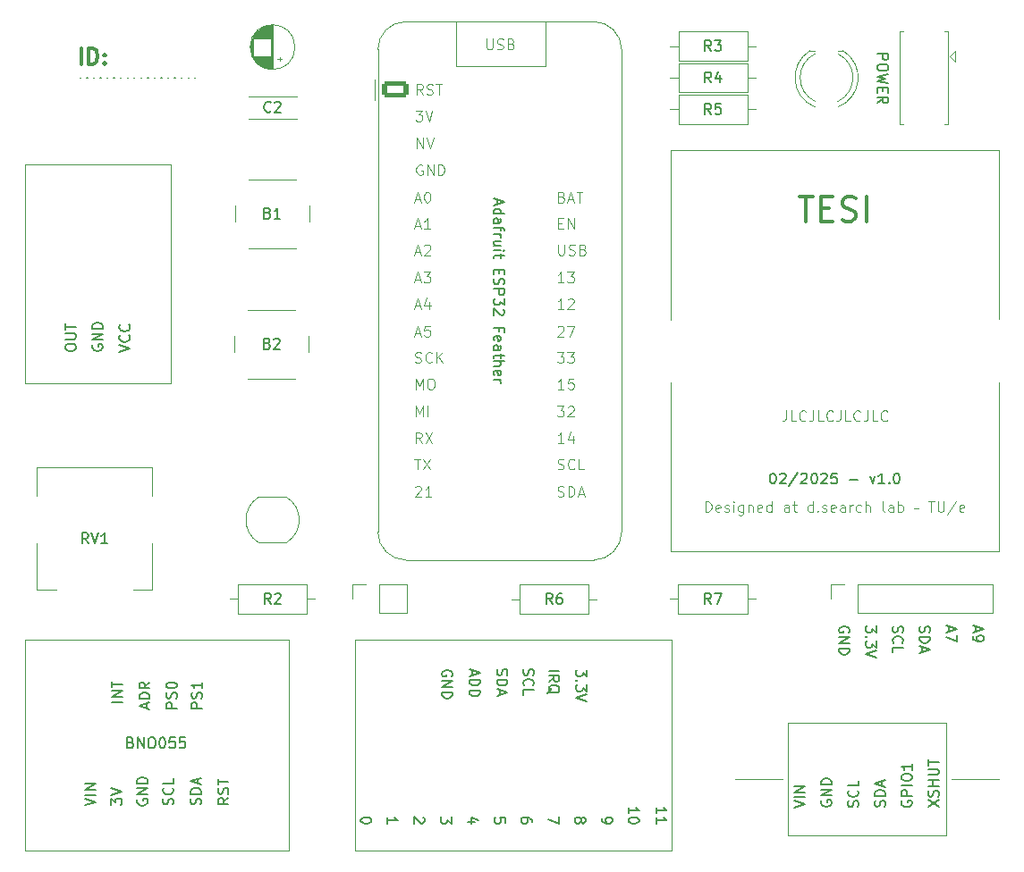
<source format=gto>
G04 #@! TF.GenerationSoftware,KiCad,Pcbnew,8.0.8*
G04 #@! TF.CreationDate,2025-02-17T18:47:29+01:00*
G04 #@! TF.ProjectId,tesi,74657369-2e6b-4696-9361-645f70636258,rev?*
G04 #@! TF.SameCoordinates,Original*
G04 #@! TF.FileFunction,Legend,Top*
G04 #@! TF.FilePolarity,Positive*
%FSLAX46Y46*%
G04 Gerber Fmt 4.6, Leading zero omitted, Abs format (unit mm)*
G04 Created by KiCad (PCBNEW 8.0.8) date 2025-02-17 18:47:29*
%MOMM*%
%LPD*%
G01*
G04 APERTURE LIST*
G04 Aperture macros list*
%AMRoundRect*
0 Rectangle with rounded corners*
0 $1 Rounding radius*
0 $2 $3 $4 $5 $6 $7 $8 $9 X,Y pos of 4 corners*
0 Add a 4 corners polygon primitive as box body*
4,1,4,$2,$3,$4,$5,$6,$7,$8,$9,$2,$3,0*
0 Add four circle primitives for the rounded corners*
1,1,$1+$1,$2,$3*
1,1,$1+$1,$4,$5*
1,1,$1+$1,$6,$7*
1,1,$1+$1,$8,$9*
0 Add four rect primitives between the rounded corners*
20,1,$1+$1,$2,$3,$4,$5,0*
20,1,$1+$1,$4,$5,$6,$7,0*
20,1,$1+$1,$6,$7,$8,$9,0*
20,1,$1+$1,$8,$9,$2,$3,0*%
G04 Aperture macros list end*
%ADD10C,0.152400*%
%ADD11C,0.100000*%
%ADD12C,0.150000*%
%ADD13C,0.300000*%
%ADD14C,0.120000*%
%ADD15C,1.600000*%
%ADD16O,1.600000X1.600000*%
%ADD17RoundRect,0.250000X-1.050000X-0.550000X1.050000X-0.550000X1.050000X0.550000X-1.050000X0.550000X0*%
%ADD18O,2.600000X1.600000*%
%ADD19C,8.000000*%
%ADD20C,3.200000*%
%ADD21R,1.700000X1.700000*%
%ADD22O,1.700000X1.700000*%
%ADD23R,1.200000X1.200000*%
%ADD24C,1.200000*%
%ADD25R,1.800000X1.800000*%
%ADD26C,1.800000*%
%ADD27C,2.000000*%
%ADD28O,3.500000X2.200000*%
%ADD29R,2.500000X1.500000*%
%ADD30O,2.500000X1.500000*%
%ADD31O,4.000000X4.000000*%
G04 APERTURE END LIST*
D10*
X70550000Y-40100000D02*
X70519520Y-40100000D01*
X69909920Y-40100000D02*
X69879440Y-40100000D01*
X69269840Y-40100000D02*
X69239360Y-40100000D01*
X68629760Y-40100000D02*
X68599280Y-40100000D01*
X67989680Y-40100000D02*
X67959200Y-40100000D01*
X67349600Y-40100000D02*
X67319120Y-40100000D01*
X66709520Y-40100000D02*
X66679040Y-40100000D01*
X66069440Y-40100000D02*
X66038960Y-40100000D01*
X65429360Y-40100000D02*
X65398880Y-40100000D01*
X64789280Y-40100000D02*
X64758800Y-40100000D01*
X64149200Y-40100000D02*
X64118720Y-40100000D01*
X63509120Y-40100000D02*
X63478640Y-40100000D01*
X62869040Y-40100000D02*
X62838560Y-40100000D01*
X62228960Y-40100000D02*
X62198480Y-40100000D01*
X61588880Y-40100000D02*
X61558400Y-40100000D01*
X60948800Y-40100000D02*
X60918320Y-40100000D01*
X60308720Y-40100000D02*
X60278240Y-40100000D01*
X59668640Y-40100000D02*
X59638160Y-40100000D01*
D11*
X146651339Y-85000000D02*
X146651339Y-69000000D01*
X146651339Y-47000000D02*
X146651339Y-63000000D01*
X115577580Y-85000000D02*
X146577580Y-85000000D01*
X115577580Y-47000000D02*
X146577580Y-47000000D01*
X115557580Y-47000000D02*
X115557580Y-63084787D01*
X115557580Y-85000000D02*
X115557580Y-69000000D01*
D12*
X141910895Y-92089160D02*
X141910895Y-92565350D01*
X141625180Y-91993922D02*
X142625180Y-92327255D01*
X142625180Y-92327255D02*
X141625180Y-92660588D01*
X142625180Y-92898684D02*
X142625180Y-93565350D01*
X142625180Y-93565350D02*
X141625180Y-93136779D01*
X132437561Y-92660588D02*
X132485180Y-92565350D01*
X132485180Y-92565350D02*
X132485180Y-92422493D01*
X132485180Y-92422493D02*
X132437561Y-92279636D01*
X132437561Y-92279636D02*
X132342323Y-92184398D01*
X132342323Y-92184398D02*
X132247085Y-92136779D01*
X132247085Y-92136779D02*
X132056609Y-92089160D01*
X132056609Y-92089160D02*
X131913752Y-92089160D01*
X131913752Y-92089160D02*
X131723276Y-92136779D01*
X131723276Y-92136779D02*
X131628038Y-92184398D01*
X131628038Y-92184398D02*
X131532800Y-92279636D01*
X131532800Y-92279636D02*
X131485180Y-92422493D01*
X131485180Y-92422493D02*
X131485180Y-92517731D01*
X131485180Y-92517731D02*
X131532800Y-92660588D01*
X131532800Y-92660588D02*
X131580419Y-92708207D01*
X131580419Y-92708207D02*
X131913752Y-92708207D01*
X131913752Y-92708207D02*
X131913752Y-92517731D01*
X131485180Y-93136779D02*
X132485180Y-93136779D01*
X132485180Y-93136779D02*
X131485180Y-93708207D01*
X131485180Y-93708207D02*
X132485180Y-93708207D01*
X131485180Y-94184398D02*
X132485180Y-94184398D01*
X132485180Y-94184398D02*
X132485180Y-94422493D01*
X132485180Y-94422493D02*
X132437561Y-94565350D01*
X132437561Y-94565350D02*
X132342323Y-94660588D01*
X132342323Y-94660588D02*
X132247085Y-94708207D01*
X132247085Y-94708207D02*
X132056609Y-94755826D01*
X132056609Y-94755826D02*
X131913752Y-94755826D01*
X131913752Y-94755826D02*
X131723276Y-94708207D01*
X131723276Y-94708207D02*
X131628038Y-94660588D01*
X131628038Y-94660588D02*
X131532800Y-94565350D01*
X131532800Y-94565350D02*
X131485180Y-94422493D01*
X131485180Y-94422493D02*
X131485180Y-94184398D01*
X125172818Y-77569819D02*
X125268056Y-77569819D01*
X125268056Y-77569819D02*
X125363294Y-77617438D01*
X125363294Y-77617438D02*
X125410913Y-77665057D01*
X125410913Y-77665057D02*
X125458532Y-77760295D01*
X125458532Y-77760295D02*
X125506151Y-77950771D01*
X125506151Y-77950771D02*
X125506151Y-78188866D01*
X125506151Y-78188866D02*
X125458532Y-78379342D01*
X125458532Y-78379342D02*
X125410913Y-78474580D01*
X125410913Y-78474580D02*
X125363294Y-78522200D01*
X125363294Y-78522200D02*
X125268056Y-78569819D01*
X125268056Y-78569819D02*
X125172818Y-78569819D01*
X125172818Y-78569819D02*
X125077580Y-78522200D01*
X125077580Y-78522200D02*
X125029961Y-78474580D01*
X125029961Y-78474580D02*
X124982342Y-78379342D01*
X124982342Y-78379342D02*
X124934723Y-78188866D01*
X124934723Y-78188866D02*
X124934723Y-77950771D01*
X124934723Y-77950771D02*
X124982342Y-77760295D01*
X124982342Y-77760295D02*
X125029961Y-77665057D01*
X125029961Y-77665057D02*
X125077580Y-77617438D01*
X125077580Y-77617438D02*
X125172818Y-77569819D01*
X125887104Y-77665057D02*
X125934723Y-77617438D01*
X125934723Y-77617438D02*
X126029961Y-77569819D01*
X126029961Y-77569819D02*
X126268056Y-77569819D01*
X126268056Y-77569819D02*
X126363294Y-77617438D01*
X126363294Y-77617438D02*
X126410913Y-77665057D01*
X126410913Y-77665057D02*
X126458532Y-77760295D01*
X126458532Y-77760295D02*
X126458532Y-77855533D01*
X126458532Y-77855533D02*
X126410913Y-77998390D01*
X126410913Y-77998390D02*
X125839485Y-78569819D01*
X125839485Y-78569819D02*
X126458532Y-78569819D01*
X127601389Y-77522200D02*
X126744247Y-78807914D01*
X127887104Y-77665057D02*
X127934723Y-77617438D01*
X127934723Y-77617438D02*
X128029961Y-77569819D01*
X128029961Y-77569819D02*
X128268056Y-77569819D01*
X128268056Y-77569819D02*
X128363294Y-77617438D01*
X128363294Y-77617438D02*
X128410913Y-77665057D01*
X128410913Y-77665057D02*
X128458532Y-77760295D01*
X128458532Y-77760295D02*
X128458532Y-77855533D01*
X128458532Y-77855533D02*
X128410913Y-77998390D01*
X128410913Y-77998390D02*
X127839485Y-78569819D01*
X127839485Y-78569819D02*
X128458532Y-78569819D01*
X129077580Y-77569819D02*
X129172818Y-77569819D01*
X129172818Y-77569819D02*
X129268056Y-77617438D01*
X129268056Y-77617438D02*
X129315675Y-77665057D01*
X129315675Y-77665057D02*
X129363294Y-77760295D01*
X129363294Y-77760295D02*
X129410913Y-77950771D01*
X129410913Y-77950771D02*
X129410913Y-78188866D01*
X129410913Y-78188866D02*
X129363294Y-78379342D01*
X129363294Y-78379342D02*
X129315675Y-78474580D01*
X129315675Y-78474580D02*
X129268056Y-78522200D01*
X129268056Y-78522200D02*
X129172818Y-78569819D01*
X129172818Y-78569819D02*
X129077580Y-78569819D01*
X129077580Y-78569819D02*
X128982342Y-78522200D01*
X128982342Y-78522200D02*
X128934723Y-78474580D01*
X128934723Y-78474580D02*
X128887104Y-78379342D01*
X128887104Y-78379342D02*
X128839485Y-78188866D01*
X128839485Y-78188866D02*
X128839485Y-77950771D01*
X128839485Y-77950771D02*
X128887104Y-77760295D01*
X128887104Y-77760295D02*
X128934723Y-77665057D01*
X128934723Y-77665057D02*
X128982342Y-77617438D01*
X128982342Y-77617438D02*
X129077580Y-77569819D01*
X129791866Y-77665057D02*
X129839485Y-77617438D01*
X129839485Y-77617438D02*
X129934723Y-77569819D01*
X129934723Y-77569819D02*
X130172818Y-77569819D01*
X130172818Y-77569819D02*
X130268056Y-77617438D01*
X130268056Y-77617438D02*
X130315675Y-77665057D01*
X130315675Y-77665057D02*
X130363294Y-77760295D01*
X130363294Y-77760295D02*
X130363294Y-77855533D01*
X130363294Y-77855533D02*
X130315675Y-77998390D01*
X130315675Y-77998390D02*
X129744247Y-78569819D01*
X129744247Y-78569819D02*
X130363294Y-78569819D01*
X131268056Y-77569819D02*
X130791866Y-77569819D01*
X130791866Y-77569819D02*
X130744247Y-78046009D01*
X130744247Y-78046009D02*
X130791866Y-77998390D01*
X130791866Y-77998390D02*
X130887104Y-77950771D01*
X130887104Y-77950771D02*
X131125199Y-77950771D01*
X131125199Y-77950771D02*
X131220437Y-77998390D01*
X131220437Y-77998390D02*
X131268056Y-78046009D01*
X131268056Y-78046009D02*
X131315675Y-78141247D01*
X131315675Y-78141247D02*
X131315675Y-78379342D01*
X131315675Y-78379342D02*
X131268056Y-78474580D01*
X131268056Y-78474580D02*
X131220437Y-78522200D01*
X131220437Y-78522200D02*
X131125199Y-78569819D01*
X131125199Y-78569819D02*
X130887104Y-78569819D01*
X130887104Y-78569819D02*
X130791866Y-78522200D01*
X130791866Y-78522200D02*
X130744247Y-78474580D01*
X132506152Y-78188866D02*
X133268057Y-78188866D01*
X134410914Y-77903152D02*
X134649009Y-78569819D01*
X134649009Y-78569819D02*
X134887104Y-77903152D01*
X135791866Y-78569819D02*
X135220438Y-78569819D01*
X135506152Y-78569819D02*
X135506152Y-77569819D01*
X135506152Y-77569819D02*
X135410914Y-77712676D01*
X135410914Y-77712676D02*
X135315676Y-77807914D01*
X135315676Y-77807914D02*
X135220438Y-77855533D01*
X136220438Y-78474580D02*
X136268057Y-78522200D01*
X136268057Y-78522200D02*
X136220438Y-78569819D01*
X136220438Y-78569819D02*
X136172819Y-78522200D01*
X136172819Y-78522200D02*
X136220438Y-78474580D01*
X136220438Y-78474580D02*
X136220438Y-78569819D01*
X136887104Y-77569819D02*
X136982342Y-77569819D01*
X136982342Y-77569819D02*
X137077580Y-77617438D01*
X137077580Y-77617438D02*
X137125199Y-77665057D01*
X137125199Y-77665057D02*
X137172818Y-77760295D01*
X137172818Y-77760295D02*
X137220437Y-77950771D01*
X137220437Y-77950771D02*
X137220437Y-78188866D01*
X137220437Y-78188866D02*
X137172818Y-78379342D01*
X137172818Y-78379342D02*
X137125199Y-78474580D01*
X137125199Y-78474580D02*
X137077580Y-78522200D01*
X137077580Y-78522200D02*
X136982342Y-78569819D01*
X136982342Y-78569819D02*
X136887104Y-78569819D01*
X136887104Y-78569819D02*
X136791866Y-78522200D01*
X136791866Y-78522200D02*
X136744247Y-78474580D01*
X136744247Y-78474580D02*
X136696628Y-78379342D01*
X136696628Y-78379342D02*
X136649009Y-78188866D01*
X136649009Y-78188866D02*
X136649009Y-77950771D01*
X136649009Y-77950771D02*
X136696628Y-77760295D01*
X136696628Y-77760295D02*
X136744247Y-77665057D01*
X136744247Y-77665057D02*
X136791866Y-77617438D01*
X136791866Y-77617438D02*
X136887104Y-77569819D01*
X139137800Y-92089160D02*
X139090180Y-92232017D01*
X139090180Y-92232017D02*
X139090180Y-92470112D01*
X139090180Y-92470112D02*
X139137800Y-92565350D01*
X139137800Y-92565350D02*
X139185419Y-92612969D01*
X139185419Y-92612969D02*
X139280657Y-92660588D01*
X139280657Y-92660588D02*
X139375895Y-92660588D01*
X139375895Y-92660588D02*
X139471133Y-92612969D01*
X139471133Y-92612969D02*
X139518752Y-92565350D01*
X139518752Y-92565350D02*
X139566371Y-92470112D01*
X139566371Y-92470112D02*
X139613990Y-92279636D01*
X139613990Y-92279636D02*
X139661609Y-92184398D01*
X139661609Y-92184398D02*
X139709228Y-92136779D01*
X139709228Y-92136779D02*
X139804466Y-92089160D01*
X139804466Y-92089160D02*
X139899704Y-92089160D01*
X139899704Y-92089160D02*
X139994942Y-92136779D01*
X139994942Y-92136779D02*
X140042561Y-92184398D01*
X140042561Y-92184398D02*
X140090180Y-92279636D01*
X140090180Y-92279636D02*
X140090180Y-92517731D01*
X140090180Y-92517731D02*
X140042561Y-92660588D01*
X139090180Y-93089160D02*
X140090180Y-93089160D01*
X140090180Y-93089160D02*
X140090180Y-93327255D01*
X140090180Y-93327255D02*
X140042561Y-93470112D01*
X140042561Y-93470112D02*
X139947323Y-93565350D01*
X139947323Y-93565350D02*
X139852085Y-93612969D01*
X139852085Y-93612969D02*
X139661609Y-93660588D01*
X139661609Y-93660588D02*
X139518752Y-93660588D01*
X139518752Y-93660588D02*
X139328276Y-93612969D01*
X139328276Y-93612969D02*
X139233038Y-93565350D01*
X139233038Y-93565350D02*
X139137800Y-93470112D01*
X139137800Y-93470112D02*
X139090180Y-93327255D01*
X139090180Y-93327255D02*
X139090180Y-93089160D01*
X139375895Y-94041541D02*
X139375895Y-94517731D01*
X139090180Y-93946303D02*
X140090180Y-94279636D01*
X140090180Y-94279636D02*
X139090180Y-94612969D01*
X144445895Y-92089160D02*
X144445895Y-92565350D01*
X144160180Y-91993922D02*
X145160180Y-92327255D01*
X145160180Y-92327255D02*
X144160180Y-92660588D01*
X144160180Y-93041541D02*
X144160180Y-93232017D01*
X144160180Y-93232017D02*
X144207800Y-93327255D01*
X144207800Y-93327255D02*
X144255419Y-93374874D01*
X144255419Y-93374874D02*
X144398276Y-93470112D01*
X144398276Y-93470112D02*
X144588752Y-93517731D01*
X144588752Y-93517731D02*
X144969704Y-93517731D01*
X144969704Y-93517731D02*
X145064942Y-93470112D01*
X145064942Y-93470112D02*
X145112561Y-93422493D01*
X145112561Y-93422493D02*
X145160180Y-93327255D01*
X145160180Y-93327255D02*
X145160180Y-93136779D01*
X145160180Y-93136779D02*
X145112561Y-93041541D01*
X145112561Y-93041541D02*
X145064942Y-92993922D01*
X145064942Y-92993922D02*
X144969704Y-92946303D01*
X144969704Y-92946303D02*
X144731609Y-92946303D01*
X144731609Y-92946303D02*
X144636371Y-92993922D01*
X144636371Y-92993922D02*
X144588752Y-93041541D01*
X144588752Y-93041541D02*
X144541133Y-93136779D01*
X144541133Y-93136779D02*
X144541133Y-93327255D01*
X144541133Y-93327255D02*
X144588752Y-93422493D01*
X144588752Y-93422493D02*
X144636371Y-93470112D01*
X144636371Y-93470112D02*
X144731609Y-93517731D01*
X135020180Y-92041541D02*
X135020180Y-92660588D01*
X135020180Y-92660588D02*
X134639228Y-92327255D01*
X134639228Y-92327255D02*
X134639228Y-92470112D01*
X134639228Y-92470112D02*
X134591609Y-92565350D01*
X134591609Y-92565350D02*
X134543990Y-92612969D01*
X134543990Y-92612969D02*
X134448752Y-92660588D01*
X134448752Y-92660588D02*
X134210657Y-92660588D01*
X134210657Y-92660588D02*
X134115419Y-92612969D01*
X134115419Y-92612969D02*
X134067800Y-92565350D01*
X134067800Y-92565350D02*
X134020180Y-92470112D01*
X134020180Y-92470112D02*
X134020180Y-92184398D01*
X134020180Y-92184398D02*
X134067800Y-92089160D01*
X134067800Y-92089160D02*
X134115419Y-92041541D01*
X134115419Y-93089160D02*
X134067800Y-93136779D01*
X134067800Y-93136779D02*
X134020180Y-93089160D01*
X134020180Y-93089160D02*
X134067800Y-93041541D01*
X134067800Y-93041541D02*
X134115419Y-93089160D01*
X134115419Y-93089160D02*
X134020180Y-93089160D01*
X135020180Y-93470112D02*
X135020180Y-94089159D01*
X135020180Y-94089159D02*
X134639228Y-93755826D01*
X134639228Y-93755826D02*
X134639228Y-93898683D01*
X134639228Y-93898683D02*
X134591609Y-93993921D01*
X134591609Y-93993921D02*
X134543990Y-94041540D01*
X134543990Y-94041540D02*
X134448752Y-94089159D01*
X134448752Y-94089159D02*
X134210657Y-94089159D01*
X134210657Y-94089159D02*
X134115419Y-94041540D01*
X134115419Y-94041540D02*
X134067800Y-93993921D01*
X134067800Y-93993921D02*
X134020180Y-93898683D01*
X134020180Y-93898683D02*
X134020180Y-93612969D01*
X134020180Y-93612969D02*
X134067800Y-93517731D01*
X134067800Y-93517731D02*
X134115419Y-93470112D01*
X135020180Y-94374874D02*
X134020180Y-94708207D01*
X134020180Y-94708207D02*
X135020180Y-95041540D01*
D11*
X118839483Y-81238129D02*
X118839483Y-80238129D01*
X118839483Y-80238129D02*
X119077578Y-80238129D01*
X119077578Y-80238129D02*
X119220435Y-80285748D01*
X119220435Y-80285748D02*
X119315673Y-80380986D01*
X119315673Y-80380986D02*
X119363292Y-80476224D01*
X119363292Y-80476224D02*
X119410911Y-80666700D01*
X119410911Y-80666700D02*
X119410911Y-80809557D01*
X119410911Y-80809557D02*
X119363292Y-81000033D01*
X119363292Y-81000033D02*
X119315673Y-81095271D01*
X119315673Y-81095271D02*
X119220435Y-81190510D01*
X119220435Y-81190510D02*
X119077578Y-81238129D01*
X119077578Y-81238129D02*
X118839483Y-81238129D01*
X120220435Y-81190510D02*
X120125197Y-81238129D01*
X120125197Y-81238129D02*
X119934721Y-81238129D01*
X119934721Y-81238129D02*
X119839483Y-81190510D01*
X119839483Y-81190510D02*
X119791864Y-81095271D01*
X119791864Y-81095271D02*
X119791864Y-80714319D01*
X119791864Y-80714319D02*
X119839483Y-80619081D01*
X119839483Y-80619081D02*
X119934721Y-80571462D01*
X119934721Y-80571462D02*
X120125197Y-80571462D01*
X120125197Y-80571462D02*
X120220435Y-80619081D01*
X120220435Y-80619081D02*
X120268054Y-80714319D01*
X120268054Y-80714319D02*
X120268054Y-80809557D01*
X120268054Y-80809557D02*
X119791864Y-80904795D01*
X120649007Y-81190510D02*
X120744245Y-81238129D01*
X120744245Y-81238129D02*
X120934721Y-81238129D01*
X120934721Y-81238129D02*
X121029959Y-81190510D01*
X121029959Y-81190510D02*
X121077578Y-81095271D01*
X121077578Y-81095271D02*
X121077578Y-81047652D01*
X121077578Y-81047652D02*
X121029959Y-80952414D01*
X121029959Y-80952414D02*
X120934721Y-80904795D01*
X120934721Y-80904795D02*
X120791864Y-80904795D01*
X120791864Y-80904795D02*
X120696626Y-80857176D01*
X120696626Y-80857176D02*
X120649007Y-80761938D01*
X120649007Y-80761938D02*
X120649007Y-80714319D01*
X120649007Y-80714319D02*
X120696626Y-80619081D01*
X120696626Y-80619081D02*
X120791864Y-80571462D01*
X120791864Y-80571462D02*
X120934721Y-80571462D01*
X120934721Y-80571462D02*
X121029959Y-80619081D01*
X121506150Y-81238129D02*
X121506150Y-80571462D01*
X121506150Y-80238129D02*
X121458531Y-80285748D01*
X121458531Y-80285748D02*
X121506150Y-80333367D01*
X121506150Y-80333367D02*
X121553769Y-80285748D01*
X121553769Y-80285748D02*
X121506150Y-80238129D01*
X121506150Y-80238129D02*
X121506150Y-80333367D01*
X122410911Y-80571462D02*
X122410911Y-81380986D01*
X122410911Y-81380986D02*
X122363292Y-81476224D01*
X122363292Y-81476224D02*
X122315673Y-81523843D01*
X122315673Y-81523843D02*
X122220435Y-81571462D01*
X122220435Y-81571462D02*
X122077578Y-81571462D01*
X122077578Y-81571462D02*
X121982340Y-81523843D01*
X122410911Y-81190510D02*
X122315673Y-81238129D01*
X122315673Y-81238129D02*
X122125197Y-81238129D01*
X122125197Y-81238129D02*
X122029959Y-81190510D01*
X122029959Y-81190510D02*
X121982340Y-81142890D01*
X121982340Y-81142890D02*
X121934721Y-81047652D01*
X121934721Y-81047652D02*
X121934721Y-80761938D01*
X121934721Y-80761938D02*
X121982340Y-80666700D01*
X121982340Y-80666700D02*
X122029959Y-80619081D01*
X122029959Y-80619081D02*
X122125197Y-80571462D01*
X122125197Y-80571462D02*
X122315673Y-80571462D01*
X122315673Y-80571462D02*
X122410911Y-80619081D01*
X122887102Y-80571462D02*
X122887102Y-81238129D01*
X122887102Y-80666700D02*
X122934721Y-80619081D01*
X122934721Y-80619081D02*
X123029959Y-80571462D01*
X123029959Y-80571462D02*
X123172816Y-80571462D01*
X123172816Y-80571462D02*
X123268054Y-80619081D01*
X123268054Y-80619081D02*
X123315673Y-80714319D01*
X123315673Y-80714319D02*
X123315673Y-81238129D01*
X124172816Y-81190510D02*
X124077578Y-81238129D01*
X124077578Y-81238129D02*
X123887102Y-81238129D01*
X123887102Y-81238129D02*
X123791864Y-81190510D01*
X123791864Y-81190510D02*
X123744245Y-81095271D01*
X123744245Y-81095271D02*
X123744245Y-80714319D01*
X123744245Y-80714319D02*
X123791864Y-80619081D01*
X123791864Y-80619081D02*
X123887102Y-80571462D01*
X123887102Y-80571462D02*
X124077578Y-80571462D01*
X124077578Y-80571462D02*
X124172816Y-80619081D01*
X124172816Y-80619081D02*
X124220435Y-80714319D01*
X124220435Y-80714319D02*
X124220435Y-80809557D01*
X124220435Y-80809557D02*
X123744245Y-80904795D01*
X125077578Y-81238129D02*
X125077578Y-80238129D01*
X125077578Y-81190510D02*
X124982340Y-81238129D01*
X124982340Y-81238129D02*
X124791864Y-81238129D01*
X124791864Y-81238129D02*
X124696626Y-81190510D01*
X124696626Y-81190510D02*
X124649007Y-81142890D01*
X124649007Y-81142890D02*
X124601388Y-81047652D01*
X124601388Y-81047652D02*
X124601388Y-80761938D01*
X124601388Y-80761938D02*
X124649007Y-80666700D01*
X124649007Y-80666700D02*
X124696626Y-80619081D01*
X124696626Y-80619081D02*
X124791864Y-80571462D01*
X124791864Y-80571462D02*
X124982340Y-80571462D01*
X124982340Y-80571462D02*
X125077578Y-80619081D01*
X126744245Y-81238129D02*
X126744245Y-80714319D01*
X126744245Y-80714319D02*
X126696626Y-80619081D01*
X126696626Y-80619081D02*
X126601388Y-80571462D01*
X126601388Y-80571462D02*
X126410912Y-80571462D01*
X126410912Y-80571462D02*
X126315674Y-80619081D01*
X126744245Y-81190510D02*
X126649007Y-81238129D01*
X126649007Y-81238129D02*
X126410912Y-81238129D01*
X126410912Y-81238129D02*
X126315674Y-81190510D01*
X126315674Y-81190510D02*
X126268055Y-81095271D01*
X126268055Y-81095271D02*
X126268055Y-81000033D01*
X126268055Y-81000033D02*
X126315674Y-80904795D01*
X126315674Y-80904795D02*
X126410912Y-80857176D01*
X126410912Y-80857176D02*
X126649007Y-80857176D01*
X126649007Y-80857176D02*
X126744245Y-80809557D01*
X127077579Y-80571462D02*
X127458531Y-80571462D01*
X127220436Y-80238129D02*
X127220436Y-81095271D01*
X127220436Y-81095271D02*
X127268055Y-81190510D01*
X127268055Y-81190510D02*
X127363293Y-81238129D01*
X127363293Y-81238129D02*
X127458531Y-81238129D01*
X128982341Y-81238129D02*
X128982341Y-80238129D01*
X128982341Y-81190510D02*
X128887103Y-81238129D01*
X128887103Y-81238129D02*
X128696627Y-81238129D01*
X128696627Y-81238129D02*
X128601389Y-81190510D01*
X128601389Y-81190510D02*
X128553770Y-81142890D01*
X128553770Y-81142890D02*
X128506151Y-81047652D01*
X128506151Y-81047652D02*
X128506151Y-80761938D01*
X128506151Y-80761938D02*
X128553770Y-80666700D01*
X128553770Y-80666700D02*
X128601389Y-80619081D01*
X128601389Y-80619081D02*
X128696627Y-80571462D01*
X128696627Y-80571462D02*
X128887103Y-80571462D01*
X128887103Y-80571462D02*
X128982341Y-80619081D01*
X129458532Y-81142890D02*
X129506151Y-81190510D01*
X129506151Y-81190510D02*
X129458532Y-81238129D01*
X129458532Y-81238129D02*
X129410913Y-81190510D01*
X129410913Y-81190510D02*
X129458532Y-81142890D01*
X129458532Y-81142890D02*
X129458532Y-81238129D01*
X129887103Y-81190510D02*
X129982341Y-81238129D01*
X129982341Y-81238129D02*
X130172817Y-81238129D01*
X130172817Y-81238129D02*
X130268055Y-81190510D01*
X130268055Y-81190510D02*
X130315674Y-81095271D01*
X130315674Y-81095271D02*
X130315674Y-81047652D01*
X130315674Y-81047652D02*
X130268055Y-80952414D01*
X130268055Y-80952414D02*
X130172817Y-80904795D01*
X130172817Y-80904795D02*
X130029960Y-80904795D01*
X130029960Y-80904795D02*
X129934722Y-80857176D01*
X129934722Y-80857176D02*
X129887103Y-80761938D01*
X129887103Y-80761938D02*
X129887103Y-80714319D01*
X129887103Y-80714319D02*
X129934722Y-80619081D01*
X129934722Y-80619081D02*
X130029960Y-80571462D01*
X130029960Y-80571462D02*
X130172817Y-80571462D01*
X130172817Y-80571462D02*
X130268055Y-80619081D01*
X131125198Y-81190510D02*
X131029960Y-81238129D01*
X131029960Y-81238129D02*
X130839484Y-81238129D01*
X130839484Y-81238129D02*
X130744246Y-81190510D01*
X130744246Y-81190510D02*
X130696627Y-81095271D01*
X130696627Y-81095271D02*
X130696627Y-80714319D01*
X130696627Y-80714319D02*
X130744246Y-80619081D01*
X130744246Y-80619081D02*
X130839484Y-80571462D01*
X130839484Y-80571462D02*
X131029960Y-80571462D01*
X131029960Y-80571462D02*
X131125198Y-80619081D01*
X131125198Y-80619081D02*
X131172817Y-80714319D01*
X131172817Y-80714319D02*
X131172817Y-80809557D01*
X131172817Y-80809557D02*
X130696627Y-80904795D01*
X132029960Y-81238129D02*
X132029960Y-80714319D01*
X132029960Y-80714319D02*
X131982341Y-80619081D01*
X131982341Y-80619081D02*
X131887103Y-80571462D01*
X131887103Y-80571462D02*
X131696627Y-80571462D01*
X131696627Y-80571462D02*
X131601389Y-80619081D01*
X132029960Y-81190510D02*
X131934722Y-81238129D01*
X131934722Y-81238129D02*
X131696627Y-81238129D01*
X131696627Y-81238129D02*
X131601389Y-81190510D01*
X131601389Y-81190510D02*
X131553770Y-81095271D01*
X131553770Y-81095271D02*
X131553770Y-81000033D01*
X131553770Y-81000033D02*
X131601389Y-80904795D01*
X131601389Y-80904795D02*
X131696627Y-80857176D01*
X131696627Y-80857176D02*
X131934722Y-80857176D01*
X131934722Y-80857176D02*
X132029960Y-80809557D01*
X132506151Y-81238129D02*
X132506151Y-80571462D01*
X132506151Y-80761938D02*
X132553770Y-80666700D01*
X132553770Y-80666700D02*
X132601389Y-80619081D01*
X132601389Y-80619081D02*
X132696627Y-80571462D01*
X132696627Y-80571462D02*
X132791865Y-80571462D01*
X133553770Y-81190510D02*
X133458532Y-81238129D01*
X133458532Y-81238129D02*
X133268056Y-81238129D01*
X133268056Y-81238129D02*
X133172818Y-81190510D01*
X133172818Y-81190510D02*
X133125199Y-81142890D01*
X133125199Y-81142890D02*
X133077580Y-81047652D01*
X133077580Y-81047652D02*
X133077580Y-80761938D01*
X133077580Y-80761938D02*
X133125199Y-80666700D01*
X133125199Y-80666700D02*
X133172818Y-80619081D01*
X133172818Y-80619081D02*
X133268056Y-80571462D01*
X133268056Y-80571462D02*
X133458532Y-80571462D01*
X133458532Y-80571462D02*
X133553770Y-80619081D01*
X133982342Y-81238129D02*
X133982342Y-80238129D01*
X134410913Y-81238129D02*
X134410913Y-80714319D01*
X134410913Y-80714319D02*
X134363294Y-80619081D01*
X134363294Y-80619081D02*
X134268056Y-80571462D01*
X134268056Y-80571462D02*
X134125199Y-80571462D01*
X134125199Y-80571462D02*
X134029961Y-80619081D01*
X134029961Y-80619081D02*
X133982342Y-80666700D01*
X135791866Y-81238129D02*
X135696628Y-81190510D01*
X135696628Y-81190510D02*
X135649009Y-81095271D01*
X135649009Y-81095271D02*
X135649009Y-80238129D01*
X136601390Y-81238129D02*
X136601390Y-80714319D01*
X136601390Y-80714319D02*
X136553771Y-80619081D01*
X136553771Y-80619081D02*
X136458533Y-80571462D01*
X136458533Y-80571462D02*
X136268057Y-80571462D01*
X136268057Y-80571462D02*
X136172819Y-80619081D01*
X136601390Y-81190510D02*
X136506152Y-81238129D01*
X136506152Y-81238129D02*
X136268057Y-81238129D01*
X136268057Y-81238129D02*
X136172819Y-81190510D01*
X136172819Y-81190510D02*
X136125200Y-81095271D01*
X136125200Y-81095271D02*
X136125200Y-81000033D01*
X136125200Y-81000033D02*
X136172819Y-80904795D01*
X136172819Y-80904795D02*
X136268057Y-80857176D01*
X136268057Y-80857176D02*
X136506152Y-80857176D01*
X136506152Y-80857176D02*
X136601390Y-80809557D01*
X137077581Y-81238129D02*
X137077581Y-80238129D01*
X137077581Y-80619081D02*
X137172819Y-80571462D01*
X137172819Y-80571462D02*
X137363295Y-80571462D01*
X137363295Y-80571462D02*
X137458533Y-80619081D01*
X137458533Y-80619081D02*
X137506152Y-80666700D01*
X137506152Y-80666700D02*
X137553771Y-80761938D01*
X137553771Y-80761938D02*
X137553771Y-81047652D01*
X137553771Y-81047652D02*
X137506152Y-81142890D01*
X137506152Y-81142890D02*
X137458533Y-81190510D01*
X137458533Y-81190510D02*
X137363295Y-81238129D01*
X137363295Y-81238129D02*
X137172819Y-81238129D01*
X137172819Y-81238129D02*
X137077581Y-81190510D01*
X138982343Y-80904795D02*
X138601391Y-80904795D01*
X139934725Y-80238129D02*
X140506153Y-80238129D01*
X140220439Y-81238129D02*
X140220439Y-80238129D01*
X140839487Y-80238129D02*
X140839487Y-81047652D01*
X140839487Y-81047652D02*
X140887106Y-81142890D01*
X140887106Y-81142890D02*
X140934725Y-81190510D01*
X140934725Y-81190510D02*
X141029963Y-81238129D01*
X141029963Y-81238129D02*
X141220439Y-81238129D01*
X141220439Y-81238129D02*
X141315677Y-81190510D01*
X141315677Y-81190510D02*
X141363296Y-81142890D01*
X141363296Y-81142890D02*
X141410915Y-81047652D01*
X141410915Y-81047652D02*
X141410915Y-80238129D01*
X142601391Y-80190510D02*
X141744249Y-81476224D01*
X143315677Y-81190510D02*
X143220439Y-81238129D01*
X143220439Y-81238129D02*
X143029963Y-81238129D01*
X143029963Y-81238129D02*
X142934725Y-81190510D01*
X142934725Y-81190510D02*
X142887106Y-81095271D01*
X142887106Y-81095271D02*
X142887106Y-80714319D01*
X142887106Y-80714319D02*
X142934725Y-80619081D01*
X142934725Y-80619081D02*
X143029963Y-80571462D01*
X143029963Y-80571462D02*
X143220439Y-80571462D01*
X143220439Y-80571462D02*
X143315677Y-80619081D01*
X143315677Y-80619081D02*
X143363296Y-80714319D01*
X143363296Y-80714319D02*
X143363296Y-80809557D01*
X143363296Y-80809557D02*
X142887106Y-80904795D01*
D12*
X135130180Y-37836779D02*
X136130180Y-37836779D01*
X136130180Y-37836779D02*
X136130180Y-38217731D01*
X136130180Y-38217731D02*
X136082561Y-38312969D01*
X136082561Y-38312969D02*
X136034942Y-38360588D01*
X136034942Y-38360588D02*
X135939704Y-38408207D01*
X135939704Y-38408207D02*
X135796847Y-38408207D01*
X135796847Y-38408207D02*
X135701609Y-38360588D01*
X135701609Y-38360588D02*
X135653990Y-38312969D01*
X135653990Y-38312969D02*
X135606371Y-38217731D01*
X135606371Y-38217731D02*
X135606371Y-37836779D01*
X136130180Y-39027255D02*
X136130180Y-39217731D01*
X136130180Y-39217731D02*
X136082561Y-39312969D01*
X136082561Y-39312969D02*
X135987323Y-39408207D01*
X135987323Y-39408207D02*
X135796847Y-39455826D01*
X135796847Y-39455826D02*
X135463514Y-39455826D01*
X135463514Y-39455826D02*
X135273038Y-39408207D01*
X135273038Y-39408207D02*
X135177800Y-39312969D01*
X135177800Y-39312969D02*
X135130180Y-39217731D01*
X135130180Y-39217731D02*
X135130180Y-39027255D01*
X135130180Y-39027255D02*
X135177800Y-38932017D01*
X135177800Y-38932017D02*
X135273038Y-38836779D01*
X135273038Y-38836779D02*
X135463514Y-38789160D01*
X135463514Y-38789160D02*
X135796847Y-38789160D01*
X135796847Y-38789160D02*
X135987323Y-38836779D01*
X135987323Y-38836779D02*
X136082561Y-38932017D01*
X136082561Y-38932017D02*
X136130180Y-39027255D01*
X136130180Y-39789160D02*
X135130180Y-40027255D01*
X135130180Y-40027255D02*
X135844466Y-40217731D01*
X135844466Y-40217731D02*
X135130180Y-40408207D01*
X135130180Y-40408207D02*
X136130180Y-40646303D01*
X135653990Y-41027255D02*
X135653990Y-41360588D01*
X135130180Y-41503445D02*
X135130180Y-41027255D01*
X135130180Y-41027255D02*
X136130180Y-41027255D01*
X136130180Y-41027255D02*
X136130180Y-41503445D01*
X135130180Y-42503445D02*
X135606371Y-42170112D01*
X135130180Y-41932017D02*
X136130180Y-41932017D01*
X136130180Y-41932017D02*
X136130180Y-42312969D01*
X136130180Y-42312969D02*
X136082561Y-42408207D01*
X136082561Y-42408207D02*
X136034942Y-42455826D01*
X136034942Y-42455826D02*
X135939704Y-42503445D01*
X135939704Y-42503445D02*
X135796847Y-42503445D01*
X135796847Y-42503445D02*
X135701609Y-42455826D01*
X135701609Y-42455826D02*
X135653990Y-42408207D01*
X135653990Y-42408207D02*
X135606371Y-42312969D01*
X135606371Y-42312969D02*
X135606371Y-41932017D01*
D11*
X126474320Y-71632419D02*
X126474320Y-72346704D01*
X126474320Y-72346704D02*
X126426701Y-72489561D01*
X126426701Y-72489561D02*
X126331463Y-72584800D01*
X126331463Y-72584800D02*
X126188606Y-72632419D01*
X126188606Y-72632419D02*
X126093368Y-72632419D01*
X127426701Y-72632419D02*
X126950511Y-72632419D01*
X126950511Y-72632419D02*
X126950511Y-71632419D01*
X128331463Y-72537180D02*
X128283844Y-72584800D01*
X128283844Y-72584800D02*
X128140987Y-72632419D01*
X128140987Y-72632419D02*
X128045749Y-72632419D01*
X128045749Y-72632419D02*
X127902892Y-72584800D01*
X127902892Y-72584800D02*
X127807654Y-72489561D01*
X127807654Y-72489561D02*
X127760035Y-72394323D01*
X127760035Y-72394323D02*
X127712416Y-72203847D01*
X127712416Y-72203847D02*
X127712416Y-72060990D01*
X127712416Y-72060990D02*
X127760035Y-71870514D01*
X127760035Y-71870514D02*
X127807654Y-71775276D01*
X127807654Y-71775276D02*
X127902892Y-71680038D01*
X127902892Y-71680038D02*
X128045749Y-71632419D01*
X128045749Y-71632419D02*
X128140987Y-71632419D01*
X128140987Y-71632419D02*
X128283844Y-71680038D01*
X128283844Y-71680038D02*
X128331463Y-71727657D01*
X129045749Y-71632419D02*
X129045749Y-72346704D01*
X129045749Y-72346704D02*
X128998130Y-72489561D01*
X128998130Y-72489561D02*
X128902892Y-72584800D01*
X128902892Y-72584800D02*
X128760035Y-72632419D01*
X128760035Y-72632419D02*
X128664797Y-72632419D01*
X129998130Y-72632419D02*
X129521940Y-72632419D01*
X129521940Y-72632419D02*
X129521940Y-71632419D01*
X130902892Y-72537180D02*
X130855273Y-72584800D01*
X130855273Y-72584800D02*
X130712416Y-72632419D01*
X130712416Y-72632419D02*
X130617178Y-72632419D01*
X130617178Y-72632419D02*
X130474321Y-72584800D01*
X130474321Y-72584800D02*
X130379083Y-72489561D01*
X130379083Y-72489561D02*
X130331464Y-72394323D01*
X130331464Y-72394323D02*
X130283845Y-72203847D01*
X130283845Y-72203847D02*
X130283845Y-72060990D01*
X130283845Y-72060990D02*
X130331464Y-71870514D01*
X130331464Y-71870514D02*
X130379083Y-71775276D01*
X130379083Y-71775276D02*
X130474321Y-71680038D01*
X130474321Y-71680038D02*
X130617178Y-71632419D01*
X130617178Y-71632419D02*
X130712416Y-71632419D01*
X130712416Y-71632419D02*
X130855273Y-71680038D01*
X130855273Y-71680038D02*
X130902892Y-71727657D01*
X131617178Y-71632419D02*
X131617178Y-72346704D01*
X131617178Y-72346704D02*
X131569559Y-72489561D01*
X131569559Y-72489561D02*
X131474321Y-72584800D01*
X131474321Y-72584800D02*
X131331464Y-72632419D01*
X131331464Y-72632419D02*
X131236226Y-72632419D01*
X132569559Y-72632419D02*
X132093369Y-72632419D01*
X132093369Y-72632419D02*
X132093369Y-71632419D01*
X133474321Y-72537180D02*
X133426702Y-72584800D01*
X133426702Y-72584800D02*
X133283845Y-72632419D01*
X133283845Y-72632419D02*
X133188607Y-72632419D01*
X133188607Y-72632419D02*
X133045750Y-72584800D01*
X133045750Y-72584800D02*
X132950512Y-72489561D01*
X132950512Y-72489561D02*
X132902893Y-72394323D01*
X132902893Y-72394323D02*
X132855274Y-72203847D01*
X132855274Y-72203847D02*
X132855274Y-72060990D01*
X132855274Y-72060990D02*
X132902893Y-71870514D01*
X132902893Y-71870514D02*
X132950512Y-71775276D01*
X132950512Y-71775276D02*
X133045750Y-71680038D01*
X133045750Y-71680038D02*
X133188607Y-71632419D01*
X133188607Y-71632419D02*
X133283845Y-71632419D01*
X133283845Y-71632419D02*
X133426702Y-71680038D01*
X133426702Y-71680038D02*
X133474321Y-71727657D01*
X134188607Y-71632419D02*
X134188607Y-72346704D01*
X134188607Y-72346704D02*
X134140988Y-72489561D01*
X134140988Y-72489561D02*
X134045750Y-72584800D01*
X134045750Y-72584800D02*
X133902893Y-72632419D01*
X133902893Y-72632419D02*
X133807655Y-72632419D01*
X135140988Y-72632419D02*
X134664798Y-72632419D01*
X134664798Y-72632419D02*
X134664798Y-71632419D01*
X136045750Y-72537180D02*
X135998131Y-72584800D01*
X135998131Y-72584800D02*
X135855274Y-72632419D01*
X135855274Y-72632419D02*
X135760036Y-72632419D01*
X135760036Y-72632419D02*
X135617179Y-72584800D01*
X135617179Y-72584800D02*
X135521941Y-72489561D01*
X135521941Y-72489561D02*
X135474322Y-72394323D01*
X135474322Y-72394323D02*
X135426703Y-72203847D01*
X135426703Y-72203847D02*
X135426703Y-72060990D01*
X135426703Y-72060990D02*
X135474322Y-71870514D01*
X135474322Y-71870514D02*
X135521941Y-71775276D01*
X135521941Y-71775276D02*
X135617179Y-71680038D01*
X135617179Y-71680038D02*
X135760036Y-71632419D01*
X135760036Y-71632419D02*
X135855274Y-71632419D01*
X135855274Y-71632419D02*
X135998131Y-71680038D01*
X135998131Y-71680038D02*
X136045750Y-71727657D01*
D13*
X127714472Y-51400325D02*
X129028758Y-51400325D01*
X128371615Y-53700325D02*
X128371615Y-51400325D01*
X129795425Y-52495563D02*
X130562091Y-52495563D01*
X130890663Y-53700325D02*
X129795425Y-53700325D01*
X129795425Y-53700325D02*
X129795425Y-51400325D01*
X129795425Y-51400325D02*
X130890663Y-51400325D01*
X131766853Y-53590802D02*
X132095424Y-53700325D01*
X132095424Y-53700325D02*
X132643043Y-53700325D01*
X132643043Y-53700325D02*
X132862091Y-53590802D01*
X132862091Y-53590802D02*
X132971615Y-53481278D01*
X132971615Y-53481278D02*
X133081138Y-53262230D01*
X133081138Y-53262230D02*
X133081138Y-53043182D01*
X133081138Y-53043182D02*
X132971615Y-52824135D01*
X132971615Y-52824135D02*
X132862091Y-52714611D01*
X132862091Y-52714611D02*
X132643043Y-52605087D01*
X132643043Y-52605087D02*
X132204948Y-52495563D01*
X132204948Y-52495563D02*
X131985900Y-52386040D01*
X131985900Y-52386040D02*
X131876377Y-52276516D01*
X131876377Y-52276516D02*
X131766853Y-52057468D01*
X131766853Y-52057468D02*
X131766853Y-51838421D01*
X131766853Y-51838421D02*
X131876377Y-51619373D01*
X131876377Y-51619373D02*
X131985900Y-51509849D01*
X131985900Y-51509849D02*
X132204948Y-51400325D01*
X132204948Y-51400325D02*
X132752567Y-51400325D01*
X132752567Y-51400325D02*
X133081138Y-51509849D01*
X134066853Y-53700325D02*
X134066853Y-51400325D01*
D12*
X99087154Y-51647626D02*
X99087154Y-52123816D01*
X98801439Y-51552388D02*
X99801439Y-51885721D01*
X99801439Y-51885721D02*
X98801439Y-52219054D01*
X98801439Y-52980959D02*
X99801439Y-52980959D01*
X98849059Y-52980959D02*
X98801439Y-52885721D01*
X98801439Y-52885721D02*
X98801439Y-52695245D01*
X98801439Y-52695245D02*
X98849059Y-52600007D01*
X98849059Y-52600007D02*
X98896678Y-52552388D01*
X98896678Y-52552388D02*
X98991916Y-52504769D01*
X98991916Y-52504769D02*
X99277630Y-52504769D01*
X99277630Y-52504769D02*
X99372868Y-52552388D01*
X99372868Y-52552388D02*
X99420487Y-52600007D01*
X99420487Y-52600007D02*
X99468106Y-52695245D01*
X99468106Y-52695245D02*
X99468106Y-52885721D01*
X99468106Y-52885721D02*
X99420487Y-52980959D01*
X98801439Y-53885721D02*
X99325249Y-53885721D01*
X99325249Y-53885721D02*
X99420487Y-53838102D01*
X99420487Y-53838102D02*
X99468106Y-53742864D01*
X99468106Y-53742864D02*
X99468106Y-53552388D01*
X99468106Y-53552388D02*
X99420487Y-53457150D01*
X98849059Y-53885721D02*
X98801439Y-53790483D01*
X98801439Y-53790483D02*
X98801439Y-53552388D01*
X98801439Y-53552388D02*
X98849059Y-53457150D01*
X98849059Y-53457150D02*
X98944297Y-53409531D01*
X98944297Y-53409531D02*
X99039535Y-53409531D01*
X99039535Y-53409531D02*
X99134773Y-53457150D01*
X99134773Y-53457150D02*
X99182392Y-53552388D01*
X99182392Y-53552388D02*
X99182392Y-53790483D01*
X99182392Y-53790483D02*
X99230011Y-53885721D01*
X99468106Y-54219055D02*
X99468106Y-54600007D01*
X98801439Y-54361912D02*
X99658582Y-54361912D01*
X99658582Y-54361912D02*
X99753820Y-54409531D01*
X99753820Y-54409531D02*
X99801439Y-54504769D01*
X99801439Y-54504769D02*
X99801439Y-54600007D01*
X98801439Y-54933341D02*
X99468106Y-54933341D01*
X99277630Y-54933341D02*
X99372868Y-54980960D01*
X99372868Y-54980960D02*
X99420487Y-55028579D01*
X99420487Y-55028579D02*
X99468106Y-55123817D01*
X99468106Y-55123817D02*
X99468106Y-55219055D01*
X99468106Y-55980960D02*
X98801439Y-55980960D01*
X99468106Y-55552389D02*
X98944297Y-55552389D01*
X98944297Y-55552389D02*
X98849059Y-55600008D01*
X98849059Y-55600008D02*
X98801439Y-55695246D01*
X98801439Y-55695246D02*
X98801439Y-55838103D01*
X98801439Y-55838103D02*
X98849059Y-55933341D01*
X98849059Y-55933341D02*
X98896678Y-55980960D01*
X98801439Y-56457151D02*
X99468106Y-56457151D01*
X99801439Y-56457151D02*
X99753820Y-56409532D01*
X99753820Y-56409532D02*
X99706201Y-56457151D01*
X99706201Y-56457151D02*
X99753820Y-56504770D01*
X99753820Y-56504770D02*
X99801439Y-56457151D01*
X99801439Y-56457151D02*
X99706201Y-56457151D01*
X99468106Y-56790484D02*
X99468106Y-57171436D01*
X99801439Y-56933341D02*
X98944297Y-56933341D01*
X98944297Y-56933341D02*
X98849059Y-56980960D01*
X98849059Y-56980960D02*
X98801439Y-57076198D01*
X98801439Y-57076198D02*
X98801439Y-57171436D01*
X99325249Y-58266675D02*
X99325249Y-58600008D01*
X98801439Y-58742865D02*
X98801439Y-58266675D01*
X98801439Y-58266675D02*
X99801439Y-58266675D01*
X99801439Y-58266675D02*
X99801439Y-58742865D01*
X98849059Y-59123818D02*
X98801439Y-59266675D01*
X98801439Y-59266675D02*
X98801439Y-59504770D01*
X98801439Y-59504770D02*
X98849059Y-59600008D01*
X98849059Y-59600008D02*
X98896678Y-59647627D01*
X98896678Y-59647627D02*
X98991916Y-59695246D01*
X98991916Y-59695246D02*
X99087154Y-59695246D01*
X99087154Y-59695246D02*
X99182392Y-59647627D01*
X99182392Y-59647627D02*
X99230011Y-59600008D01*
X99230011Y-59600008D02*
X99277630Y-59504770D01*
X99277630Y-59504770D02*
X99325249Y-59314294D01*
X99325249Y-59314294D02*
X99372868Y-59219056D01*
X99372868Y-59219056D02*
X99420487Y-59171437D01*
X99420487Y-59171437D02*
X99515725Y-59123818D01*
X99515725Y-59123818D02*
X99610963Y-59123818D01*
X99610963Y-59123818D02*
X99706201Y-59171437D01*
X99706201Y-59171437D02*
X99753820Y-59219056D01*
X99753820Y-59219056D02*
X99801439Y-59314294D01*
X99801439Y-59314294D02*
X99801439Y-59552389D01*
X99801439Y-59552389D02*
X99753820Y-59695246D01*
X98801439Y-60123818D02*
X99801439Y-60123818D01*
X99801439Y-60123818D02*
X99801439Y-60504770D01*
X99801439Y-60504770D02*
X99753820Y-60600008D01*
X99753820Y-60600008D02*
X99706201Y-60647627D01*
X99706201Y-60647627D02*
X99610963Y-60695246D01*
X99610963Y-60695246D02*
X99468106Y-60695246D01*
X99468106Y-60695246D02*
X99372868Y-60647627D01*
X99372868Y-60647627D02*
X99325249Y-60600008D01*
X99325249Y-60600008D02*
X99277630Y-60504770D01*
X99277630Y-60504770D02*
X99277630Y-60123818D01*
X99801439Y-61028580D02*
X99801439Y-61647627D01*
X99801439Y-61647627D02*
X99420487Y-61314294D01*
X99420487Y-61314294D02*
X99420487Y-61457151D01*
X99420487Y-61457151D02*
X99372868Y-61552389D01*
X99372868Y-61552389D02*
X99325249Y-61600008D01*
X99325249Y-61600008D02*
X99230011Y-61647627D01*
X99230011Y-61647627D02*
X98991916Y-61647627D01*
X98991916Y-61647627D02*
X98896678Y-61600008D01*
X98896678Y-61600008D02*
X98849059Y-61552389D01*
X98849059Y-61552389D02*
X98801439Y-61457151D01*
X98801439Y-61457151D02*
X98801439Y-61171437D01*
X98801439Y-61171437D02*
X98849059Y-61076199D01*
X98849059Y-61076199D02*
X98896678Y-61028580D01*
X99706201Y-62028580D02*
X99753820Y-62076199D01*
X99753820Y-62076199D02*
X99801439Y-62171437D01*
X99801439Y-62171437D02*
X99801439Y-62409532D01*
X99801439Y-62409532D02*
X99753820Y-62504770D01*
X99753820Y-62504770D02*
X99706201Y-62552389D01*
X99706201Y-62552389D02*
X99610963Y-62600008D01*
X99610963Y-62600008D02*
X99515725Y-62600008D01*
X99515725Y-62600008D02*
X99372868Y-62552389D01*
X99372868Y-62552389D02*
X98801439Y-61980961D01*
X98801439Y-61980961D02*
X98801439Y-62600008D01*
X99325249Y-64123818D02*
X99325249Y-63790485D01*
X98801439Y-63790485D02*
X99801439Y-63790485D01*
X99801439Y-63790485D02*
X99801439Y-64266675D01*
X98849059Y-65028580D02*
X98801439Y-64933342D01*
X98801439Y-64933342D02*
X98801439Y-64742866D01*
X98801439Y-64742866D02*
X98849059Y-64647628D01*
X98849059Y-64647628D02*
X98944297Y-64600009D01*
X98944297Y-64600009D02*
X99325249Y-64600009D01*
X99325249Y-64600009D02*
X99420487Y-64647628D01*
X99420487Y-64647628D02*
X99468106Y-64742866D01*
X99468106Y-64742866D02*
X99468106Y-64933342D01*
X99468106Y-64933342D02*
X99420487Y-65028580D01*
X99420487Y-65028580D02*
X99325249Y-65076199D01*
X99325249Y-65076199D02*
X99230011Y-65076199D01*
X99230011Y-65076199D02*
X99134773Y-64600009D01*
X98801439Y-65933342D02*
X99325249Y-65933342D01*
X99325249Y-65933342D02*
X99420487Y-65885723D01*
X99420487Y-65885723D02*
X99468106Y-65790485D01*
X99468106Y-65790485D02*
X99468106Y-65600009D01*
X99468106Y-65600009D02*
X99420487Y-65504771D01*
X98849059Y-65933342D02*
X98801439Y-65838104D01*
X98801439Y-65838104D02*
X98801439Y-65600009D01*
X98801439Y-65600009D02*
X98849059Y-65504771D01*
X98849059Y-65504771D02*
X98944297Y-65457152D01*
X98944297Y-65457152D02*
X99039535Y-65457152D01*
X99039535Y-65457152D02*
X99134773Y-65504771D01*
X99134773Y-65504771D02*
X99182392Y-65600009D01*
X99182392Y-65600009D02*
X99182392Y-65838104D01*
X99182392Y-65838104D02*
X99230011Y-65933342D01*
X99468106Y-66266676D02*
X99468106Y-66647628D01*
X99801439Y-66409533D02*
X98944297Y-66409533D01*
X98944297Y-66409533D02*
X98849059Y-66457152D01*
X98849059Y-66457152D02*
X98801439Y-66552390D01*
X98801439Y-66552390D02*
X98801439Y-66647628D01*
X98801439Y-66980962D02*
X99801439Y-66980962D01*
X98801439Y-67409533D02*
X99325249Y-67409533D01*
X99325249Y-67409533D02*
X99420487Y-67361914D01*
X99420487Y-67361914D02*
X99468106Y-67266676D01*
X99468106Y-67266676D02*
X99468106Y-67123819D01*
X99468106Y-67123819D02*
X99420487Y-67028581D01*
X99420487Y-67028581D02*
X99372868Y-66980962D01*
X98849059Y-68266676D02*
X98801439Y-68171438D01*
X98801439Y-68171438D02*
X98801439Y-67980962D01*
X98801439Y-67980962D02*
X98849059Y-67885724D01*
X98849059Y-67885724D02*
X98944297Y-67838105D01*
X98944297Y-67838105D02*
X99325249Y-67838105D01*
X99325249Y-67838105D02*
X99420487Y-67885724D01*
X99420487Y-67885724D02*
X99468106Y-67980962D01*
X99468106Y-67980962D02*
X99468106Y-68171438D01*
X99468106Y-68171438D02*
X99420487Y-68266676D01*
X99420487Y-68266676D02*
X99325249Y-68314295D01*
X99325249Y-68314295D02*
X99230011Y-68314295D01*
X99230011Y-68314295D02*
X99134773Y-67838105D01*
X98801439Y-68742867D02*
X99468106Y-68742867D01*
X99277630Y-68742867D02*
X99372868Y-68790486D01*
X99372868Y-68790486D02*
X99420487Y-68838105D01*
X99420487Y-68838105D02*
X99468106Y-68933343D01*
X99468106Y-68933343D02*
X99468106Y-69028581D01*
D13*
X59726912Y-38800828D02*
X59726912Y-37300828D01*
X60441198Y-38800828D02*
X60441198Y-37300828D01*
X60441198Y-37300828D02*
X60798341Y-37300828D01*
X60798341Y-37300828D02*
X61012627Y-37372257D01*
X61012627Y-37372257D02*
X61155484Y-37515114D01*
X61155484Y-37515114D02*
X61226913Y-37657971D01*
X61226913Y-37657971D02*
X61298341Y-37943685D01*
X61298341Y-37943685D02*
X61298341Y-38157971D01*
X61298341Y-38157971D02*
X61226913Y-38443685D01*
X61226913Y-38443685D02*
X61155484Y-38586542D01*
X61155484Y-38586542D02*
X61012627Y-38729400D01*
X61012627Y-38729400D02*
X60798341Y-38800828D01*
X60798341Y-38800828D02*
X60441198Y-38800828D01*
X61941198Y-38657971D02*
X62012627Y-38729400D01*
X62012627Y-38729400D02*
X61941198Y-38800828D01*
X61941198Y-38800828D02*
X61869770Y-38729400D01*
X61869770Y-38729400D02*
X61941198Y-38657971D01*
X61941198Y-38657971D02*
X61941198Y-38800828D01*
X61941198Y-37872257D02*
X62012627Y-37943685D01*
X62012627Y-37943685D02*
X61941198Y-38015114D01*
X61941198Y-38015114D02*
X61869770Y-37943685D01*
X61869770Y-37943685D02*
X61941198Y-37872257D01*
X61941198Y-37872257D02*
X61941198Y-38015114D01*
D12*
X136602800Y-92089160D02*
X136555180Y-92232017D01*
X136555180Y-92232017D02*
X136555180Y-92470112D01*
X136555180Y-92470112D02*
X136602800Y-92565350D01*
X136602800Y-92565350D02*
X136650419Y-92612969D01*
X136650419Y-92612969D02*
X136745657Y-92660588D01*
X136745657Y-92660588D02*
X136840895Y-92660588D01*
X136840895Y-92660588D02*
X136936133Y-92612969D01*
X136936133Y-92612969D02*
X136983752Y-92565350D01*
X136983752Y-92565350D02*
X137031371Y-92470112D01*
X137031371Y-92470112D02*
X137078990Y-92279636D01*
X137078990Y-92279636D02*
X137126609Y-92184398D01*
X137126609Y-92184398D02*
X137174228Y-92136779D01*
X137174228Y-92136779D02*
X137269466Y-92089160D01*
X137269466Y-92089160D02*
X137364704Y-92089160D01*
X137364704Y-92089160D02*
X137459942Y-92136779D01*
X137459942Y-92136779D02*
X137507561Y-92184398D01*
X137507561Y-92184398D02*
X137555180Y-92279636D01*
X137555180Y-92279636D02*
X137555180Y-92517731D01*
X137555180Y-92517731D02*
X137507561Y-92660588D01*
X136650419Y-93660588D02*
X136602800Y-93612969D01*
X136602800Y-93612969D02*
X136555180Y-93470112D01*
X136555180Y-93470112D02*
X136555180Y-93374874D01*
X136555180Y-93374874D02*
X136602800Y-93232017D01*
X136602800Y-93232017D02*
X136698038Y-93136779D01*
X136698038Y-93136779D02*
X136793276Y-93089160D01*
X136793276Y-93089160D02*
X136983752Y-93041541D01*
X136983752Y-93041541D02*
X137126609Y-93041541D01*
X137126609Y-93041541D02*
X137317085Y-93089160D01*
X137317085Y-93089160D02*
X137412323Y-93136779D01*
X137412323Y-93136779D02*
X137507561Y-93232017D01*
X137507561Y-93232017D02*
X137555180Y-93374874D01*
X137555180Y-93374874D02*
X137555180Y-93470112D01*
X137555180Y-93470112D02*
X137507561Y-93612969D01*
X137507561Y-93612969D02*
X137459942Y-93660588D01*
X136555180Y-94565350D02*
X136555180Y-94089160D01*
X136555180Y-94089160D02*
X137555180Y-94089160D01*
X119378837Y-40554819D02*
X119045504Y-40078628D01*
X118807409Y-40554819D02*
X118807409Y-39554819D01*
X118807409Y-39554819D02*
X119188361Y-39554819D01*
X119188361Y-39554819D02*
X119283599Y-39602438D01*
X119283599Y-39602438D02*
X119331218Y-39650057D01*
X119331218Y-39650057D02*
X119378837Y-39745295D01*
X119378837Y-39745295D02*
X119378837Y-39888152D01*
X119378837Y-39888152D02*
X119331218Y-39983390D01*
X119331218Y-39983390D02*
X119283599Y-40031009D01*
X119283599Y-40031009D02*
X119188361Y-40078628D01*
X119188361Y-40078628D02*
X118807409Y-40078628D01*
X120235980Y-39888152D02*
X120235980Y-40554819D01*
X119997885Y-39507200D02*
X119759790Y-40221485D01*
X119759790Y-40221485D02*
X120378837Y-40221485D01*
D11*
X104860024Y-63708142D02*
X104907643Y-63660523D01*
X104907643Y-63660523D02*
X105002881Y-63612904D01*
X105002881Y-63612904D02*
X105240976Y-63612904D01*
X105240976Y-63612904D02*
X105336214Y-63660523D01*
X105336214Y-63660523D02*
X105383833Y-63708142D01*
X105383833Y-63708142D02*
X105431452Y-63803380D01*
X105431452Y-63803380D02*
X105431452Y-63898618D01*
X105431452Y-63898618D02*
X105383833Y-64041475D01*
X105383833Y-64041475D02*
X104812405Y-64612904D01*
X104812405Y-64612904D02*
X105431452Y-64612904D01*
X105764786Y-63612904D02*
X106431452Y-63612904D01*
X106431452Y-63612904D02*
X106002881Y-64612904D01*
X91360024Y-59227189D02*
X91836214Y-59227189D01*
X91264786Y-59512904D02*
X91598119Y-58512904D01*
X91598119Y-58512904D02*
X91931452Y-59512904D01*
X92169548Y-58512904D02*
X92788595Y-58512904D01*
X92788595Y-58512904D02*
X92455262Y-58893856D01*
X92455262Y-58893856D02*
X92598119Y-58893856D01*
X92598119Y-58893856D02*
X92693357Y-58941475D01*
X92693357Y-58941475D02*
X92740976Y-58989094D01*
X92740976Y-58989094D02*
X92788595Y-59084332D01*
X92788595Y-59084332D02*
X92788595Y-59322427D01*
X92788595Y-59322427D02*
X92740976Y-59417665D01*
X92740976Y-59417665D02*
X92693357Y-59465285D01*
X92693357Y-59465285D02*
X92598119Y-59512904D01*
X92598119Y-59512904D02*
X92312405Y-59512904D01*
X92312405Y-59512904D02*
X92217167Y-59465285D01*
X92217167Y-59465285D02*
X92169548Y-59417665D01*
X91507643Y-46812904D02*
X91507643Y-45812904D01*
X91507643Y-45812904D02*
X92079071Y-46812904D01*
X92079071Y-46812904D02*
X92079071Y-45812904D01*
X92412405Y-45812904D02*
X92745738Y-46812904D01*
X92745738Y-46812904D02*
X93079071Y-45812904D01*
X104860024Y-79765285D02*
X105002881Y-79812904D01*
X105002881Y-79812904D02*
X105240976Y-79812904D01*
X105240976Y-79812904D02*
X105336214Y-79765285D01*
X105336214Y-79765285D02*
X105383833Y-79717665D01*
X105383833Y-79717665D02*
X105431452Y-79622427D01*
X105431452Y-79622427D02*
X105431452Y-79527189D01*
X105431452Y-79527189D02*
X105383833Y-79431951D01*
X105383833Y-79431951D02*
X105336214Y-79384332D01*
X105336214Y-79384332D02*
X105240976Y-79336713D01*
X105240976Y-79336713D02*
X105050500Y-79289094D01*
X105050500Y-79289094D02*
X104955262Y-79241475D01*
X104955262Y-79241475D02*
X104907643Y-79193856D01*
X104907643Y-79193856D02*
X104860024Y-79098618D01*
X104860024Y-79098618D02*
X104860024Y-79003380D01*
X104860024Y-79003380D02*
X104907643Y-78908142D01*
X104907643Y-78908142D02*
X104955262Y-78860523D01*
X104955262Y-78860523D02*
X105050500Y-78812904D01*
X105050500Y-78812904D02*
X105288595Y-78812904D01*
X105288595Y-78812904D02*
X105431452Y-78860523D01*
X105860024Y-79812904D02*
X105860024Y-78812904D01*
X105860024Y-78812904D02*
X106098119Y-78812904D01*
X106098119Y-78812904D02*
X106240976Y-78860523D01*
X106240976Y-78860523D02*
X106336214Y-78955761D01*
X106336214Y-78955761D02*
X106383833Y-79050999D01*
X106383833Y-79050999D02*
X106431452Y-79241475D01*
X106431452Y-79241475D02*
X106431452Y-79384332D01*
X106431452Y-79384332D02*
X106383833Y-79574808D01*
X106383833Y-79574808D02*
X106336214Y-79670046D01*
X106336214Y-79670046D02*
X106240976Y-79765285D01*
X106240976Y-79765285D02*
X106098119Y-79812904D01*
X106098119Y-79812904D02*
X105860024Y-79812904D01*
X106812405Y-79527189D02*
X107288595Y-79527189D01*
X106717167Y-79812904D02*
X107050500Y-78812904D01*
X107050500Y-78812904D02*
X107383833Y-79812904D01*
X91360024Y-78908142D02*
X91407643Y-78860523D01*
X91407643Y-78860523D02*
X91502881Y-78812904D01*
X91502881Y-78812904D02*
X91740976Y-78812904D01*
X91740976Y-78812904D02*
X91836214Y-78860523D01*
X91836214Y-78860523D02*
X91883833Y-78908142D01*
X91883833Y-78908142D02*
X91931452Y-79003380D01*
X91931452Y-79003380D02*
X91931452Y-79098618D01*
X91931452Y-79098618D02*
X91883833Y-79241475D01*
X91883833Y-79241475D02*
X91312405Y-79812904D01*
X91312405Y-79812904D02*
X91931452Y-79812904D01*
X92883833Y-79812904D02*
X92312405Y-79812904D01*
X92598119Y-79812904D02*
X92598119Y-78812904D01*
X92598119Y-78812904D02*
X92502881Y-78955761D01*
X92502881Y-78955761D02*
X92407643Y-79050999D01*
X92407643Y-79050999D02*
X92312405Y-79098618D01*
X105431452Y-69612904D02*
X104860024Y-69612904D01*
X105145738Y-69612904D02*
X105145738Y-68612904D01*
X105145738Y-68612904D02*
X105050500Y-68755761D01*
X105050500Y-68755761D02*
X104955262Y-68850999D01*
X104955262Y-68850999D02*
X104860024Y-68898618D01*
X106336214Y-68612904D02*
X105860024Y-68612904D01*
X105860024Y-68612904D02*
X105812405Y-69089094D01*
X105812405Y-69089094D02*
X105860024Y-69041475D01*
X105860024Y-69041475D02*
X105955262Y-68993856D01*
X105955262Y-68993856D02*
X106193357Y-68993856D01*
X106193357Y-68993856D02*
X106288595Y-69041475D01*
X106288595Y-69041475D02*
X106336214Y-69089094D01*
X106336214Y-69089094D02*
X106383833Y-69184332D01*
X106383833Y-69184332D02*
X106383833Y-69422427D01*
X106383833Y-69422427D02*
X106336214Y-69517665D01*
X106336214Y-69517665D02*
X106288595Y-69565285D01*
X106288595Y-69565285D02*
X106193357Y-69612904D01*
X106193357Y-69612904D02*
X105955262Y-69612904D01*
X105955262Y-69612904D02*
X105860024Y-69565285D01*
X105860024Y-69565285D02*
X105812405Y-69517665D01*
X91360024Y-54127189D02*
X91836214Y-54127189D01*
X91264786Y-54412904D02*
X91598119Y-53412904D01*
X91598119Y-53412904D02*
X91931452Y-54412904D01*
X92788595Y-54412904D02*
X92217167Y-54412904D01*
X92502881Y-54412904D02*
X92502881Y-53412904D01*
X92502881Y-53412904D02*
X92407643Y-53555761D01*
X92407643Y-53555761D02*
X92312405Y-53650999D01*
X92312405Y-53650999D02*
X92217167Y-53698618D01*
X91407643Y-72212904D02*
X91407643Y-71212904D01*
X91407643Y-71212904D02*
X91740976Y-71927189D01*
X91740976Y-71927189D02*
X92074309Y-71212904D01*
X92074309Y-71212904D02*
X92074309Y-72212904D01*
X92550500Y-72212904D02*
X92550500Y-71212904D01*
X91979071Y-74712904D02*
X91645738Y-74236713D01*
X91407643Y-74712904D02*
X91407643Y-73712904D01*
X91407643Y-73712904D02*
X91788595Y-73712904D01*
X91788595Y-73712904D02*
X91883833Y-73760523D01*
X91883833Y-73760523D02*
X91931452Y-73808142D01*
X91931452Y-73808142D02*
X91979071Y-73903380D01*
X91979071Y-73903380D02*
X91979071Y-74046237D01*
X91979071Y-74046237D02*
X91931452Y-74141475D01*
X91931452Y-74141475D02*
X91883833Y-74189094D01*
X91883833Y-74189094D02*
X91788595Y-74236713D01*
X91788595Y-74236713D02*
X91407643Y-74236713D01*
X92312405Y-73712904D02*
X92979071Y-74712904D01*
X92979071Y-73712904D02*
X92312405Y-74712904D01*
X91360024Y-51627189D02*
X91836214Y-51627189D01*
X91264786Y-51912904D02*
X91598119Y-50912904D01*
X91598119Y-50912904D02*
X91931452Y-51912904D01*
X92455262Y-50912904D02*
X92550500Y-50912904D01*
X92550500Y-50912904D02*
X92645738Y-50960523D01*
X92645738Y-50960523D02*
X92693357Y-51008142D01*
X92693357Y-51008142D02*
X92740976Y-51103380D01*
X92740976Y-51103380D02*
X92788595Y-51293856D01*
X92788595Y-51293856D02*
X92788595Y-51531951D01*
X92788595Y-51531951D02*
X92740976Y-51722427D01*
X92740976Y-51722427D02*
X92693357Y-51817665D01*
X92693357Y-51817665D02*
X92645738Y-51865285D01*
X92645738Y-51865285D02*
X92550500Y-51912904D01*
X92550500Y-51912904D02*
X92455262Y-51912904D01*
X92455262Y-51912904D02*
X92360024Y-51865285D01*
X92360024Y-51865285D02*
X92312405Y-51817665D01*
X92312405Y-51817665D02*
X92264786Y-51722427D01*
X92264786Y-51722427D02*
X92217167Y-51531951D01*
X92217167Y-51531951D02*
X92217167Y-51293856D01*
X92217167Y-51293856D02*
X92264786Y-51103380D01*
X92264786Y-51103380D02*
X92312405Y-51008142D01*
X92312405Y-51008142D02*
X92360024Y-50960523D01*
X92360024Y-50960523D02*
X92455262Y-50912904D01*
X105240976Y-51389094D02*
X105383833Y-51436713D01*
X105383833Y-51436713D02*
X105431452Y-51484332D01*
X105431452Y-51484332D02*
X105479071Y-51579570D01*
X105479071Y-51579570D02*
X105479071Y-51722427D01*
X105479071Y-51722427D02*
X105431452Y-51817665D01*
X105431452Y-51817665D02*
X105383833Y-51865285D01*
X105383833Y-51865285D02*
X105288595Y-51912904D01*
X105288595Y-51912904D02*
X104907643Y-51912904D01*
X104907643Y-51912904D02*
X104907643Y-50912904D01*
X104907643Y-50912904D02*
X105240976Y-50912904D01*
X105240976Y-50912904D02*
X105336214Y-50960523D01*
X105336214Y-50960523D02*
X105383833Y-51008142D01*
X105383833Y-51008142D02*
X105431452Y-51103380D01*
X105431452Y-51103380D02*
X105431452Y-51198618D01*
X105431452Y-51198618D02*
X105383833Y-51293856D01*
X105383833Y-51293856D02*
X105336214Y-51341475D01*
X105336214Y-51341475D02*
X105240976Y-51389094D01*
X105240976Y-51389094D02*
X104907643Y-51389094D01*
X105860024Y-51627189D02*
X106336214Y-51627189D01*
X105764786Y-51912904D02*
X106098119Y-50912904D01*
X106098119Y-50912904D02*
X106431452Y-51912904D01*
X106621929Y-50912904D02*
X107193357Y-50912904D01*
X106907643Y-51912904D02*
X106907643Y-50912904D01*
X91360024Y-56627189D02*
X91836214Y-56627189D01*
X91264786Y-56912904D02*
X91598119Y-55912904D01*
X91598119Y-55912904D02*
X91931452Y-56912904D01*
X92217167Y-56008142D02*
X92264786Y-55960523D01*
X92264786Y-55960523D02*
X92360024Y-55912904D01*
X92360024Y-55912904D02*
X92598119Y-55912904D01*
X92598119Y-55912904D02*
X92693357Y-55960523D01*
X92693357Y-55960523D02*
X92740976Y-56008142D01*
X92740976Y-56008142D02*
X92788595Y-56103380D01*
X92788595Y-56103380D02*
X92788595Y-56198618D01*
X92788595Y-56198618D02*
X92740976Y-56341475D01*
X92740976Y-56341475D02*
X92169548Y-56912904D01*
X92169548Y-56912904D02*
X92788595Y-56912904D01*
X105431452Y-74712904D02*
X104860024Y-74712904D01*
X105145738Y-74712904D02*
X105145738Y-73712904D01*
X105145738Y-73712904D02*
X105050500Y-73855761D01*
X105050500Y-73855761D02*
X104955262Y-73950999D01*
X104955262Y-73950999D02*
X104860024Y-73998618D01*
X106288595Y-74046237D02*
X106288595Y-74712904D01*
X106050500Y-73665285D02*
X105812405Y-74379570D01*
X105812405Y-74379570D02*
X106431452Y-74379570D01*
X104860024Y-77165285D02*
X105002881Y-77212904D01*
X105002881Y-77212904D02*
X105240976Y-77212904D01*
X105240976Y-77212904D02*
X105336214Y-77165285D01*
X105336214Y-77165285D02*
X105383833Y-77117665D01*
X105383833Y-77117665D02*
X105431452Y-77022427D01*
X105431452Y-77022427D02*
X105431452Y-76927189D01*
X105431452Y-76927189D02*
X105383833Y-76831951D01*
X105383833Y-76831951D02*
X105336214Y-76784332D01*
X105336214Y-76784332D02*
X105240976Y-76736713D01*
X105240976Y-76736713D02*
X105050500Y-76689094D01*
X105050500Y-76689094D02*
X104955262Y-76641475D01*
X104955262Y-76641475D02*
X104907643Y-76593856D01*
X104907643Y-76593856D02*
X104860024Y-76498618D01*
X104860024Y-76498618D02*
X104860024Y-76403380D01*
X104860024Y-76403380D02*
X104907643Y-76308142D01*
X104907643Y-76308142D02*
X104955262Y-76260523D01*
X104955262Y-76260523D02*
X105050500Y-76212904D01*
X105050500Y-76212904D02*
X105288595Y-76212904D01*
X105288595Y-76212904D02*
X105431452Y-76260523D01*
X106431452Y-77117665D02*
X106383833Y-77165285D01*
X106383833Y-77165285D02*
X106240976Y-77212904D01*
X106240976Y-77212904D02*
X106145738Y-77212904D01*
X106145738Y-77212904D02*
X106002881Y-77165285D01*
X106002881Y-77165285D02*
X105907643Y-77070046D01*
X105907643Y-77070046D02*
X105860024Y-76974808D01*
X105860024Y-76974808D02*
X105812405Y-76784332D01*
X105812405Y-76784332D02*
X105812405Y-76641475D01*
X105812405Y-76641475D02*
X105860024Y-76450999D01*
X105860024Y-76450999D02*
X105907643Y-76355761D01*
X105907643Y-76355761D02*
X106002881Y-76260523D01*
X106002881Y-76260523D02*
X106145738Y-76212904D01*
X106145738Y-76212904D02*
X106240976Y-76212904D01*
X106240976Y-76212904D02*
X106383833Y-76260523D01*
X106383833Y-76260523D02*
X106431452Y-76308142D01*
X107336214Y-77212904D02*
X106860024Y-77212904D01*
X106860024Y-77212904D02*
X106860024Y-76212904D01*
X91407643Y-69612904D02*
X91407643Y-68612904D01*
X91407643Y-68612904D02*
X91740976Y-69327189D01*
X91740976Y-69327189D02*
X92074309Y-68612904D01*
X92074309Y-68612904D02*
X92074309Y-69612904D01*
X92740976Y-68612904D02*
X92931452Y-68612904D01*
X92931452Y-68612904D02*
X93026690Y-68660523D01*
X93026690Y-68660523D02*
X93121928Y-68755761D01*
X93121928Y-68755761D02*
X93169547Y-68946237D01*
X93169547Y-68946237D02*
X93169547Y-69279570D01*
X93169547Y-69279570D02*
X93121928Y-69470046D01*
X93121928Y-69470046D02*
X93026690Y-69565285D01*
X93026690Y-69565285D02*
X92931452Y-69612904D01*
X92931452Y-69612904D02*
X92740976Y-69612904D01*
X92740976Y-69612904D02*
X92645738Y-69565285D01*
X92645738Y-69565285D02*
X92550500Y-69470046D01*
X92550500Y-69470046D02*
X92502881Y-69279570D01*
X92502881Y-69279570D02*
X92502881Y-68946237D01*
X92502881Y-68946237D02*
X92550500Y-68755761D01*
X92550500Y-68755761D02*
X92645738Y-68660523D01*
X92645738Y-68660523D02*
X92740976Y-68612904D01*
X91412405Y-43212904D02*
X92031452Y-43212904D01*
X92031452Y-43212904D02*
X91698119Y-43593856D01*
X91698119Y-43593856D02*
X91840976Y-43593856D01*
X91840976Y-43593856D02*
X91936214Y-43641475D01*
X91936214Y-43641475D02*
X91983833Y-43689094D01*
X91983833Y-43689094D02*
X92031452Y-43784332D01*
X92031452Y-43784332D02*
X92031452Y-44022427D01*
X92031452Y-44022427D02*
X91983833Y-44117665D01*
X91983833Y-44117665D02*
X91936214Y-44165285D01*
X91936214Y-44165285D02*
X91840976Y-44212904D01*
X91840976Y-44212904D02*
X91555262Y-44212904D01*
X91555262Y-44212904D02*
X91460024Y-44165285D01*
X91460024Y-44165285D02*
X91412405Y-44117665D01*
X92317167Y-43212904D02*
X92650500Y-44212904D01*
X92650500Y-44212904D02*
X92983833Y-43212904D01*
X91360024Y-64327189D02*
X91836214Y-64327189D01*
X91264786Y-64612904D02*
X91598119Y-63612904D01*
X91598119Y-63612904D02*
X91931452Y-64612904D01*
X92740976Y-63612904D02*
X92264786Y-63612904D01*
X92264786Y-63612904D02*
X92217167Y-64089094D01*
X92217167Y-64089094D02*
X92264786Y-64041475D01*
X92264786Y-64041475D02*
X92360024Y-63993856D01*
X92360024Y-63993856D02*
X92598119Y-63993856D01*
X92598119Y-63993856D02*
X92693357Y-64041475D01*
X92693357Y-64041475D02*
X92740976Y-64089094D01*
X92740976Y-64089094D02*
X92788595Y-64184332D01*
X92788595Y-64184332D02*
X92788595Y-64422427D01*
X92788595Y-64422427D02*
X92740976Y-64517665D01*
X92740976Y-64517665D02*
X92693357Y-64565285D01*
X92693357Y-64565285D02*
X92598119Y-64612904D01*
X92598119Y-64612904D02*
X92360024Y-64612904D01*
X92360024Y-64612904D02*
X92264786Y-64565285D01*
X92264786Y-64565285D02*
X92217167Y-64517665D01*
X91264786Y-76212904D02*
X91836214Y-76212904D01*
X91550500Y-77212904D02*
X91550500Y-76212904D01*
X92074310Y-76212904D02*
X92740976Y-77212904D01*
X92740976Y-76212904D02*
X92074310Y-77212904D01*
X105431452Y-62012904D02*
X104860024Y-62012904D01*
X105145738Y-62012904D02*
X105145738Y-61012904D01*
X105145738Y-61012904D02*
X105050500Y-61155761D01*
X105050500Y-61155761D02*
X104955262Y-61250999D01*
X104955262Y-61250999D02*
X104860024Y-61298618D01*
X105812405Y-61108142D02*
X105860024Y-61060523D01*
X105860024Y-61060523D02*
X105955262Y-61012904D01*
X105955262Y-61012904D02*
X106193357Y-61012904D01*
X106193357Y-61012904D02*
X106288595Y-61060523D01*
X106288595Y-61060523D02*
X106336214Y-61108142D01*
X106336214Y-61108142D02*
X106383833Y-61203380D01*
X106383833Y-61203380D02*
X106383833Y-61298618D01*
X106383833Y-61298618D02*
X106336214Y-61441475D01*
X106336214Y-61441475D02*
X105764786Y-62012904D01*
X105764786Y-62012904D02*
X106383833Y-62012904D01*
X92079071Y-41712904D02*
X91745738Y-41236713D01*
X91507643Y-41712904D02*
X91507643Y-40712904D01*
X91507643Y-40712904D02*
X91888595Y-40712904D01*
X91888595Y-40712904D02*
X91983833Y-40760523D01*
X91983833Y-40760523D02*
X92031452Y-40808142D01*
X92031452Y-40808142D02*
X92079071Y-40903380D01*
X92079071Y-40903380D02*
X92079071Y-41046237D01*
X92079071Y-41046237D02*
X92031452Y-41141475D01*
X92031452Y-41141475D02*
X91983833Y-41189094D01*
X91983833Y-41189094D02*
X91888595Y-41236713D01*
X91888595Y-41236713D02*
X91507643Y-41236713D01*
X92460024Y-41665285D02*
X92602881Y-41712904D01*
X92602881Y-41712904D02*
X92840976Y-41712904D01*
X92840976Y-41712904D02*
X92936214Y-41665285D01*
X92936214Y-41665285D02*
X92983833Y-41617665D01*
X92983833Y-41617665D02*
X93031452Y-41522427D01*
X93031452Y-41522427D02*
X93031452Y-41427189D01*
X93031452Y-41427189D02*
X92983833Y-41331951D01*
X92983833Y-41331951D02*
X92936214Y-41284332D01*
X92936214Y-41284332D02*
X92840976Y-41236713D01*
X92840976Y-41236713D02*
X92650500Y-41189094D01*
X92650500Y-41189094D02*
X92555262Y-41141475D01*
X92555262Y-41141475D02*
X92507643Y-41093856D01*
X92507643Y-41093856D02*
X92460024Y-40998618D01*
X92460024Y-40998618D02*
X92460024Y-40903380D01*
X92460024Y-40903380D02*
X92507643Y-40808142D01*
X92507643Y-40808142D02*
X92555262Y-40760523D01*
X92555262Y-40760523D02*
X92650500Y-40712904D01*
X92650500Y-40712904D02*
X92888595Y-40712904D01*
X92888595Y-40712904D02*
X93031452Y-40760523D01*
X93317167Y-40712904D02*
X93888595Y-40712904D01*
X93602881Y-41712904D02*
X93602881Y-40712904D01*
X104812405Y-66112904D02*
X105431452Y-66112904D01*
X105431452Y-66112904D02*
X105098119Y-66493856D01*
X105098119Y-66493856D02*
X105240976Y-66493856D01*
X105240976Y-66493856D02*
X105336214Y-66541475D01*
X105336214Y-66541475D02*
X105383833Y-66589094D01*
X105383833Y-66589094D02*
X105431452Y-66684332D01*
X105431452Y-66684332D02*
X105431452Y-66922427D01*
X105431452Y-66922427D02*
X105383833Y-67017665D01*
X105383833Y-67017665D02*
X105336214Y-67065285D01*
X105336214Y-67065285D02*
X105240976Y-67112904D01*
X105240976Y-67112904D02*
X104955262Y-67112904D01*
X104955262Y-67112904D02*
X104860024Y-67065285D01*
X104860024Y-67065285D02*
X104812405Y-67017665D01*
X105764786Y-66112904D02*
X106383833Y-66112904D01*
X106383833Y-66112904D02*
X106050500Y-66493856D01*
X106050500Y-66493856D02*
X106193357Y-66493856D01*
X106193357Y-66493856D02*
X106288595Y-66541475D01*
X106288595Y-66541475D02*
X106336214Y-66589094D01*
X106336214Y-66589094D02*
X106383833Y-66684332D01*
X106383833Y-66684332D02*
X106383833Y-66922427D01*
X106383833Y-66922427D02*
X106336214Y-67017665D01*
X106336214Y-67017665D02*
X106288595Y-67065285D01*
X106288595Y-67065285D02*
X106193357Y-67112904D01*
X106193357Y-67112904D02*
X105907643Y-67112904D01*
X105907643Y-67112904D02*
X105812405Y-67065285D01*
X105812405Y-67065285D02*
X105764786Y-67017665D01*
X105431452Y-59512904D02*
X104860024Y-59512904D01*
X105145738Y-59512904D02*
X105145738Y-58512904D01*
X105145738Y-58512904D02*
X105050500Y-58655761D01*
X105050500Y-58655761D02*
X104955262Y-58750999D01*
X104955262Y-58750999D02*
X104860024Y-58798618D01*
X105764786Y-58512904D02*
X106383833Y-58512904D01*
X106383833Y-58512904D02*
X106050500Y-58893856D01*
X106050500Y-58893856D02*
X106193357Y-58893856D01*
X106193357Y-58893856D02*
X106288595Y-58941475D01*
X106288595Y-58941475D02*
X106336214Y-58989094D01*
X106336214Y-58989094D02*
X106383833Y-59084332D01*
X106383833Y-59084332D02*
X106383833Y-59322427D01*
X106383833Y-59322427D02*
X106336214Y-59417665D01*
X106336214Y-59417665D02*
X106288595Y-59465285D01*
X106288595Y-59465285D02*
X106193357Y-59512904D01*
X106193357Y-59512904D02*
X105907643Y-59512904D01*
X105907643Y-59512904D02*
X105812405Y-59465285D01*
X105812405Y-59465285D02*
X105764786Y-59417665D01*
X91360024Y-61727189D02*
X91836214Y-61727189D01*
X91264786Y-62012904D02*
X91598119Y-61012904D01*
X91598119Y-61012904D02*
X91931452Y-62012904D01*
X92693357Y-61346237D02*
X92693357Y-62012904D01*
X92455262Y-60965285D02*
X92217167Y-61679570D01*
X92217167Y-61679570D02*
X92836214Y-61679570D01*
X91360024Y-67065285D02*
X91502881Y-67112904D01*
X91502881Y-67112904D02*
X91740976Y-67112904D01*
X91740976Y-67112904D02*
X91836214Y-67065285D01*
X91836214Y-67065285D02*
X91883833Y-67017665D01*
X91883833Y-67017665D02*
X91931452Y-66922427D01*
X91931452Y-66922427D02*
X91931452Y-66827189D01*
X91931452Y-66827189D02*
X91883833Y-66731951D01*
X91883833Y-66731951D02*
X91836214Y-66684332D01*
X91836214Y-66684332D02*
X91740976Y-66636713D01*
X91740976Y-66636713D02*
X91550500Y-66589094D01*
X91550500Y-66589094D02*
X91455262Y-66541475D01*
X91455262Y-66541475D02*
X91407643Y-66493856D01*
X91407643Y-66493856D02*
X91360024Y-66398618D01*
X91360024Y-66398618D02*
X91360024Y-66303380D01*
X91360024Y-66303380D02*
X91407643Y-66208142D01*
X91407643Y-66208142D02*
X91455262Y-66160523D01*
X91455262Y-66160523D02*
X91550500Y-66112904D01*
X91550500Y-66112904D02*
X91788595Y-66112904D01*
X91788595Y-66112904D02*
X91931452Y-66160523D01*
X92931452Y-67017665D02*
X92883833Y-67065285D01*
X92883833Y-67065285D02*
X92740976Y-67112904D01*
X92740976Y-67112904D02*
X92645738Y-67112904D01*
X92645738Y-67112904D02*
X92502881Y-67065285D01*
X92502881Y-67065285D02*
X92407643Y-66970046D01*
X92407643Y-66970046D02*
X92360024Y-66874808D01*
X92360024Y-66874808D02*
X92312405Y-66684332D01*
X92312405Y-66684332D02*
X92312405Y-66541475D01*
X92312405Y-66541475D02*
X92360024Y-66350999D01*
X92360024Y-66350999D02*
X92407643Y-66255761D01*
X92407643Y-66255761D02*
X92502881Y-66160523D01*
X92502881Y-66160523D02*
X92645738Y-66112904D01*
X92645738Y-66112904D02*
X92740976Y-66112904D01*
X92740976Y-66112904D02*
X92883833Y-66160523D01*
X92883833Y-66160523D02*
X92931452Y-66208142D01*
X93360024Y-67112904D02*
X93360024Y-66112904D01*
X93931452Y-67112904D02*
X93502881Y-66541475D01*
X93931452Y-66112904D02*
X93360024Y-66684332D01*
X98107643Y-36412904D02*
X98107643Y-37222427D01*
X98107643Y-37222427D02*
X98155262Y-37317665D01*
X98155262Y-37317665D02*
X98202881Y-37365285D01*
X98202881Y-37365285D02*
X98298119Y-37412904D01*
X98298119Y-37412904D02*
X98488595Y-37412904D01*
X98488595Y-37412904D02*
X98583833Y-37365285D01*
X98583833Y-37365285D02*
X98631452Y-37317665D01*
X98631452Y-37317665D02*
X98679071Y-37222427D01*
X98679071Y-37222427D02*
X98679071Y-36412904D01*
X99107643Y-37365285D02*
X99250500Y-37412904D01*
X99250500Y-37412904D02*
X99488595Y-37412904D01*
X99488595Y-37412904D02*
X99583833Y-37365285D01*
X99583833Y-37365285D02*
X99631452Y-37317665D01*
X99631452Y-37317665D02*
X99679071Y-37222427D01*
X99679071Y-37222427D02*
X99679071Y-37127189D01*
X99679071Y-37127189D02*
X99631452Y-37031951D01*
X99631452Y-37031951D02*
X99583833Y-36984332D01*
X99583833Y-36984332D02*
X99488595Y-36936713D01*
X99488595Y-36936713D02*
X99298119Y-36889094D01*
X99298119Y-36889094D02*
X99202881Y-36841475D01*
X99202881Y-36841475D02*
X99155262Y-36793856D01*
X99155262Y-36793856D02*
X99107643Y-36698618D01*
X99107643Y-36698618D02*
X99107643Y-36603380D01*
X99107643Y-36603380D02*
X99155262Y-36508142D01*
X99155262Y-36508142D02*
X99202881Y-36460523D01*
X99202881Y-36460523D02*
X99298119Y-36412904D01*
X99298119Y-36412904D02*
X99536214Y-36412904D01*
X99536214Y-36412904D02*
X99679071Y-36460523D01*
X100440976Y-36889094D02*
X100583833Y-36936713D01*
X100583833Y-36936713D02*
X100631452Y-36984332D01*
X100631452Y-36984332D02*
X100679071Y-37079570D01*
X100679071Y-37079570D02*
X100679071Y-37222427D01*
X100679071Y-37222427D02*
X100631452Y-37317665D01*
X100631452Y-37317665D02*
X100583833Y-37365285D01*
X100583833Y-37365285D02*
X100488595Y-37412904D01*
X100488595Y-37412904D02*
X100107643Y-37412904D01*
X100107643Y-37412904D02*
X100107643Y-36412904D01*
X100107643Y-36412904D02*
X100440976Y-36412904D01*
X100440976Y-36412904D02*
X100536214Y-36460523D01*
X100536214Y-36460523D02*
X100583833Y-36508142D01*
X100583833Y-36508142D02*
X100631452Y-36603380D01*
X100631452Y-36603380D02*
X100631452Y-36698618D01*
X100631452Y-36698618D02*
X100583833Y-36793856D01*
X100583833Y-36793856D02*
X100536214Y-36841475D01*
X100536214Y-36841475D02*
X100440976Y-36889094D01*
X100440976Y-36889094D02*
X100107643Y-36889094D01*
X104907643Y-55912904D02*
X104907643Y-56722427D01*
X104907643Y-56722427D02*
X104955262Y-56817665D01*
X104955262Y-56817665D02*
X105002881Y-56865285D01*
X105002881Y-56865285D02*
X105098119Y-56912904D01*
X105098119Y-56912904D02*
X105288595Y-56912904D01*
X105288595Y-56912904D02*
X105383833Y-56865285D01*
X105383833Y-56865285D02*
X105431452Y-56817665D01*
X105431452Y-56817665D02*
X105479071Y-56722427D01*
X105479071Y-56722427D02*
X105479071Y-55912904D01*
X105907643Y-56865285D02*
X106050500Y-56912904D01*
X106050500Y-56912904D02*
X106288595Y-56912904D01*
X106288595Y-56912904D02*
X106383833Y-56865285D01*
X106383833Y-56865285D02*
X106431452Y-56817665D01*
X106431452Y-56817665D02*
X106479071Y-56722427D01*
X106479071Y-56722427D02*
X106479071Y-56627189D01*
X106479071Y-56627189D02*
X106431452Y-56531951D01*
X106431452Y-56531951D02*
X106383833Y-56484332D01*
X106383833Y-56484332D02*
X106288595Y-56436713D01*
X106288595Y-56436713D02*
X106098119Y-56389094D01*
X106098119Y-56389094D02*
X106002881Y-56341475D01*
X106002881Y-56341475D02*
X105955262Y-56293856D01*
X105955262Y-56293856D02*
X105907643Y-56198618D01*
X105907643Y-56198618D02*
X105907643Y-56103380D01*
X105907643Y-56103380D02*
X105955262Y-56008142D01*
X105955262Y-56008142D02*
X106002881Y-55960523D01*
X106002881Y-55960523D02*
X106098119Y-55912904D01*
X106098119Y-55912904D02*
X106336214Y-55912904D01*
X106336214Y-55912904D02*
X106479071Y-55960523D01*
X107240976Y-56389094D02*
X107383833Y-56436713D01*
X107383833Y-56436713D02*
X107431452Y-56484332D01*
X107431452Y-56484332D02*
X107479071Y-56579570D01*
X107479071Y-56579570D02*
X107479071Y-56722427D01*
X107479071Y-56722427D02*
X107431452Y-56817665D01*
X107431452Y-56817665D02*
X107383833Y-56865285D01*
X107383833Y-56865285D02*
X107288595Y-56912904D01*
X107288595Y-56912904D02*
X106907643Y-56912904D01*
X106907643Y-56912904D02*
X106907643Y-55912904D01*
X106907643Y-55912904D02*
X107240976Y-55912904D01*
X107240976Y-55912904D02*
X107336214Y-55960523D01*
X107336214Y-55960523D02*
X107383833Y-56008142D01*
X107383833Y-56008142D02*
X107431452Y-56103380D01*
X107431452Y-56103380D02*
X107431452Y-56198618D01*
X107431452Y-56198618D02*
X107383833Y-56293856D01*
X107383833Y-56293856D02*
X107336214Y-56341475D01*
X107336214Y-56341475D02*
X107240976Y-56389094D01*
X107240976Y-56389094D02*
X106907643Y-56389094D01*
X92031452Y-48360523D02*
X91936214Y-48312904D01*
X91936214Y-48312904D02*
X91793357Y-48312904D01*
X91793357Y-48312904D02*
X91650500Y-48360523D01*
X91650500Y-48360523D02*
X91555262Y-48455761D01*
X91555262Y-48455761D02*
X91507643Y-48550999D01*
X91507643Y-48550999D02*
X91460024Y-48741475D01*
X91460024Y-48741475D02*
X91460024Y-48884332D01*
X91460024Y-48884332D02*
X91507643Y-49074808D01*
X91507643Y-49074808D02*
X91555262Y-49170046D01*
X91555262Y-49170046D02*
X91650500Y-49265285D01*
X91650500Y-49265285D02*
X91793357Y-49312904D01*
X91793357Y-49312904D02*
X91888595Y-49312904D01*
X91888595Y-49312904D02*
X92031452Y-49265285D01*
X92031452Y-49265285D02*
X92079071Y-49217665D01*
X92079071Y-49217665D02*
X92079071Y-48884332D01*
X92079071Y-48884332D02*
X91888595Y-48884332D01*
X92507643Y-49312904D02*
X92507643Y-48312904D01*
X92507643Y-48312904D02*
X93079071Y-49312904D01*
X93079071Y-49312904D02*
X93079071Y-48312904D01*
X93555262Y-49312904D02*
X93555262Y-48312904D01*
X93555262Y-48312904D02*
X93793357Y-48312904D01*
X93793357Y-48312904D02*
X93936214Y-48360523D01*
X93936214Y-48360523D02*
X94031452Y-48455761D01*
X94031452Y-48455761D02*
X94079071Y-48550999D01*
X94079071Y-48550999D02*
X94126690Y-48741475D01*
X94126690Y-48741475D02*
X94126690Y-48884332D01*
X94126690Y-48884332D02*
X94079071Y-49074808D01*
X94079071Y-49074808D02*
X94031452Y-49170046D01*
X94031452Y-49170046D02*
X93936214Y-49265285D01*
X93936214Y-49265285D02*
X93793357Y-49312904D01*
X93793357Y-49312904D02*
X93555262Y-49312904D01*
X104907643Y-53889094D02*
X105240976Y-53889094D01*
X105383833Y-54412904D02*
X104907643Y-54412904D01*
X104907643Y-54412904D02*
X104907643Y-53412904D01*
X104907643Y-53412904D02*
X105383833Y-53412904D01*
X105812405Y-54412904D02*
X105812405Y-53412904D01*
X105812405Y-53412904D02*
X106383833Y-54412904D01*
X106383833Y-54412904D02*
X106383833Y-53412904D01*
X104812405Y-71212904D02*
X105431452Y-71212904D01*
X105431452Y-71212904D02*
X105098119Y-71593856D01*
X105098119Y-71593856D02*
X105240976Y-71593856D01*
X105240976Y-71593856D02*
X105336214Y-71641475D01*
X105336214Y-71641475D02*
X105383833Y-71689094D01*
X105383833Y-71689094D02*
X105431452Y-71784332D01*
X105431452Y-71784332D02*
X105431452Y-72022427D01*
X105431452Y-72022427D02*
X105383833Y-72117665D01*
X105383833Y-72117665D02*
X105336214Y-72165285D01*
X105336214Y-72165285D02*
X105240976Y-72212904D01*
X105240976Y-72212904D02*
X104955262Y-72212904D01*
X104955262Y-72212904D02*
X104860024Y-72165285D01*
X104860024Y-72165285D02*
X104812405Y-72117665D01*
X105812405Y-71308142D02*
X105860024Y-71260523D01*
X105860024Y-71260523D02*
X105955262Y-71212904D01*
X105955262Y-71212904D02*
X106193357Y-71212904D01*
X106193357Y-71212904D02*
X106288595Y-71260523D01*
X106288595Y-71260523D02*
X106336214Y-71308142D01*
X106336214Y-71308142D02*
X106383833Y-71403380D01*
X106383833Y-71403380D02*
X106383833Y-71498618D01*
X106383833Y-71498618D02*
X106336214Y-71641475D01*
X106336214Y-71641475D02*
X105764786Y-72212904D01*
X105764786Y-72212904D02*
X106383833Y-72212904D01*
D12*
X64420112Y-103096009D02*
X64562969Y-103143628D01*
X64562969Y-103143628D02*
X64610588Y-103191247D01*
X64610588Y-103191247D02*
X64658207Y-103286485D01*
X64658207Y-103286485D02*
X64658207Y-103429342D01*
X64658207Y-103429342D02*
X64610588Y-103524580D01*
X64610588Y-103524580D02*
X64562969Y-103572200D01*
X64562969Y-103572200D02*
X64467731Y-103619819D01*
X64467731Y-103619819D02*
X64086779Y-103619819D01*
X64086779Y-103619819D02*
X64086779Y-102619819D01*
X64086779Y-102619819D02*
X64420112Y-102619819D01*
X64420112Y-102619819D02*
X64515350Y-102667438D01*
X64515350Y-102667438D02*
X64562969Y-102715057D01*
X64562969Y-102715057D02*
X64610588Y-102810295D01*
X64610588Y-102810295D02*
X64610588Y-102905533D01*
X64610588Y-102905533D02*
X64562969Y-103000771D01*
X64562969Y-103000771D02*
X64515350Y-103048390D01*
X64515350Y-103048390D02*
X64420112Y-103096009D01*
X64420112Y-103096009D02*
X64086779Y-103096009D01*
X65086779Y-103619819D02*
X65086779Y-102619819D01*
X65086779Y-102619819D02*
X65658207Y-103619819D01*
X65658207Y-103619819D02*
X65658207Y-102619819D01*
X66324874Y-102619819D02*
X66515350Y-102619819D01*
X66515350Y-102619819D02*
X66610588Y-102667438D01*
X66610588Y-102667438D02*
X66705826Y-102762676D01*
X66705826Y-102762676D02*
X66753445Y-102953152D01*
X66753445Y-102953152D02*
X66753445Y-103286485D01*
X66753445Y-103286485D02*
X66705826Y-103476961D01*
X66705826Y-103476961D02*
X66610588Y-103572200D01*
X66610588Y-103572200D02*
X66515350Y-103619819D01*
X66515350Y-103619819D02*
X66324874Y-103619819D01*
X66324874Y-103619819D02*
X66229636Y-103572200D01*
X66229636Y-103572200D02*
X66134398Y-103476961D01*
X66134398Y-103476961D02*
X66086779Y-103286485D01*
X66086779Y-103286485D02*
X66086779Y-102953152D01*
X66086779Y-102953152D02*
X66134398Y-102762676D01*
X66134398Y-102762676D02*
X66229636Y-102667438D01*
X66229636Y-102667438D02*
X66324874Y-102619819D01*
X67372493Y-102619819D02*
X67467731Y-102619819D01*
X67467731Y-102619819D02*
X67562969Y-102667438D01*
X67562969Y-102667438D02*
X67610588Y-102715057D01*
X67610588Y-102715057D02*
X67658207Y-102810295D01*
X67658207Y-102810295D02*
X67705826Y-103000771D01*
X67705826Y-103000771D02*
X67705826Y-103238866D01*
X67705826Y-103238866D02*
X67658207Y-103429342D01*
X67658207Y-103429342D02*
X67610588Y-103524580D01*
X67610588Y-103524580D02*
X67562969Y-103572200D01*
X67562969Y-103572200D02*
X67467731Y-103619819D01*
X67467731Y-103619819D02*
X67372493Y-103619819D01*
X67372493Y-103619819D02*
X67277255Y-103572200D01*
X67277255Y-103572200D02*
X67229636Y-103524580D01*
X67229636Y-103524580D02*
X67182017Y-103429342D01*
X67182017Y-103429342D02*
X67134398Y-103238866D01*
X67134398Y-103238866D02*
X67134398Y-103000771D01*
X67134398Y-103000771D02*
X67182017Y-102810295D01*
X67182017Y-102810295D02*
X67229636Y-102715057D01*
X67229636Y-102715057D02*
X67277255Y-102667438D01*
X67277255Y-102667438D02*
X67372493Y-102619819D01*
X68610588Y-102619819D02*
X68134398Y-102619819D01*
X68134398Y-102619819D02*
X68086779Y-103096009D01*
X68086779Y-103096009D02*
X68134398Y-103048390D01*
X68134398Y-103048390D02*
X68229636Y-103000771D01*
X68229636Y-103000771D02*
X68467731Y-103000771D01*
X68467731Y-103000771D02*
X68562969Y-103048390D01*
X68562969Y-103048390D02*
X68610588Y-103096009D01*
X68610588Y-103096009D02*
X68658207Y-103191247D01*
X68658207Y-103191247D02*
X68658207Y-103429342D01*
X68658207Y-103429342D02*
X68610588Y-103524580D01*
X68610588Y-103524580D02*
X68562969Y-103572200D01*
X68562969Y-103572200D02*
X68467731Y-103619819D01*
X68467731Y-103619819D02*
X68229636Y-103619819D01*
X68229636Y-103619819D02*
X68134398Y-103572200D01*
X68134398Y-103572200D02*
X68086779Y-103524580D01*
X69562969Y-102619819D02*
X69086779Y-102619819D01*
X69086779Y-102619819D02*
X69039160Y-103096009D01*
X69039160Y-103096009D02*
X69086779Y-103048390D01*
X69086779Y-103048390D02*
X69182017Y-103000771D01*
X69182017Y-103000771D02*
X69420112Y-103000771D01*
X69420112Y-103000771D02*
X69515350Y-103048390D01*
X69515350Y-103048390D02*
X69562969Y-103096009D01*
X69562969Y-103096009D02*
X69610588Y-103191247D01*
X69610588Y-103191247D02*
X69610588Y-103429342D01*
X69610588Y-103429342D02*
X69562969Y-103524580D01*
X69562969Y-103524580D02*
X69515350Y-103572200D01*
X69515350Y-103572200D02*
X69420112Y-103619819D01*
X69420112Y-103619819D02*
X69182017Y-103619819D01*
X69182017Y-103619819D02*
X69086779Y-103572200D01*
X69086779Y-103572200D02*
X69039160Y-103524580D01*
X73679819Y-108342277D02*
X73203628Y-108675610D01*
X73679819Y-108913705D02*
X72679819Y-108913705D01*
X72679819Y-108913705D02*
X72679819Y-108532753D01*
X72679819Y-108532753D02*
X72727438Y-108437515D01*
X72727438Y-108437515D02*
X72775057Y-108389896D01*
X72775057Y-108389896D02*
X72870295Y-108342277D01*
X72870295Y-108342277D02*
X73013152Y-108342277D01*
X73013152Y-108342277D02*
X73108390Y-108389896D01*
X73108390Y-108389896D02*
X73156009Y-108437515D01*
X73156009Y-108437515D02*
X73203628Y-108532753D01*
X73203628Y-108532753D02*
X73203628Y-108913705D01*
X73632200Y-107961324D02*
X73679819Y-107818467D01*
X73679819Y-107818467D02*
X73679819Y-107580372D01*
X73679819Y-107580372D02*
X73632200Y-107485134D01*
X73632200Y-107485134D02*
X73584580Y-107437515D01*
X73584580Y-107437515D02*
X73489342Y-107389896D01*
X73489342Y-107389896D02*
X73394104Y-107389896D01*
X73394104Y-107389896D02*
X73298866Y-107437515D01*
X73298866Y-107437515D02*
X73251247Y-107485134D01*
X73251247Y-107485134D02*
X73203628Y-107580372D01*
X73203628Y-107580372D02*
X73156009Y-107770848D01*
X73156009Y-107770848D02*
X73108390Y-107866086D01*
X73108390Y-107866086D02*
X73060771Y-107913705D01*
X73060771Y-107913705D02*
X72965533Y-107961324D01*
X72965533Y-107961324D02*
X72870295Y-107961324D01*
X72870295Y-107961324D02*
X72775057Y-107913705D01*
X72775057Y-107913705D02*
X72727438Y-107866086D01*
X72727438Y-107866086D02*
X72679819Y-107770848D01*
X72679819Y-107770848D02*
X72679819Y-107532753D01*
X72679819Y-107532753D02*
X72727438Y-107389896D01*
X72679819Y-107104181D02*
X72679819Y-106532753D01*
X73679819Y-106818467D02*
X72679819Y-106818467D01*
X60079819Y-109056562D02*
X61079819Y-108723229D01*
X61079819Y-108723229D02*
X60079819Y-108389896D01*
X61079819Y-108056562D02*
X60079819Y-108056562D01*
X61079819Y-107580372D02*
X60079819Y-107580372D01*
X60079819Y-107580372D02*
X61079819Y-107008944D01*
X61079819Y-107008944D02*
X60079819Y-107008944D01*
X65944104Y-99861324D02*
X65944104Y-99385134D01*
X66229819Y-99956562D02*
X65229819Y-99623229D01*
X65229819Y-99623229D02*
X66229819Y-99289896D01*
X66229819Y-98956562D02*
X65229819Y-98956562D01*
X65229819Y-98956562D02*
X65229819Y-98718467D01*
X65229819Y-98718467D02*
X65277438Y-98575610D01*
X65277438Y-98575610D02*
X65372676Y-98480372D01*
X65372676Y-98480372D02*
X65467914Y-98432753D01*
X65467914Y-98432753D02*
X65658390Y-98385134D01*
X65658390Y-98385134D02*
X65801247Y-98385134D01*
X65801247Y-98385134D02*
X65991723Y-98432753D01*
X65991723Y-98432753D02*
X66086961Y-98480372D01*
X66086961Y-98480372D02*
X66182200Y-98575610D01*
X66182200Y-98575610D02*
X66229819Y-98718467D01*
X66229819Y-98718467D02*
X66229819Y-98956562D01*
X66229819Y-97385134D02*
X65753628Y-97718467D01*
X66229819Y-97956562D02*
X65229819Y-97956562D01*
X65229819Y-97956562D02*
X65229819Y-97575610D01*
X65229819Y-97575610D02*
X65277438Y-97480372D01*
X65277438Y-97480372D02*
X65325057Y-97432753D01*
X65325057Y-97432753D02*
X65420295Y-97385134D01*
X65420295Y-97385134D02*
X65563152Y-97385134D01*
X65563152Y-97385134D02*
X65658390Y-97432753D01*
X65658390Y-97432753D02*
X65706009Y-97480372D01*
X65706009Y-97480372D02*
X65753628Y-97575610D01*
X65753628Y-97575610D02*
X65753628Y-97956562D01*
X62579819Y-109008943D02*
X62579819Y-108389896D01*
X62579819Y-108389896D02*
X62960771Y-108723229D01*
X62960771Y-108723229D02*
X62960771Y-108580372D01*
X62960771Y-108580372D02*
X63008390Y-108485134D01*
X63008390Y-108485134D02*
X63056009Y-108437515D01*
X63056009Y-108437515D02*
X63151247Y-108389896D01*
X63151247Y-108389896D02*
X63389342Y-108389896D01*
X63389342Y-108389896D02*
X63484580Y-108437515D01*
X63484580Y-108437515D02*
X63532200Y-108485134D01*
X63532200Y-108485134D02*
X63579819Y-108580372D01*
X63579819Y-108580372D02*
X63579819Y-108866086D01*
X63579819Y-108866086D02*
X63532200Y-108961324D01*
X63532200Y-108961324D02*
X63484580Y-109008943D01*
X62579819Y-108104181D02*
X63579819Y-107770848D01*
X63579819Y-107770848D02*
X62579819Y-107437515D01*
X68779819Y-99863705D02*
X67779819Y-99863705D01*
X67779819Y-99863705D02*
X67779819Y-99482753D01*
X67779819Y-99482753D02*
X67827438Y-99387515D01*
X67827438Y-99387515D02*
X67875057Y-99339896D01*
X67875057Y-99339896D02*
X67970295Y-99292277D01*
X67970295Y-99292277D02*
X68113152Y-99292277D01*
X68113152Y-99292277D02*
X68208390Y-99339896D01*
X68208390Y-99339896D02*
X68256009Y-99387515D01*
X68256009Y-99387515D02*
X68303628Y-99482753D01*
X68303628Y-99482753D02*
X68303628Y-99863705D01*
X68732200Y-98911324D02*
X68779819Y-98768467D01*
X68779819Y-98768467D02*
X68779819Y-98530372D01*
X68779819Y-98530372D02*
X68732200Y-98435134D01*
X68732200Y-98435134D02*
X68684580Y-98387515D01*
X68684580Y-98387515D02*
X68589342Y-98339896D01*
X68589342Y-98339896D02*
X68494104Y-98339896D01*
X68494104Y-98339896D02*
X68398866Y-98387515D01*
X68398866Y-98387515D02*
X68351247Y-98435134D01*
X68351247Y-98435134D02*
X68303628Y-98530372D01*
X68303628Y-98530372D02*
X68256009Y-98720848D01*
X68256009Y-98720848D02*
X68208390Y-98816086D01*
X68208390Y-98816086D02*
X68160771Y-98863705D01*
X68160771Y-98863705D02*
X68065533Y-98911324D01*
X68065533Y-98911324D02*
X67970295Y-98911324D01*
X67970295Y-98911324D02*
X67875057Y-98863705D01*
X67875057Y-98863705D02*
X67827438Y-98816086D01*
X67827438Y-98816086D02*
X67779819Y-98720848D01*
X67779819Y-98720848D02*
X67779819Y-98482753D01*
X67779819Y-98482753D02*
X67827438Y-98339896D01*
X67779819Y-97720848D02*
X67779819Y-97625610D01*
X67779819Y-97625610D02*
X67827438Y-97530372D01*
X67827438Y-97530372D02*
X67875057Y-97482753D01*
X67875057Y-97482753D02*
X67970295Y-97435134D01*
X67970295Y-97435134D02*
X68160771Y-97387515D01*
X68160771Y-97387515D02*
X68398866Y-97387515D01*
X68398866Y-97387515D02*
X68589342Y-97435134D01*
X68589342Y-97435134D02*
X68684580Y-97482753D01*
X68684580Y-97482753D02*
X68732200Y-97530372D01*
X68732200Y-97530372D02*
X68779819Y-97625610D01*
X68779819Y-97625610D02*
X68779819Y-97720848D01*
X68779819Y-97720848D02*
X68732200Y-97816086D01*
X68732200Y-97816086D02*
X68684580Y-97863705D01*
X68684580Y-97863705D02*
X68589342Y-97911324D01*
X68589342Y-97911324D02*
X68398866Y-97958943D01*
X68398866Y-97958943D02*
X68160771Y-97958943D01*
X68160771Y-97958943D02*
X67970295Y-97911324D01*
X67970295Y-97911324D02*
X67875057Y-97863705D01*
X67875057Y-97863705D02*
X67827438Y-97816086D01*
X67827438Y-97816086D02*
X67779819Y-97720848D01*
X65077438Y-108489896D02*
X65029819Y-108585134D01*
X65029819Y-108585134D02*
X65029819Y-108727991D01*
X65029819Y-108727991D02*
X65077438Y-108870848D01*
X65077438Y-108870848D02*
X65172676Y-108966086D01*
X65172676Y-108966086D02*
X65267914Y-109013705D01*
X65267914Y-109013705D02*
X65458390Y-109061324D01*
X65458390Y-109061324D02*
X65601247Y-109061324D01*
X65601247Y-109061324D02*
X65791723Y-109013705D01*
X65791723Y-109013705D02*
X65886961Y-108966086D01*
X65886961Y-108966086D02*
X65982200Y-108870848D01*
X65982200Y-108870848D02*
X66029819Y-108727991D01*
X66029819Y-108727991D02*
X66029819Y-108632753D01*
X66029819Y-108632753D02*
X65982200Y-108489896D01*
X65982200Y-108489896D02*
X65934580Y-108442277D01*
X65934580Y-108442277D02*
X65601247Y-108442277D01*
X65601247Y-108442277D02*
X65601247Y-108632753D01*
X66029819Y-108013705D02*
X65029819Y-108013705D01*
X65029819Y-108013705D02*
X66029819Y-107442277D01*
X66029819Y-107442277D02*
X65029819Y-107442277D01*
X66029819Y-106966086D02*
X65029819Y-106966086D01*
X65029819Y-106966086D02*
X65029819Y-106727991D01*
X65029819Y-106727991D02*
X65077438Y-106585134D01*
X65077438Y-106585134D02*
X65172676Y-106489896D01*
X65172676Y-106489896D02*
X65267914Y-106442277D01*
X65267914Y-106442277D02*
X65458390Y-106394658D01*
X65458390Y-106394658D02*
X65601247Y-106394658D01*
X65601247Y-106394658D02*
X65791723Y-106442277D01*
X65791723Y-106442277D02*
X65886961Y-106489896D01*
X65886961Y-106489896D02*
X65982200Y-106585134D01*
X65982200Y-106585134D02*
X66029819Y-106727991D01*
X66029819Y-106727991D02*
X66029819Y-106966086D01*
X63629819Y-99263705D02*
X62629819Y-99263705D01*
X63629819Y-98787515D02*
X62629819Y-98787515D01*
X62629819Y-98787515D02*
X63629819Y-98216087D01*
X63629819Y-98216087D02*
X62629819Y-98216087D01*
X62629819Y-97882753D02*
X62629819Y-97311325D01*
X63629819Y-97597039D02*
X62629819Y-97597039D01*
X68432200Y-108961324D02*
X68479819Y-108818467D01*
X68479819Y-108818467D02*
X68479819Y-108580372D01*
X68479819Y-108580372D02*
X68432200Y-108485134D01*
X68432200Y-108485134D02*
X68384580Y-108437515D01*
X68384580Y-108437515D02*
X68289342Y-108389896D01*
X68289342Y-108389896D02*
X68194104Y-108389896D01*
X68194104Y-108389896D02*
X68098866Y-108437515D01*
X68098866Y-108437515D02*
X68051247Y-108485134D01*
X68051247Y-108485134D02*
X68003628Y-108580372D01*
X68003628Y-108580372D02*
X67956009Y-108770848D01*
X67956009Y-108770848D02*
X67908390Y-108866086D01*
X67908390Y-108866086D02*
X67860771Y-108913705D01*
X67860771Y-108913705D02*
X67765533Y-108961324D01*
X67765533Y-108961324D02*
X67670295Y-108961324D01*
X67670295Y-108961324D02*
X67575057Y-108913705D01*
X67575057Y-108913705D02*
X67527438Y-108866086D01*
X67527438Y-108866086D02*
X67479819Y-108770848D01*
X67479819Y-108770848D02*
X67479819Y-108532753D01*
X67479819Y-108532753D02*
X67527438Y-108389896D01*
X68384580Y-107389896D02*
X68432200Y-107437515D01*
X68432200Y-107437515D02*
X68479819Y-107580372D01*
X68479819Y-107580372D02*
X68479819Y-107675610D01*
X68479819Y-107675610D02*
X68432200Y-107818467D01*
X68432200Y-107818467D02*
X68336961Y-107913705D01*
X68336961Y-107913705D02*
X68241723Y-107961324D01*
X68241723Y-107961324D02*
X68051247Y-108008943D01*
X68051247Y-108008943D02*
X67908390Y-108008943D01*
X67908390Y-108008943D02*
X67717914Y-107961324D01*
X67717914Y-107961324D02*
X67622676Y-107913705D01*
X67622676Y-107913705D02*
X67527438Y-107818467D01*
X67527438Y-107818467D02*
X67479819Y-107675610D01*
X67479819Y-107675610D02*
X67479819Y-107580372D01*
X67479819Y-107580372D02*
X67527438Y-107437515D01*
X67527438Y-107437515D02*
X67575057Y-107389896D01*
X68479819Y-106485134D02*
X68479819Y-106961324D01*
X68479819Y-106961324D02*
X67479819Y-106961324D01*
X71179819Y-99863705D02*
X70179819Y-99863705D01*
X70179819Y-99863705D02*
X70179819Y-99482753D01*
X70179819Y-99482753D02*
X70227438Y-99387515D01*
X70227438Y-99387515D02*
X70275057Y-99339896D01*
X70275057Y-99339896D02*
X70370295Y-99292277D01*
X70370295Y-99292277D02*
X70513152Y-99292277D01*
X70513152Y-99292277D02*
X70608390Y-99339896D01*
X70608390Y-99339896D02*
X70656009Y-99387515D01*
X70656009Y-99387515D02*
X70703628Y-99482753D01*
X70703628Y-99482753D02*
X70703628Y-99863705D01*
X71132200Y-98911324D02*
X71179819Y-98768467D01*
X71179819Y-98768467D02*
X71179819Y-98530372D01*
X71179819Y-98530372D02*
X71132200Y-98435134D01*
X71132200Y-98435134D02*
X71084580Y-98387515D01*
X71084580Y-98387515D02*
X70989342Y-98339896D01*
X70989342Y-98339896D02*
X70894104Y-98339896D01*
X70894104Y-98339896D02*
X70798866Y-98387515D01*
X70798866Y-98387515D02*
X70751247Y-98435134D01*
X70751247Y-98435134D02*
X70703628Y-98530372D01*
X70703628Y-98530372D02*
X70656009Y-98720848D01*
X70656009Y-98720848D02*
X70608390Y-98816086D01*
X70608390Y-98816086D02*
X70560771Y-98863705D01*
X70560771Y-98863705D02*
X70465533Y-98911324D01*
X70465533Y-98911324D02*
X70370295Y-98911324D01*
X70370295Y-98911324D02*
X70275057Y-98863705D01*
X70275057Y-98863705D02*
X70227438Y-98816086D01*
X70227438Y-98816086D02*
X70179819Y-98720848D01*
X70179819Y-98720848D02*
X70179819Y-98482753D01*
X70179819Y-98482753D02*
X70227438Y-98339896D01*
X71179819Y-97387515D02*
X71179819Y-97958943D01*
X71179819Y-97673229D02*
X70179819Y-97673229D01*
X70179819Y-97673229D02*
X70322676Y-97768467D01*
X70322676Y-97768467D02*
X70417914Y-97863705D01*
X70417914Y-97863705D02*
X70465533Y-97958943D01*
X71032200Y-108961324D02*
X71079819Y-108818467D01*
X71079819Y-108818467D02*
X71079819Y-108580372D01*
X71079819Y-108580372D02*
X71032200Y-108485134D01*
X71032200Y-108485134D02*
X70984580Y-108437515D01*
X70984580Y-108437515D02*
X70889342Y-108389896D01*
X70889342Y-108389896D02*
X70794104Y-108389896D01*
X70794104Y-108389896D02*
X70698866Y-108437515D01*
X70698866Y-108437515D02*
X70651247Y-108485134D01*
X70651247Y-108485134D02*
X70603628Y-108580372D01*
X70603628Y-108580372D02*
X70556009Y-108770848D01*
X70556009Y-108770848D02*
X70508390Y-108866086D01*
X70508390Y-108866086D02*
X70460771Y-108913705D01*
X70460771Y-108913705D02*
X70365533Y-108961324D01*
X70365533Y-108961324D02*
X70270295Y-108961324D01*
X70270295Y-108961324D02*
X70175057Y-108913705D01*
X70175057Y-108913705D02*
X70127438Y-108866086D01*
X70127438Y-108866086D02*
X70079819Y-108770848D01*
X70079819Y-108770848D02*
X70079819Y-108532753D01*
X70079819Y-108532753D02*
X70127438Y-108389896D01*
X71079819Y-107961324D02*
X70079819Y-107961324D01*
X70079819Y-107961324D02*
X70079819Y-107723229D01*
X70079819Y-107723229D02*
X70127438Y-107580372D01*
X70127438Y-107580372D02*
X70222676Y-107485134D01*
X70222676Y-107485134D02*
X70317914Y-107437515D01*
X70317914Y-107437515D02*
X70508390Y-107389896D01*
X70508390Y-107389896D02*
X70651247Y-107389896D01*
X70651247Y-107389896D02*
X70841723Y-107437515D01*
X70841723Y-107437515D02*
X70936961Y-107485134D01*
X70936961Y-107485134D02*
X71032200Y-107580372D01*
X71032200Y-107580372D02*
X71079819Y-107723229D01*
X71079819Y-107723229D02*
X71079819Y-107961324D01*
X70794104Y-107008943D02*
X70794104Y-106532753D01*
X71079819Y-107104181D02*
X70079819Y-106770848D01*
X70079819Y-106770848D02*
X71079819Y-106437515D01*
X104353333Y-89960593D02*
X104020000Y-89484402D01*
X103781905Y-89960593D02*
X103781905Y-88960593D01*
X103781905Y-88960593D02*
X104162857Y-88960593D01*
X104162857Y-88960593D02*
X104258095Y-89008212D01*
X104258095Y-89008212D02*
X104305714Y-89055831D01*
X104305714Y-89055831D02*
X104353333Y-89151069D01*
X104353333Y-89151069D02*
X104353333Y-89293926D01*
X104353333Y-89293926D02*
X104305714Y-89389164D01*
X104305714Y-89389164D02*
X104258095Y-89436783D01*
X104258095Y-89436783D02*
X104162857Y-89484402D01*
X104162857Y-89484402D02*
X103781905Y-89484402D01*
X105210476Y-88960593D02*
X105020000Y-88960593D01*
X105020000Y-88960593D02*
X104924762Y-89008212D01*
X104924762Y-89008212D02*
X104877143Y-89055831D01*
X104877143Y-89055831D02*
X104781905Y-89198688D01*
X104781905Y-89198688D02*
X104734286Y-89389164D01*
X104734286Y-89389164D02*
X104734286Y-89770116D01*
X104734286Y-89770116D02*
X104781905Y-89865354D01*
X104781905Y-89865354D02*
X104829524Y-89912974D01*
X104829524Y-89912974D02*
X104924762Y-89960593D01*
X104924762Y-89960593D02*
X105115238Y-89960593D01*
X105115238Y-89960593D02*
X105210476Y-89912974D01*
X105210476Y-89912974D02*
X105258095Y-89865354D01*
X105258095Y-89865354D02*
X105305714Y-89770116D01*
X105305714Y-89770116D02*
X105305714Y-89532021D01*
X105305714Y-89532021D02*
X105258095Y-89436783D01*
X105258095Y-89436783D02*
X105210476Y-89389164D01*
X105210476Y-89389164D02*
X105115238Y-89341545D01*
X105115238Y-89341545D02*
X104924762Y-89341545D01*
X104924762Y-89341545D02*
X104829524Y-89389164D01*
X104829524Y-89389164D02*
X104781905Y-89436783D01*
X104781905Y-89436783D02*
X104734286Y-89532021D01*
X102393939Y-110665835D02*
X102393939Y-110475359D01*
X102393939Y-110475359D02*
X102346320Y-110380121D01*
X102346320Y-110380121D02*
X102298701Y-110332502D01*
X102298701Y-110332502D02*
X102155844Y-110237264D01*
X102155844Y-110237264D02*
X101965368Y-110189645D01*
X101965368Y-110189645D02*
X101584416Y-110189645D01*
X101584416Y-110189645D02*
X101489178Y-110237264D01*
X101489178Y-110237264D02*
X101441559Y-110284883D01*
X101441559Y-110284883D02*
X101393939Y-110380121D01*
X101393939Y-110380121D02*
X101393939Y-110570597D01*
X101393939Y-110570597D02*
X101441559Y-110665835D01*
X101441559Y-110665835D02*
X101489178Y-110713454D01*
X101489178Y-110713454D02*
X101584416Y-110761073D01*
X101584416Y-110761073D02*
X101822511Y-110761073D01*
X101822511Y-110761073D02*
X101917749Y-110713454D01*
X101917749Y-110713454D02*
X101965368Y-110665835D01*
X101965368Y-110665835D02*
X102012987Y-110570597D01*
X102012987Y-110570597D02*
X102012987Y-110380121D01*
X102012987Y-110380121D02*
X101965368Y-110284883D01*
X101965368Y-110284883D02*
X101917749Y-110237264D01*
X101917749Y-110237264D02*
X101822511Y-110189645D01*
X92138701Y-110189645D02*
X92186320Y-110237264D01*
X92186320Y-110237264D02*
X92233939Y-110332502D01*
X92233939Y-110332502D02*
X92233939Y-110570597D01*
X92233939Y-110570597D02*
X92186320Y-110665835D01*
X92186320Y-110665835D02*
X92138701Y-110713454D01*
X92138701Y-110713454D02*
X92043463Y-110761073D01*
X92043463Y-110761073D02*
X91948225Y-110761073D01*
X91948225Y-110761073D02*
X91805368Y-110713454D01*
X91805368Y-110713454D02*
X91233939Y-110142026D01*
X91233939Y-110142026D02*
X91233939Y-110761073D01*
X107593939Y-96192026D02*
X107593939Y-96811073D01*
X107593939Y-96811073D02*
X107212987Y-96477740D01*
X107212987Y-96477740D02*
X107212987Y-96620597D01*
X107212987Y-96620597D02*
X107165368Y-96715835D01*
X107165368Y-96715835D02*
X107117749Y-96763454D01*
X107117749Y-96763454D02*
X107022511Y-96811073D01*
X107022511Y-96811073D02*
X106784416Y-96811073D01*
X106784416Y-96811073D02*
X106689178Y-96763454D01*
X106689178Y-96763454D02*
X106641559Y-96715835D01*
X106641559Y-96715835D02*
X106593939Y-96620597D01*
X106593939Y-96620597D02*
X106593939Y-96334883D01*
X106593939Y-96334883D02*
X106641559Y-96239645D01*
X106641559Y-96239645D02*
X106689178Y-96192026D01*
X106689178Y-97239645D02*
X106641559Y-97287264D01*
X106641559Y-97287264D02*
X106593939Y-97239645D01*
X106593939Y-97239645D02*
X106641559Y-97192026D01*
X106641559Y-97192026D02*
X106689178Y-97239645D01*
X106689178Y-97239645D02*
X106593939Y-97239645D01*
X107593939Y-97620597D02*
X107593939Y-98239644D01*
X107593939Y-98239644D02*
X107212987Y-97906311D01*
X107212987Y-97906311D02*
X107212987Y-98049168D01*
X107212987Y-98049168D02*
X107165368Y-98144406D01*
X107165368Y-98144406D02*
X107117749Y-98192025D01*
X107117749Y-98192025D02*
X107022511Y-98239644D01*
X107022511Y-98239644D02*
X106784416Y-98239644D01*
X106784416Y-98239644D02*
X106689178Y-98192025D01*
X106689178Y-98192025D02*
X106641559Y-98144406D01*
X106641559Y-98144406D02*
X106593939Y-98049168D01*
X106593939Y-98049168D02*
X106593939Y-97763454D01*
X106593939Y-97763454D02*
X106641559Y-97668216D01*
X106641559Y-97668216D02*
X106689178Y-97620597D01*
X107593939Y-98525359D02*
X106593939Y-98858692D01*
X106593939Y-98858692D02*
X107593939Y-99192025D01*
X101641559Y-96133645D02*
X101593939Y-96276502D01*
X101593939Y-96276502D02*
X101593939Y-96514597D01*
X101593939Y-96514597D02*
X101641559Y-96609835D01*
X101641559Y-96609835D02*
X101689178Y-96657454D01*
X101689178Y-96657454D02*
X101784416Y-96705073D01*
X101784416Y-96705073D02*
X101879654Y-96705073D01*
X101879654Y-96705073D02*
X101974892Y-96657454D01*
X101974892Y-96657454D02*
X102022511Y-96609835D01*
X102022511Y-96609835D02*
X102070130Y-96514597D01*
X102070130Y-96514597D02*
X102117749Y-96324121D01*
X102117749Y-96324121D02*
X102165368Y-96228883D01*
X102165368Y-96228883D02*
X102212987Y-96181264D01*
X102212987Y-96181264D02*
X102308225Y-96133645D01*
X102308225Y-96133645D02*
X102403463Y-96133645D01*
X102403463Y-96133645D02*
X102498701Y-96181264D01*
X102498701Y-96181264D02*
X102546320Y-96228883D01*
X102546320Y-96228883D02*
X102593939Y-96324121D01*
X102593939Y-96324121D02*
X102593939Y-96562216D01*
X102593939Y-96562216D02*
X102546320Y-96705073D01*
X101689178Y-97705073D02*
X101641559Y-97657454D01*
X101641559Y-97657454D02*
X101593939Y-97514597D01*
X101593939Y-97514597D02*
X101593939Y-97419359D01*
X101593939Y-97419359D02*
X101641559Y-97276502D01*
X101641559Y-97276502D02*
X101736797Y-97181264D01*
X101736797Y-97181264D02*
X101832035Y-97133645D01*
X101832035Y-97133645D02*
X102022511Y-97086026D01*
X102022511Y-97086026D02*
X102165368Y-97086026D01*
X102165368Y-97086026D02*
X102355844Y-97133645D01*
X102355844Y-97133645D02*
X102451082Y-97181264D01*
X102451082Y-97181264D02*
X102546320Y-97276502D01*
X102546320Y-97276502D02*
X102593939Y-97419359D01*
X102593939Y-97419359D02*
X102593939Y-97514597D01*
X102593939Y-97514597D02*
X102546320Y-97657454D01*
X102546320Y-97657454D02*
X102498701Y-97705073D01*
X101593939Y-98609835D02*
X101593939Y-98133645D01*
X101593939Y-98133645D02*
X102593939Y-98133645D01*
X103993939Y-96287264D02*
X104993939Y-96287264D01*
X103993939Y-97334882D02*
X104470130Y-97001549D01*
X103993939Y-96763454D02*
X104993939Y-96763454D01*
X104993939Y-96763454D02*
X104993939Y-97144406D01*
X104993939Y-97144406D02*
X104946320Y-97239644D01*
X104946320Y-97239644D02*
X104898701Y-97287263D01*
X104898701Y-97287263D02*
X104803463Y-97334882D01*
X104803463Y-97334882D02*
X104660606Y-97334882D01*
X104660606Y-97334882D02*
X104565368Y-97287263D01*
X104565368Y-97287263D02*
X104517749Y-97239644D01*
X104517749Y-97239644D02*
X104470130Y-97144406D01*
X104470130Y-97144406D02*
X104470130Y-96763454D01*
X103898701Y-98430120D02*
X103946320Y-98334882D01*
X103946320Y-98334882D02*
X104041559Y-98239644D01*
X104041559Y-98239644D02*
X104184416Y-98096787D01*
X104184416Y-98096787D02*
X104232035Y-98001549D01*
X104232035Y-98001549D02*
X104232035Y-97906311D01*
X103993939Y-97953930D02*
X104041559Y-97858692D01*
X104041559Y-97858692D02*
X104136797Y-97763454D01*
X104136797Y-97763454D02*
X104327273Y-97715835D01*
X104327273Y-97715835D02*
X104660606Y-97715835D01*
X104660606Y-97715835D02*
X104851082Y-97763454D01*
X104851082Y-97763454D02*
X104946320Y-97858692D01*
X104946320Y-97858692D02*
X104993939Y-97953930D01*
X104993939Y-97953930D02*
X104993939Y-98144406D01*
X104993939Y-98144406D02*
X104946320Y-98239644D01*
X104946320Y-98239644D02*
X104851082Y-98334882D01*
X104851082Y-98334882D02*
X104660606Y-98382501D01*
X104660606Y-98382501D02*
X104327273Y-98382501D01*
X104327273Y-98382501D02*
X104136797Y-98334882D01*
X104136797Y-98334882D02*
X104041559Y-98239644D01*
X104041559Y-98239644D02*
X103993939Y-98144406D01*
X103993939Y-98144406D02*
X103993939Y-97953930D01*
X94846320Y-96811073D02*
X94893939Y-96715835D01*
X94893939Y-96715835D02*
X94893939Y-96572978D01*
X94893939Y-96572978D02*
X94846320Y-96430121D01*
X94846320Y-96430121D02*
X94751082Y-96334883D01*
X94751082Y-96334883D02*
X94655844Y-96287264D01*
X94655844Y-96287264D02*
X94465368Y-96239645D01*
X94465368Y-96239645D02*
X94322511Y-96239645D01*
X94322511Y-96239645D02*
X94132035Y-96287264D01*
X94132035Y-96287264D02*
X94036797Y-96334883D01*
X94036797Y-96334883D02*
X93941559Y-96430121D01*
X93941559Y-96430121D02*
X93893939Y-96572978D01*
X93893939Y-96572978D02*
X93893939Y-96668216D01*
X93893939Y-96668216D02*
X93941559Y-96811073D01*
X93941559Y-96811073D02*
X93989178Y-96858692D01*
X93989178Y-96858692D02*
X94322511Y-96858692D01*
X94322511Y-96858692D02*
X94322511Y-96668216D01*
X93893939Y-97287264D02*
X94893939Y-97287264D01*
X94893939Y-97287264D02*
X93893939Y-97858692D01*
X93893939Y-97858692D02*
X94893939Y-97858692D01*
X93893939Y-98334883D02*
X94893939Y-98334883D01*
X94893939Y-98334883D02*
X94893939Y-98572978D01*
X94893939Y-98572978D02*
X94846320Y-98715835D01*
X94846320Y-98715835D02*
X94751082Y-98811073D01*
X94751082Y-98811073D02*
X94655844Y-98858692D01*
X94655844Y-98858692D02*
X94465368Y-98906311D01*
X94465368Y-98906311D02*
X94322511Y-98906311D01*
X94322511Y-98906311D02*
X94132035Y-98858692D01*
X94132035Y-98858692D02*
X94036797Y-98811073D01*
X94036797Y-98811073D02*
X93941559Y-98715835D01*
X93941559Y-98715835D02*
X93893939Y-98572978D01*
X93893939Y-98572978D02*
X93893939Y-98334883D01*
X88693939Y-110761073D02*
X88693939Y-110189645D01*
X88693939Y-110475359D02*
X89693939Y-110475359D01*
X89693939Y-110475359D02*
X89551082Y-110380121D01*
X89551082Y-110380121D02*
X89455844Y-110284883D01*
X89455844Y-110284883D02*
X89408225Y-110189645D01*
X96779654Y-96239645D02*
X96779654Y-96715835D01*
X96493939Y-96144407D02*
X97493939Y-96477740D01*
X97493939Y-96477740D02*
X96493939Y-96811073D01*
X96493939Y-97144407D02*
X97493939Y-97144407D01*
X97493939Y-97144407D02*
X97493939Y-97382502D01*
X97493939Y-97382502D02*
X97446320Y-97525359D01*
X97446320Y-97525359D02*
X97351082Y-97620597D01*
X97351082Y-97620597D02*
X97255844Y-97668216D01*
X97255844Y-97668216D02*
X97065368Y-97715835D01*
X97065368Y-97715835D02*
X96922511Y-97715835D01*
X96922511Y-97715835D02*
X96732035Y-97668216D01*
X96732035Y-97668216D02*
X96636797Y-97620597D01*
X96636797Y-97620597D02*
X96541559Y-97525359D01*
X96541559Y-97525359D02*
X96493939Y-97382502D01*
X96493939Y-97382502D02*
X96493939Y-97144407D01*
X96493939Y-98144407D02*
X97493939Y-98144407D01*
X97493939Y-98144407D02*
X97493939Y-98382502D01*
X97493939Y-98382502D02*
X97446320Y-98525359D01*
X97446320Y-98525359D02*
X97351082Y-98620597D01*
X97351082Y-98620597D02*
X97255844Y-98668216D01*
X97255844Y-98668216D02*
X97065368Y-98715835D01*
X97065368Y-98715835D02*
X96922511Y-98715835D01*
X96922511Y-98715835D02*
X96732035Y-98668216D01*
X96732035Y-98668216D02*
X96636797Y-98620597D01*
X96636797Y-98620597D02*
X96541559Y-98525359D01*
X96541559Y-98525359D02*
X96493939Y-98382502D01*
X96493939Y-98382502D02*
X96493939Y-98144407D01*
X99853939Y-110713454D02*
X99853939Y-110237264D01*
X99853939Y-110237264D02*
X99377749Y-110189645D01*
X99377749Y-110189645D02*
X99425368Y-110237264D01*
X99425368Y-110237264D02*
X99472987Y-110332502D01*
X99472987Y-110332502D02*
X99472987Y-110570597D01*
X99472987Y-110570597D02*
X99425368Y-110665835D01*
X99425368Y-110665835D02*
X99377749Y-110713454D01*
X99377749Y-110713454D02*
X99282511Y-110761073D01*
X99282511Y-110761073D02*
X99044416Y-110761073D01*
X99044416Y-110761073D02*
X98949178Y-110713454D01*
X98949178Y-110713454D02*
X98901559Y-110665835D01*
X98901559Y-110665835D02*
X98853939Y-110570597D01*
X98853939Y-110570597D02*
X98853939Y-110332502D01*
X98853939Y-110332502D02*
X98901559Y-110237264D01*
X98901559Y-110237264D02*
X98949178Y-110189645D01*
X96980606Y-110665835D02*
X96313939Y-110665835D01*
X97361559Y-110427740D02*
X96647273Y-110189645D01*
X96647273Y-110189645D02*
X96647273Y-110808692D01*
X109013939Y-110284883D02*
X109013939Y-110475359D01*
X109013939Y-110475359D02*
X109061559Y-110570597D01*
X109061559Y-110570597D02*
X109109178Y-110618216D01*
X109109178Y-110618216D02*
X109252035Y-110713454D01*
X109252035Y-110713454D02*
X109442511Y-110761073D01*
X109442511Y-110761073D02*
X109823463Y-110761073D01*
X109823463Y-110761073D02*
X109918701Y-110713454D01*
X109918701Y-110713454D02*
X109966320Y-110665835D01*
X109966320Y-110665835D02*
X110013939Y-110570597D01*
X110013939Y-110570597D02*
X110013939Y-110380121D01*
X110013939Y-110380121D02*
X109966320Y-110284883D01*
X109966320Y-110284883D02*
X109918701Y-110237264D01*
X109918701Y-110237264D02*
X109823463Y-110189645D01*
X109823463Y-110189645D02*
X109585368Y-110189645D01*
X109585368Y-110189645D02*
X109490130Y-110237264D01*
X109490130Y-110237264D02*
X109442511Y-110284883D01*
X109442511Y-110284883D02*
X109394892Y-110380121D01*
X109394892Y-110380121D02*
X109394892Y-110570597D01*
X109394892Y-110570597D02*
X109442511Y-110665835D01*
X109442511Y-110665835D02*
X109490130Y-110713454D01*
X109490130Y-110713454D02*
X109585368Y-110761073D01*
X104933939Y-110142026D02*
X104933939Y-110808692D01*
X104933939Y-110808692D02*
X103933939Y-110380121D01*
X99141559Y-96139645D02*
X99093939Y-96282502D01*
X99093939Y-96282502D02*
X99093939Y-96520597D01*
X99093939Y-96520597D02*
X99141559Y-96615835D01*
X99141559Y-96615835D02*
X99189178Y-96663454D01*
X99189178Y-96663454D02*
X99284416Y-96711073D01*
X99284416Y-96711073D02*
X99379654Y-96711073D01*
X99379654Y-96711073D02*
X99474892Y-96663454D01*
X99474892Y-96663454D02*
X99522511Y-96615835D01*
X99522511Y-96615835D02*
X99570130Y-96520597D01*
X99570130Y-96520597D02*
X99617749Y-96330121D01*
X99617749Y-96330121D02*
X99665368Y-96234883D01*
X99665368Y-96234883D02*
X99712987Y-96187264D01*
X99712987Y-96187264D02*
X99808225Y-96139645D01*
X99808225Y-96139645D02*
X99903463Y-96139645D01*
X99903463Y-96139645D02*
X99998701Y-96187264D01*
X99998701Y-96187264D02*
X100046320Y-96234883D01*
X100046320Y-96234883D02*
X100093939Y-96330121D01*
X100093939Y-96330121D02*
X100093939Y-96568216D01*
X100093939Y-96568216D02*
X100046320Y-96711073D01*
X99093939Y-97139645D02*
X100093939Y-97139645D01*
X100093939Y-97139645D02*
X100093939Y-97377740D01*
X100093939Y-97377740D02*
X100046320Y-97520597D01*
X100046320Y-97520597D02*
X99951082Y-97615835D01*
X99951082Y-97615835D02*
X99855844Y-97663454D01*
X99855844Y-97663454D02*
X99665368Y-97711073D01*
X99665368Y-97711073D02*
X99522511Y-97711073D01*
X99522511Y-97711073D02*
X99332035Y-97663454D01*
X99332035Y-97663454D02*
X99236797Y-97615835D01*
X99236797Y-97615835D02*
X99141559Y-97520597D01*
X99141559Y-97520597D02*
X99093939Y-97377740D01*
X99093939Y-97377740D02*
X99093939Y-97139645D01*
X99379654Y-98092026D02*
X99379654Y-98568216D01*
X99093939Y-97996788D02*
X100093939Y-98330121D01*
X100093939Y-98330121D02*
X99093939Y-98663454D01*
X94773939Y-110142026D02*
X94773939Y-110761073D01*
X94773939Y-110761073D02*
X94392987Y-110427740D01*
X94392987Y-110427740D02*
X94392987Y-110570597D01*
X94392987Y-110570597D02*
X94345368Y-110665835D01*
X94345368Y-110665835D02*
X94297749Y-110713454D01*
X94297749Y-110713454D02*
X94202511Y-110761073D01*
X94202511Y-110761073D02*
X93964416Y-110761073D01*
X93964416Y-110761073D02*
X93869178Y-110713454D01*
X93869178Y-110713454D02*
X93821559Y-110665835D01*
X93821559Y-110665835D02*
X93773939Y-110570597D01*
X93773939Y-110570597D02*
X93773939Y-110284883D01*
X93773939Y-110284883D02*
X93821559Y-110189645D01*
X93821559Y-110189645D02*
X93869178Y-110142026D01*
X111553939Y-109811073D02*
X111553939Y-109239645D01*
X111553939Y-109525359D02*
X112553939Y-109525359D01*
X112553939Y-109525359D02*
X112411082Y-109430121D01*
X112411082Y-109430121D02*
X112315844Y-109334883D01*
X112315844Y-109334883D02*
X112268225Y-109239645D01*
X112553939Y-110430121D02*
X112553939Y-110525359D01*
X112553939Y-110525359D02*
X112506320Y-110620597D01*
X112506320Y-110620597D02*
X112458701Y-110668216D01*
X112458701Y-110668216D02*
X112363463Y-110715835D01*
X112363463Y-110715835D02*
X112172987Y-110763454D01*
X112172987Y-110763454D02*
X111934892Y-110763454D01*
X111934892Y-110763454D02*
X111744416Y-110715835D01*
X111744416Y-110715835D02*
X111649178Y-110668216D01*
X111649178Y-110668216D02*
X111601559Y-110620597D01*
X111601559Y-110620597D02*
X111553939Y-110525359D01*
X111553939Y-110525359D02*
X111553939Y-110430121D01*
X111553939Y-110430121D02*
X111601559Y-110334883D01*
X111601559Y-110334883D02*
X111649178Y-110287264D01*
X111649178Y-110287264D02*
X111744416Y-110239645D01*
X111744416Y-110239645D02*
X111934892Y-110192026D01*
X111934892Y-110192026D02*
X112172987Y-110192026D01*
X112172987Y-110192026D02*
X112363463Y-110239645D01*
X112363463Y-110239645D02*
X112458701Y-110287264D01*
X112458701Y-110287264D02*
X112506320Y-110334883D01*
X112506320Y-110334883D02*
X112553939Y-110430121D01*
X87205939Y-110427740D02*
X87205939Y-110522978D01*
X87205939Y-110522978D02*
X87158320Y-110618216D01*
X87158320Y-110618216D02*
X87110701Y-110665835D01*
X87110701Y-110665835D02*
X87015463Y-110713454D01*
X87015463Y-110713454D02*
X86824987Y-110761073D01*
X86824987Y-110761073D02*
X86586892Y-110761073D01*
X86586892Y-110761073D02*
X86396416Y-110713454D01*
X86396416Y-110713454D02*
X86301178Y-110665835D01*
X86301178Y-110665835D02*
X86253559Y-110618216D01*
X86253559Y-110618216D02*
X86205939Y-110522978D01*
X86205939Y-110522978D02*
X86205939Y-110427740D01*
X86205939Y-110427740D02*
X86253559Y-110332502D01*
X86253559Y-110332502D02*
X86301178Y-110284883D01*
X86301178Y-110284883D02*
X86396416Y-110237264D01*
X86396416Y-110237264D02*
X86586892Y-110189645D01*
X86586892Y-110189645D02*
X86824987Y-110189645D01*
X86824987Y-110189645D02*
X87015463Y-110237264D01*
X87015463Y-110237264D02*
X87110701Y-110284883D01*
X87110701Y-110284883D02*
X87158320Y-110332502D01*
X87158320Y-110332502D02*
X87205939Y-110427740D01*
X107045368Y-110380121D02*
X107092987Y-110284883D01*
X107092987Y-110284883D02*
X107140606Y-110237264D01*
X107140606Y-110237264D02*
X107235844Y-110189645D01*
X107235844Y-110189645D02*
X107283463Y-110189645D01*
X107283463Y-110189645D02*
X107378701Y-110237264D01*
X107378701Y-110237264D02*
X107426320Y-110284883D01*
X107426320Y-110284883D02*
X107473939Y-110380121D01*
X107473939Y-110380121D02*
X107473939Y-110570597D01*
X107473939Y-110570597D02*
X107426320Y-110665835D01*
X107426320Y-110665835D02*
X107378701Y-110713454D01*
X107378701Y-110713454D02*
X107283463Y-110761073D01*
X107283463Y-110761073D02*
X107235844Y-110761073D01*
X107235844Y-110761073D02*
X107140606Y-110713454D01*
X107140606Y-110713454D02*
X107092987Y-110665835D01*
X107092987Y-110665835D02*
X107045368Y-110570597D01*
X107045368Y-110570597D02*
X107045368Y-110380121D01*
X107045368Y-110380121D02*
X106997749Y-110284883D01*
X106997749Y-110284883D02*
X106950130Y-110237264D01*
X106950130Y-110237264D02*
X106854892Y-110189645D01*
X106854892Y-110189645D02*
X106664416Y-110189645D01*
X106664416Y-110189645D02*
X106569178Y-110237264D01*
X106569178Y-110237264D02*
X106521559Y-110284883D01*
X106521559Y-110284883D02*
X106473939Y-110380121D01*
X106473939Y-110380121D02*
X106473939Y-110570597D01*
X106473939Y-110570597D02*
X106521559Y-110665835D01*
X106521559Y-110665835D02*
X106569178Y-110713454D01*
X106569178Y-110713454D02*
X106664416Y-110761073D01*
X106664416Y-110761073D02*
X106854892Y-110761073D01*
X106854892Y-110761073D02*
X106950130Y-110713454D01*
X106950130Y-110713454D02*
X106997749Y-110665835D01*
X106997749Y-110665835D02*
X107045368Y-110570597D01*
X114166939Y-109811073D02*
X114166939Y-109239645D01*
X114166939Y-109525359D02*
X115166939Y-109525359D01*
X115166939Y-109525359D02*
X115024082Y-109430121D01*
X115024082Y-109430121D02*
X114928844Y-109334883D01*
X114928844Y-109334883D02*
X114881225Y-109239645D01*
X114166939Y-110763454D02*
X114166939Y-110192026D01*
X114166939Y-110477740D02*
X115166939Y-110477740D01*
X115166939Y-110477740D02*
X115024082Y-110382502D01*
X115024082Y-110382502D02*
X114928844Y-110287264D01*
X114928844Y-110287264D02*
X114881225Y-110192026D01*
X119353333Y-89954819D02*
X119020000Y-89478628D01*
X118781905Y-89954819D02*
X118781905Y-88954819D01*
X118781905Y-88954819D02*
X119162857Y-88954819D01*
X119162857Y-88954819D02*
X119258095Y-89002438D01*
X119258095Y-89002438D02*
X119305714Y-89050057D01*
X119305714Y-89050057D02*
X119353333Y-89145295D01*
X119353333Y-89145295D02*
X119353333Y-89288152D01*
X119353333Y-89288152D02*
X119305714Y-89383390D01*
X119305714Y-89383390D02*
X119258095Y-89431009D01*
X119258095Y-89431009D02*
X119162857Y-89478628D01*
X119162857Y-89478628D02*
X118781905Y-89478628D01*
X119686667Y-88954819D02*
X120353333Y-88954819D01*
X120353333Y-88954819D02*
X119924762Y-89954819D01*
X119378837Y-43554819D02*
X119045504Y-43078628D01*
X118807409Y-43554819D02*
X118807409Y-42554819D01*
X118807409Y-42554819D02*
X119188361Y-42554819D01*
X119188361Y-42554819D02*
X119283599Y-42602438D01*
X119283599Y-42602438D02*
X119331218Y-42650057D01*
X119331218Y-42650057D02*
X119378837Y-42745295D01*
X119378837Y-42745295D02*
X119378837Y-42888152D01*
X119378837Y-42888152D02*
X119331218Y-42983390D01*
X119331218Y-42983390D02*
X119283599Y-43031009D01*
X119283599Y-43031009D02*
X119188361Y-43078628D01*
X119188361Y-43078628D02*
X118807409Y-43078628D01*
X120283599Y-42554819D02*
X119807409Y-42554819D01*
X119807409Y-42554819D02*
X119759790Y-43031009D01*
X119759790Y-43031009D02*
X119807409Y-42983390D01*
X119807409Y-42983390D02*
X119902647Y-42935771D01*
X119902647Y-42935771D02*
X120140742Y-42935771D01*
X120140742Y-42935771D02*
X120235980Y-42983390D01*
X120235980Y-42983390D02*
X120283599Y-43031009D01*
X120283599Y-43031009D02*
X120331218Y-43126247D01*
X120331218Y-43126247D02*
X120331218Y-43364342D01*
X120331218Y-43364342D02*
X120283599Y-43459580D01*
X120283599Y-43459580D02*
X120235980Y-43507200D01*
X120235980Y-43507200D02*
X120140742Y-43554819D01*
X120140742Y-43554819D02*
X119902647Y-43554819D01*
X119902647Y-43554819D02*
X119807409Y-43507200D01*
X119807409Y-43507200D02*
X119759790Y-43459580D01*
X63349819Y-66074203D02*
X64349819Y-65740870D01*
X64349819Y-65740870D02*
X63349819Y-65407537D01*
X64254580Y-64502775D02*
X64302200Y-64550394D01*
X64302200Y-64550394D02*
X64349819Y-64693251D01*
X64349819Y-64693251D02*
X64349819Y-64788489D01*
X64349819Y-64788489D02*
X64302200Y-64931346D01*
X64302200Y-64931346D02*
X64206961Y-65026584D01*
X64206961Y-65026584D02*
X64111723Y-65074203D01*
X64111723Y-65074203D02*
X63921247Y-65121822D01*
X63921247Y-65121822D02*
X63778390Y-65121822D01*
X63778390Y-65121822D02*
X63587914Y-65074203D01*
X63587914Y-65074203D02*
X63492676Y-65026584D01*
X63492676Y-65026584D02*
X63397438Y-64931346D01*
X63397438Y-64931346D02*
X63349819Y-64788489D01*
X63349819Y-64788489D02*
X63349819Y-64693251D01*
X63349819Y-64693251D02*
X63397438Y-64550394D01*
X63397438Y-64550394D02*
X63445057Y-64502775D01*
X64254580Y-63502775D02*
X64302200Y-63550394D01*
X64302200Y-63550394D02*
X64349819Y-63693251D01*
X64349819Y-63693251D02*
X64349819Y-63788489D01*
X64349819Y-63788489D02*
X64302200Y-63931346D01*
X64302200Y-63931346D02*
X64206961Y-64026584D01*
X64206961Y-64026584D02*
X64111723Y-64074203D01*
X64111723Y-64074203D02*
X63921247Y-64121822D01*
X63921247Y-64121822D02*
X63778390Y-64121822D01*
X63778390Y-64121822D02*
X63587914Y-64074203D01*
X63587914Y-64074203D02*
X63492676Y-64026584D01*
X63492676Y-64026584D02*
X63397438Y-63931346D01*
X63397438Y-63931346D02*
X63349819Y-63788489D01*
X63349819Y-63788489D02*
X63349819Y-63693251D01*
X63349819Y-63693251D02*
X63397438Y-63550394D01*
X63397438Y-63550394D02*
X63445057Y-63502775D01*
X60827438Y-65407537D02*
X60779819Y-65502775D01*
X60779819Y-65502775D02*
X60779819Y-65645632D01*
X60779819Y-65645632D02*
X60827438Y-65788489D01*
X60827438Y-65788489D02*
X60922676Y-65883727D01*
X60922676Y-65883727D02*
X61017914Y-65931346D01*
X61017914Y-65931346D02*
X61208390Y-65978965D01*
X61208390Y-65978965D02*
X61351247Y-65978965D01*
X61351247Y-65978965D02*
X61541723Y-65931346D01*
X61541723Y-65931346D02*
X61636961Y-65883727D01*
X61636961Y-65883727D02*
X61732200Y-65788489D01*
X61732200Y-65788489D02*
X61779819Y-65645632D01*
X61779819Y-65645632D02*
X61779819Y-65550394D01*
X61779819Y-65550394D02*
X61732200Y-65407537D01*
X61732200Y-65407537D02*
X61684580Y-65359918D01*
X61684580Y-65359918D02*
X61351247Y-65359918D01*
X61351247Y-65359918D02*
X61351247Y-65550394D01*
X61779819Y-64931346D02*
X60779819Y-64931346D01*
X60779819Y-64931346D02*
X61779819Y-64359918D01*
X61779819Y-64359918D02*
X60779819Y-64359918D01*
X61779819Y-63883727D02*
X60779819Y-63883727D01*
X60779819Y-63883727D02*
X60779819Y-63645632D01*
X60779819Y-63645632D02*
X60827438Y-63502775D01*
X60827438Y-63502775D02*
X60922676Y-63407537D01*
X60922676Y-63407537D02*
X61017914Y-63359918D01*
X61017914Y-63359918D02*
X61208390Y-63312299D01*
X61208390Y-63312299D02*
X61351247Y-63312299D01*
X61351247Y-63312299D02*
X61541723Y-63359918D01*
X61541723Y-63359918D02*
X61636961Y-63407537D01*
X61636961Y-63407537D02*
X61732200Y-63502775D01*
X61732200Y-63502775D02*
X61779819Y-63645632D01*
X61779819Y-63645632D02*
X61779819Y-63883727D01*
X58249819Y-65740870D02*
X58249819Y-65550394D01*
X58249819Y-65550394D02*
X58297438Y-65455156D01*
X58297438Y-65455156D02*
X58392676Y-65359918D01*
X58392676Y-65359918D02*
X58583152Y-65312299D01*
X58583152Y-65312299D02*
X58916485Y-65312299D01*
X58916485Y-65312299D02*
X59106961Y-65359918D01*
X59106961Y-65359918D02*
X59202200Y-65455156D01*
X59202200Y-65455156D02*
X59249819Y-65550394D01*
X59249819Y-65550394D02*
X59249819Y-65740870D01*
X59249819Y-65740870D02*
X59202200Y-65836108D01*
X59202200Y-65836108D02*
X59106961Y-65931346D01*
X59106961Y-65931346D02*
X58916485Y-65978965D01*
X58916485Y-65978965D02*
X58583152Y-65978965D01*
X58583152Y-65978965D02*
X58392676Y-65931346D01*
X58392676Y-65931346D02*
X58297438Y-65836108D01*
X58297438Y-65836108D02*
X58249819Y-65740870D01*
X58249819Y-64883727D02*
X59059342Y-64883727D01*
X59059342Y-64883727D02*
X59154580Y-64836108D01*
X59154580Y-64836108D02*
X59202200Y-64788489D01*
X59202200Y-64788489D02*
X59249819Y-64693251D01*
X59249819Y-64693251D02*
X59249819Y-64502775D01*
X59249819Y-64502775D02*
X59202200Y-64407537D01*
X59202200Y-64407537D02*
X59154580Y-64359918D01*
X59154580Y-64359918D02*
X59059342Y-64312299D01*
X59059342Y-64312299D02*
X58249819Y-64312299D01*
X58249819Y-63978965D02*
X58249819Y-63407537D01*
X59249819Y-63693251D02*
X58249819Y-63693251D01*
X77400782Y-52911751D02*
X77543639Y-52959370D01*
X77543639Y-52959370D02*
X77591258Y-53006989D01*
X77591258Y-53006989D02*
X77638877Y-53102227D01*
X77638877Y-53102227D02*
X77638877Y-53245084D01*
X77638877Y-53245084D02*
X77591258Y-53340322D01*
X77591258Y-53340322D02*
X77543639Y-53387942D01*
X77543639Y-53387942D02*
X77448401Y-53435561D01*
X77448401Y-53435561D02*
X77067449Y-53435561D01*
X77067449Y-53435561D02*
X77067449Y-52435561D01*
X77067449Y-52435561D02*
X77400782Y-52435561D01*
X77400782Y-52435561D02*
X77496020Y-52483180D01*
X77496020Y-52483180D02*
X77543639Y-52530799D01*
X77543639Y-52530799D02*
X77591258Y-52626037D01*
X77591258Y-52626037D02*
X77591258Y-52721275D01*
X77591258Y-52721275D02*
X77543639Y-52816513D01*
X77543639Y-52816513D02*
X77496020Y-52864132D01*
X77496020Y-52864132D02*
X77400782Y-52911751D01*
X77400782Y-52911751D02*
X77067449Y-52911751D01*
X78591258Y-53435561D02*
X78019830Y-53435561D01*
X78305544Y-53435561D02*
X78305544Y-52435561D01*
X78305544Y-52435561D02*
X78210306Y-52578418D01*
X78210306Y-52578418D02*
X78115068Y-52673656D01*
X78115068Y-52673656D02*
X78019830Y-52721275D01*
X135802200Y-109168535D02*
X135849819Y-109025678D01*
X135849819Y-109025678D02*
X135849819Y-108787583D01*
X135849819Y-108787583D02*
X135802200Y-108692345D01*
X135802200Y-108692345D02*
X135754580Y-108644726D01*
X135754580Y-108644726D02*
X135659342Y-108597107D01*
X135659342Y-108597107D02*
X135564104Y-108597107D01*
X135564104Y-108597107D02*
X135468866Y-108644726D01*
X135468866Y-108644726D02*
X135421247Y-108692345D01*
X135421247Y-108692345D02*
X135373628Y-108787583D01*
X135373628Y-108787583D02*
X135326009Y-108978059D01*
X135326009Y-108978059D02*
X135278390Y-109073297D01*
X135278390Y-109073297D02*
X135230771Y-109120916D01*
X135230771Y-109120916D02*
X135135533Y-109168535D01*
X135135533Y-109168535D02*
X135040295Y-109168535D01*
X135040295Y-109168535D02*
X134945057Y-109120916D01*
X134945057Y-109120916D02*
X134897438Y-109073297D01*
X134897438Y-109073297D02*
X134849819Y-108978059D01*
X134849819Y-108978059D02*
X134849819Y-108739964D01*
X134849819Y-108739964D02*
X134897438Y-108597107D01*
X135849819Y-108168535D02*
X134849819Y-108168535D01*
X134849819Y-108168535D02*
X134849819Y-107930440D01*
X134849819Y-107930440D02*
X134897438Y-107787583D01*
X134897438Y-107787583D02*
X134992676Y-107692345D01*
X134992676Y-107692345D02*
X135087914Y-107644726D01*
X135087914Y-107644726D02*
X135278390Y-107597107D01*
X135278390Y-107597107D02*
X135421247Y-107597107D01*
X135421247Y-107597107D02*
X135611723Y-107644726D01*
X135611723Y-107644726D02*
X135706961Y-107692345D01*
X135706961Y-107692345D02*
X135802200Y-107787583D01*
X135802200Y-107787583D02*
X135849819Y-107930440D01*
X135849819Y-107930440D02*
X135849819Y-108168535D01*
X135564104Y-107216154D02*
X135564104Y-106739964D01*
X135849819Y-107311392D02*
X134849819Y-106978059D01*
X134849819Y-106978059D02*
X135849819Y-106644726D01*
X127259819Y-109293773D02*
X128259819Y-108960440D01*
X128259819Y-108960440D02*
X127259819Y-108627107D01*
X128259819Y-108293773D02*
X127259819Y-108293773D01*
X128259819Y-107817583D02*
X127259819Y-107817583D01*
X127259819Y-107817583D02*
X128259819Y-107246155D01*
X128259819Y-107246155D02*
X127259819Y-107246155D01*
X137427438Y-108627107D02*
X137379819Y-108722345D01*
X137379819Y-108722345D02*
X137379819Y-108865202D01*
X137379819Y-108865202D02*
X137427438Y-109008059D01*
X137427438Y-109008059D02*
X137522676Y-109103297D01*
X137522676Y-109103297D02*
X137617914Y-109150916D01*
X137617914Y-109150916D02*
X137808390Y-109198535D01*
X137808390Y-109198535D02*
X137951247Y-109198535D01*
X137951247Y-109198535D02*
X138141723Y-109150916D01*
X138141723Y-109150916D02*
X138236961Y-109103297D01*
X138236961Y-109103297D02*
X138332200Y-109008059D01*
X138332200Y-109008059D02*
X138379819Y-108865202D01*
X138379819Y-108865202D02*
X138379819Y-108769964D01*
X138379819Y-108769964D02*
X138332200Y-108627107D01*
X138332200Y-108627107D02*
X138284580Y-108579488D01*
X138284580Y-108579488D02*
X137951247Y-108579488D01*
X137951247Y-108579488D02*
X137951247Y-108769964D01*
X138379819Y-108150916D02*
X137379819Y-108150916D01*
X137379819Y-108150916D02*
X137379819Y-107769964D01*
X137379819Y-107769964D02*
X137427438Y-107674726D01*
X137427438Y-107674726D02*
X137475057Y-107627107D01*
X137475057Y-107627107D02*
X137570295Y-107579488D01*
X137570295Y-107579488D02*
X137713152Y-107579488D01*
X137713152Y-107579488D02*
X137808390Y-107627107D01*
X137808390Y-107627107D02*
X137856009Y-107674726D01*
X137856009Y-107674726D02*
X137903628Y-107769964D01*
X137903628Y-107769964D02*
X137903628Y-108150916D01*
X138379819Y-107150916D02*
X137379819Y-107150916D01*
X137379819Y-106484250D02*
X137379819Y-106293774D01*
X137379819Y-106293774D02*
X137427438Y-106198536D01*
X137427438Y-106198536D02*
X137522676Y-106103298D01*
X137522676Y-106103298D02*
X137713152Y-106055679D01*
X137713152Y-106055679D02*
X138046485Y-106055679D01*
X138046485Y-106055679D02*
X138236961Y-106103298D01*
X138236961Y-106103298D02*
X138332200Y-106198536D01*
X138332200Y-106198536D02*
X138379819Y-106293774D01*
X138379819Y-106293774D02*
X138379819Y-106484250D01*
X138379819Y-106484250D02*
X138332200Y-106579488D01*
X138332200Y-106579488D02*
X138236961Y-106674726D01*
X138236961Y-106674726D02*
X138046485Y-106722345D01*
X138046485Y-106722345D02*
X137713152Y-106722345D01*
X137713152Y-106722345D02*
X137522676Y-106674726D01*
X137522676Y-106674726D02*
X137427438Y-106579488D01*
X137427438Y-106579488D02*
X137379819Y-106484250D01*
X138379819Y-105103298D02*
X138379819Y-105674726D01*
X138379819Y-105389012D02*
X137379819Y-105389012D01*
X137379819Y-105389012D02*
X137522676Y-105484250D01*
X137522676Y-105484250D02*
X137617914Y-105579488D01*
X137617914Y-105579488D02*
X137665533Y-105674726D01*
X129837438Y-108597107D02*
X129789819Y-108692345D01*
X129789819Y-108692345D02*
X129789819Y-108835202D01*
X129789819Y-108835202D02*
X129837438Y-108978059D01*
X129837438Y-108978059D02*
X129932676Y-109073297D01*
X129932676Y-109073297D02*
X130027914Y-109120916D01*
X130027914Y-109120916D02*
X130218390Y-109168535D01*
X130218390Y-109168535D02*
X130361247Y-109168535D01*
X130361247Y-109168535D02*
X130551723Y-109120916D01*
X130551723Y-109120916D02*
X130646961Y-109073297D01*
X130646961Y-109073297D02*
X130742200Y-108978059D01*
X130742200Y-108978059D02*
X130789819Y-108835202D01*
X130789819Y-108835202D02*
X130789819Y-108739964D01*
X130789819Y-108739964D02*
X130742200Y-108597107D01*
X130742200Y-108597107D02*
X130694580Y-108549488D01*
X130694580Y-108549488D02*
X130361247Y-108549488D01*
X130361247Y-108549488D02*
X130361247Y-108739964D01*
X130789819Y-108120916D02*
X129789819Y-108120916D01*
X129789819Y-108120916D02*
X130789819Y-107549488D01*
X130789819Y-107549488D02*
X129789819Y-107549488D01*
X130789819Y-107073297D02*
X129789819Y-107073297D01*
X129789819Y-107073297D02*
X129789819Y-106835202D01*
X129789819Y-106835202D02*
X129837438Y-106692345D01*
X129837438Y-106692345D02*
X129932676Y-106597107D01*
X129932676Y-106597107D02*
X130027914Y-106549488D01*
X130027914Y-106549488D02*
X130218390Y-106501869D01*
X130218390Y-106501869D02*
X130361247Y-106501869D01*
X130361247Y-106501869D02*
X130551723Y-106549488D01*
X130551723Y-106549488D02*
X130646961Y-106597107D01*
X130646961Y-106597107D02*
X130742200Y-106692345D01*
X130742200Y-106692345D02*
X130789819Y-106835202D01*
X130789819Y-106835202D02*
X130789819Y-107073297D01*
X133272200Y-109198535D02*
X133319819Y-109055678D01*
X133319819Y-109055678D02*
X133319819Y-108817583D01*
X133319819Y-108817583D02*
X133272200Y-108722345D01*
X133272200Y-108722345D02*
X133224580Y-108674726D01*
X133224580Y-108674726D02*
X133129342Y-108627107D01*
X133129342Y-108627107D02*
X133034104Y-108627107D01*
X133034104Y-108627107D02*
X132938866Y-108674726D01*
X132938866Y-108674726D02*
X132891247Y-108722345D01*
X132891247Y-108722345D02*
X132843628Y-108817583D01*
X132843628Y-108817583D02*
X132796009Y-109008059D01*
X132796009Y-109008059D02*
X132748390Y-109103297D01*
X132748390Y-109103297D02*
X132700771Y-109150916D01*
X132700771Y-109150916D02*
X132605533Y-109198535D01*
X132605533Y-109198535D02*
X132510295Y-109198535D01*
X132510295Y-109198535D02*
X132415057Y-109150916D01*
X132415057Y-109150916D02*
X132367438Y-109103297D01*
X132367438Y-109103297D02*
X132319819Y-109008059D01*
X132319819Y-109008059D02*
X132319819Y-108769964D01*
X132319819Y-108769964D02*
X132367438Y-108627107D01*
X133224580Y-107627107D02*
X133272200Y-107674726D01*
X133272200Y-107674726D02*
X133319819Y-107817583D01*
X133319819Y-107817583D02*
X133319819Y-107912821D01*
X133319819Y-107912821D02*
X133272200Y-108055678D01*
X133272200Y-108055678D02*
X133176961Y-108150916D01*
X133176961Y-108150916D02*
X133081723Y-108198535D01*
X133081723Y-108198535D02*
X132891247Y-108246154D01*
X132891247Y-108246154D02*
X132748390Y-108246154D01*
X132748390Y-108246154D02*
X132557914Y-108198535D01*
X132557914Y-108198535D02*
X132462676Y-108150916D01*
X132462676Y-108150916D02*
X132367438Y-108055678D01*
X132367438Y-108055678D02*
X132319819Y-107912821D01*
X132319819Y-107912821D02*
X132319819Y-107817583D01*
X132319819Y-107817583D02*
X132367438Y-107674726D01*
X132367438Y-107674726D02*
X132415057Y-107627107D01*
X133319819Y-106722345D02*
X133319819Y-107198535D01*
X133319819Y-107198535D02*
X132319819Y-107198535D01*
X139909819Y-109216154D02*
X140909819Y-108549488D01*
X139909819Y-108549488D02*
X140909819Y-109216154D01*
X140862200Y-108216154D02*
X140909819Y-108073297D01*
X140909819Y-108073297D02*
X140909819Y-107835202D01*
X140909819Y-107835202D02*
X140862200Y-107739964D01*
X140862200Y-107739964D02*
X140814580Y-107692345D01*
X140814580Y-107692345D02*
X140719342Y-107644726D01*
X140719342Y-107644726D02*
X140624104Y-107644726D01*
X140624104Y-107644726D02*
X140528866Y-107692345D01*
X140528866Y-107692345D02*
X140481247Y-107739964D01*
X140481247Y-107739964D02*
X140433628Y-107835202D01*
X140433628Y-107835202D02*
X140386009Y-108025678D01*
X140386009Y-108025678D02*
X140338390Y-108120916D01*
X140338390Y-108120916D02*
X140290771Y-108168535D01*
X140290771Y-108168535D02*
X140195533Y-108216154D01*
X140195533Y-108216154D02*
X140100295Y-108216154D01*
X140100295Y-108216154D02*
X140005057Y-108168535D01*
X140005057Y-108168535D02*
X139957438Y-108120916D01*
X139957438Y-108120916D02*
X139909819Y-108025678D01*
X139909819Y-108025678D02*
X139909819Y-107787583D01*
X139909819Y-107787583D02*
X139957438Y-107644726D01*
X140909819Y-107216154D02*
X139909819Y-107216154D01*
X140386009Y-107216154D02*
X140386009Y-106644726D01*
X140909819Y-106644726D02*
X139909819Y-106644726D01*
X139909819Y-106168535D02*
X140719342Y-106168535D01*
X140719342Y-106168535D02*
X140814580Y-106120916D01*
X140814580Y-106120916D02*
X140862200Y-106073297D01*
X140862200Y-106073297D02*
X140909819Y-105978059D01*
X140909819Y-105978059D02*
X140909819Y-105787583D01*
X140909819Y-105787583D02*
X140862200Y-105692345D01*
X140862200Y-105692345D02*
X140814580Y-105644726D01*
X140814580Y-105644726D02*
X140719342Y-105597107D01*
X140719342Y-105597107D02*
X139909819Y-105597107D01*
X139909819Y-105263773D02*
X139909819Y-104692345D01*
X140909819Y-104978059D02*
X139909819Y-104978059D01*
X77685212Y-43270065D02*
X77637593Y-43317685D01*
X77637593Y-43317685D02*
X77494736Y-43365304D01*
X77494736Y-43365304D02*
X77399498Y-43365304D01*
X77399498Y-43365304D02*
X77256641Y-43317685D01*
X77256641Y-43317685D02*
X77161403Y-43222446D01*
X77161403Y-43222446D02*
X77113784Y-43127208D01*
X77113784Y-43127208D02*
X77066165Y-42936732D01*
X77066165Y-42936732D02*
X77066165Y-42793875D01*
X77066165Y-42793875D02*
X77113784Y-42603399D01*
X77113784Y-42603399D02*
X77161403Y-42508161D01*
X77161403Y-42508161D02*
X77256641Y-42412923D01*
X77256641Y-42412923D02*
X77399498Y-42365304D01*
X77399498Y-42365304D02*
X77494736Y-42365304D01*
X77494736Y-42365304D02*
X77637593Y-42412923D01*
X77637593Y-42412923D02*
X77685212Y-42460542D01*
X78066165Y-42460542D02*
X78113784Y-42412923D01*
X78113784Y-42412923D02*
X78209022Y-42365304D01*
X78209022Y-42365304D02*
X78447117Y-42365304D01*
X78447117Y-42365304D02*
X78542355Y-42412923D01*
X78542355Y-42412923D02*
X78589974Y-42460542D01*
X78589974Y-42460542D02*
X78637593Y-42555780D01*
X78637593Y-42555780D02*
X78637593Y-42651018D01*
X78637593Y-42651018D02*
X78589974Y-42793875D01*
X78589974Y-42793875D02*
X78018546Y-43365304D01*
X78018546Y-43365304D02*
X78637593Y-43365304D01*
X77685212Y-89954819D02*
X77351879Y-89478628D01*
X77113784Y-89954819D02*
X77113784Y-88954819D01*
X77113784Y-88954819D02*
X77494736Y-88954819D01*
X77494736Y-88954819D02*
X77589974Y-89002438D01*
X77589974Y-89002438D02*
X77637593Y-89050057D01*
X77637593Y-89050057D02*
X77685212Y-89145295D01*
X77685212Y-89145295D02*
X77685212Y-89288152D01*
X77685212Y-89288152D02*
X77637593Y-89383390D01*
X77637593Y-89383390D02*
X77589974Y-89431009D01*
X77589974Y-89431009D02*
X77494736Y-89478628D01*
X77494736Y-89478628D02*
X77113784Y-89478628D01*
X78066165Y-89050057D02*
X78113784Y-89002438D01*
X78113784Y-89002438D02*
X78209022Y-88954819D01*
X78209022Y-88954819D02*
X78447117Y-88954819D01*
X78447117Y-88954819D02*
X78542355Y-89002438D01*
X78542355Y-89002438D02*
X78589974Y-89050057D01*
X78589974Y-89050057D02*
X78637593Y-89145295D01*
X78637593Y-89145295D02*
X78637593Y-89240533D01*
X78637593Y-89240533D02*
X78589974Y-89383390D01*
X78589974Y-89383390D02*
X78018546Y-89954819D01*
X78018546Y-89954819D02*
X78637593Y-89954819D01*
X119378837Y-37554819D02*
X119045504Y-37078628D01*
X118807409Y-37554819D02*
X118807409Y-36554819D01*
X118807409Y-36554819D02*
X119188361Y-36554819D01*
X119188361Y-36554819D02*
X119283599Y-36602438D01*
X119283599Y-36602438D02*
X119331218Y-36650057D01*
X119331218Y-36650057D02*
X119378837Y-36745295D01*
X119378837Y-36745295D02*
X119378837Y-36888152D01*
X119378837Y-36888152D02*
X119331218Y-36983390D01*
X119331218Y-36983390D02*
X119283599Y-37031009D01*
X119283599Y-37031009D02*
X119188361Y-37078628D01*
X119188361Y-37078628D02*
X118807409Y-37078628D01*
X119712171Y-36554819D02*
X120331218Y-36554819D01*
X120331218Y-36554819D02*
X119997885Y-36935771D01*
X119997885Y-36935771D02*
X120140742Y-36935771D01*
X120140742Y-36935771D02*
X120235980Y-36983390D01*
X120235980Y-36983390D02*
X120283599Y-37031009D01*
X120283599Y-37031009D02*
X120331218Y-37126247D01*
X120331218Y-37126247D02*
X120331218Y-37364342D01*
X120331218Y-37364342D02*
X120283599Y-37459580D01*
X120283599Y-37459580D02*
X120235980Y-37507200D01*
X120235980Y-37507200D02*
X120140742Y-37554819D01*
X120140742Y-37554819D02*
X119855028Y-37554819D01*
X119855028Y-37554819D02*
X119759790Y-37507200D01*
X119759790Y-37507200D02*
X119712171Y-37459580D01*
X77364744Y-65281009D02*
X77507601Y-65328628D01*
X77507601Y-65328628D02*
X77555220Y-65376247D01*
X77555220Y-65376247D02*
X77602839Y-65471485D01*
X77602839Y-65471485D02*
X77602839Y-65614342D01*
X77602839Y-65614342D02*
X77555220Y-65709580D01*
X77555220Y-65709580D02*
X77507601Y-65757200D01*
X77507601Y-65757200D02*
X77412363Y-65804819D01*
X77412363Y-65804819D02*
X77031411Y-65804819D01*
X77031411Y-65804819D02*
X77031411Y-64804819D01*
X77031411Y-64804819D02*
X77364744Y-64804819D01*
X77364744Y-64804819D02*
X77459982Y-64852438D01*
X77459982Y-64852438D02*
X77507601Y-64900057D01*
X77507601Y-64900057D02*
X77555220Y-64995295D01*
X77555220Y-64995295D02*
X77555220Y-65090533D01*
X77555220Y-65090533D02*
X77507601Y-65185771D01*
X77507601Y-65185771D02*
X77459982Y-65233390D01*
X77459982Y-65233390D02*
X77364744Y-65281009D01*
X77364744Y-65281009D02*
X77031411Y-65281009D01*
X77983792Y-64900057D02*
X78031411Y-64852438D01*
X78031411Y-64852438D02*
X78126649Y-64804819D01*
X78126649Y-64804819D02*
X78364744Y-64804819D01*
X78364744Y-64804819D02*
X78459982Y-64852438D01*
X78459982Y-64852438D02*
X78507601Y-64900057D01*
X78507601Y-64900057D02*
X78555220Y-64995295D01*
X78555220Y-64995295D02*
X78555220Y-65090533D01*
X78555220Y-65090533D02*
X78507601Y-65233390D01*
X78507601Y-65233390D02*
X77936173Y-65804819D01*
X77936173Y-65804819D02*
X78555220Y-65804819D01*
X60404761Y-84229819D02*
X60071428Y-83753628D01*
X59833333Y-84229819D02*
X59833333Y-83229819D01*
X59833333Y-83229819D02*
X60214285Y-83229819D01*
X60214285Y-83229819D02*
X60309523Y-83277438D01*
X60309523Y-83277438D02*
X60357142Y-83325057D01*
X60357142Y-83325057D02*
X60404761Y-83420295D01*
X60404761Y-83420295D02*
X60404761Y-83563152D01*
X60404761Y-83563152D02*
X60357142Y-83658390D01*
X60357142Y-83658390D02*
X60309523Y-83706009D01*
X60309523Y-83706009D02*
X60214285Y-83753628D01*
X60214285Y-83753628D02*
X59833333Y-83753628D01*
X60690476Y-83229819D02*
X61023809Y-84229819D01*
X61023809Y-84229819D02*
X61357142Y-83229819D01*
X62214285Y-84229819D02*
X61642857Y-84229819D01*
X61928571Y-84229819D02*
X61928571Y-83229819D01*
X61928571Y-83229819D02*
X61833333Y-83372676D01*
X61833333Y-83372676D02*
X61738095Y-83467914D01*
X61738095Y-83467914D02*
X61642857Y-83515533D01*
D14*
X115505504Y-40100000D02*
X116275504Y-40100000D01*
X116275504Y-38730000D02*
X116275504Y-41470000D01*
X116275504Y-41470000D02*
X122815504Y-41470000D01*
X122815504Y-38730000D02*
X116275504Y-38730000D01*
X122815504Y-41470000D02*
X122815504Y-38730000D01*
X123585504Y-40100000D02*
X122815504Y-40100000D01*
X87503759Y-42240485D02*
X87503759Y-40240485D01*
X87823759Y-37430485D02*
X87823759Y-83150485D01*
D11*
X95203759Y-34740485D02*
X95203759Y-38990485D01*
X95203759Y-38990485D02*
X103703759Y-38990485D01*
X103703759Y-38990485D02*
X103703759Y-34740485D01*
D14*
X108253759Y-34780485D02*
X90473759Y-34780485D01*
X108253759Y-85800485D02*
X90473759Y-85800485D01*
X110903759Y-37430485D02*
X110903759Y-83150485D01*
X87823759Y-37430485D02*
G75*
G02*
X90473759Y-34780485I2650000J0D01*
G01*
X90473759Y-85800485D02*
G75*
G02*
X87823759Y-83150485I0J2650000D01*
G01*
X108253759Y-34780485D02*
G75*
G02*
X110903759Y-37430485I0J-2650000D01*
G01*
X110903759Y-83150485D02*
G75*
G02*
X108253759Y-85800485I-2650000J0D01*
G01*
D11*
X54410000Y-93350485D02*
X79410000Y-93350485D01*
X54410000Y-113350485D02*
X54410000Y-93350485D01*
X79410000Y-93350485D02*
X79410000Y-113350485D01*
X79410000Y-113350485D02*
X54410000Y-113350485D01*
D14*
X100480000Y-89505774D02*
X101250000Y-89505774D01*
X101250000Y-88135774D02*
X101250000Y-90875774D01*
X101250000Y-90875774D02*
X107790000Y-90875774D01*
X107790000Y-88135774D02*
X101250000Y-88135774D01*
X107790000Y-90875774D02*
X107790000Y-88135774D01*
X108560000Y-89505774D02*
X107790000Y-89505774D01*
D11*
X85663759Y-93350485D02*
X115663759Y-93350485D01*
X85663759Y-113350485D02*
X85663759Y-93350485D01*
X115663759Y-93350485D02*
X115663759Y-113350485D01*
X115663759Y-113350485D02*
X85663759Y-113350485D01*
D14*
X79171879Y-79850000D02*
X76521879Y-79850000D01*
X79171879Y-84150000D02*
X76521879Y-84150000D01*
X76521879Y-84150000D02*
G75*
G02*
X76493852Y-79867855I1350000J2150000D01*
G01*
X79171879Y-79850000D02*
G75*
G02*
X79197355Y-84134388I-1300000J-2150000D01*
G01*
X123560000Y-89500000D02*
X122790000Y-89500000D01*
X122790000Y-90870000D02*
X122790000Y-88130000D01*
X122790000Y-88130000D02*
X116250000Y-88130000D01*
X116250000Y-90870000D02*
X122790000Y-90870000D01*
X116250000Y-88130000D02*
X116250000Y-90870000D01*
X115480000Y-89500000D02*
X116250000Y-89500000D01*
X115505504Y-43100000D02*
X116275504Y-43100000D01*
X116275504Y-41730000D02*
X116275504Y-44470000D01*
X116275504Y-44470000D02*
X122815504Y-44470000D01*
X122815504Y-41730000D02*
X116275504Y-41730000D01*
X122815504Y-44470000D02*
X122815504Y-41730000D01*
X123585504Y-43100000D02*
X122815504Y-43100000D01*
X130670000Y-88145000D02*
X132000000Y-88145000D01*
X130670000Y-89475000D02*
X130670000Y-88145000D01*
X133270000Y-88145000D02*
X146030000Y-88145000D01*
X133270000Y-90805000D02*
X133270000Y-88145000D01*
X133270000Y-90805000D02*
X146030000Y-90805000D01*
X146030000Y-90805000D02*
X146030000Y-88145000D01*
X75770879Y-37568932D02*
X75770879Y-36828932D01*
X75810879Y-37735932D02*
X75810879Y-36661932D01*
X75850879Y-37862932D02*
X75850879Y-36534932D01*
X75890879Y-37966932D02*
X75890879Y-36430932D01*
X75930879Y-38057932D02*
X75930879Y-36339932D01*
X75970879Y-38138932D02*
X75970879Y-36258932D01*
X76010879Y-38211932D02*
X76010879Y-36185932D01*
X76050879Y-36358932D02*
X76050879Y-36118932D01*
X76050879Y-38278932D02*
X76050879Y-38038932D01*
X76090879Y-36358932D02*
X76090879Y-36056932D01*
X76090879Y-38340932D02*
X76090879Y-38038932D01*
X76130879Y-36358932D02*
X76130879Y-35998932D01*
X76130879Y-38398932D02*
X76130879Y-38038932D01*
X76170879Y-36358932D02*
X76170879Y-35944932D01*
X76170879Y-38452932D02*
X76170879Y-38038932D01*
X76210879Y-36358932D02*
X76210879Y-35894932D01*
X76210879Y-38502932D02*
X76210879Y-38038932D01*
X76250879Y-36358932D02*
X76250879Y-35847932D01*
X76250879Y-38549932D02*
X76250879Y-38038932D01*
X76290879Y-36358932D02*
X76290879Y-35802932D01*
X76290879Y-38594932D02*
X76290879Y-38038932D01*
X76330879Y-36358932D02*
X76330879Y-35760932D01*
X76330879Y-38636932D02*
X76330879Y-38038932D01*
X76370879Y-36358932D02*
X76370879Y-35720932D01*
X76370879Y-38676932D02*
X76370879Y-38038932D01*
X76410879Y-36358932D02*
X76410879Y-35682932D01*
X76410879Y-38714932D02*
X76410879Y-38038932D01*
X76450879Y-36358932D02*
X76450879Y-35646932D01*
X76450879Y-38750932D02*
X76450879Y-38038932D01*
X76490879Y-36358932D02*
X76490879Y-35611932D01*
X76490879Y-38785932D02*
X76490879Y-38038932D01*
X76530879Y-36358932D02*
X76530879Y-35579932D01*
X76530879Y-38817932D02*
X76530879Y-38038932D01*
X76570879Y-36358932D02*
X76570879Y-35548932D01*
X76570879Y-38848932D02*
X76570879Y-38038932D01*
X76610879Y-36358932D02*
X76610879Y-35518932D01*
X76610879Y-38878932D02*
X76610879Y-38038932D01*
X76650879Y-36358932D02*
X76650879Y-35490932D01*
X76650879Y-38906932D02*
X76650879Y-38038932D01*
X76690879Y-36358932D02*
X76690879Y-35463932D01*
X76690879Y-38933932D02*
X76690879Y-38038932D01*
X76730879Y-36358932D02*
X76730879Y-35438932D01*
X76730879Y-38958932D02*
X76730879Y-38038932D01*
X76770879Y-36358932D02*
X76770879Y-35413932D01*
X76770879Y-38983932D02*
X76770879Y-38038932D01*
X76810879Y-36358932D02*
X76810879Y-35390932D01*
X76810879Y-39006932D02*
X76810879Y-38038932D01*
X76850879Y-36358932D02*
X76850879Y-35368932D01*
X76850879Y-39028932D02*
X76850879Y-38038932D01*
X76890879Y-36358932D02*
X76890879Y-35347932D01*
X76890879Y-39049932D02*
X76890879Y-38038932D01*
X76930879Y-36358932D02*
X76930879Y-35328932D01*
X76930879Y-39068932D02*
X76930879Y-38038932D01*
X76970879Y-36358932D02*
X76970879Y-35309932D01*
X76970879Y-39087932D02*
X76970879Y-38038932D01*
X77010879Y-36358932D02*
X77010879Y-35291932D01*
X77010879Y-39105932D02*
X77010879Y-38038932D01*
X77050879Y-36358932D02*
X77050879Y-35274932D01*
X77050879Y-39122932D02*
X77050879Y-38038932D01*
X77090879Y-36358932D02*
X77090879Y-35258932D01*
X77090879Y-39138932D02*
X77090879Y-38038932D01*
X77130879Y-36358932D02*
X77130879Y-35244932D01*
X77130879Y-39152932D02*
X77130879Y-38038932D01*
X77171879Y-36358932D02*
X77171879Y-35230932D01*
X77171879Y-39166932D02*
X77171879Y-38038932D01*
X77211879Y-36358932D02*
X77211879Y-35216932D01*
X77211879Y-39180932D02*
X77211879Y-38038932D01*
X77251879Y-36358932D02*
X77251879Y-35204932D01*
X77251879Y-39192932D02*
X77251879Y-38038932D01*
X77291879Y-36358932D02*
X77291879Y-35193932D01*
X77291879Y-39203932D02*
X77291879Y-38038932D01*
X77331879Y-36358932D02*
X77331879Y-35182932D01*
X77331879Y-39214932D02*
X77331879Y-38038932D01*
X77371879Y-36358932D02*
X77371879Y-35173932D01*
X77371879Y-39223932D02*
X77371879Y-38038932D01*
X77411879Y-36358932D02*
X77411879Y-35164932D01*
X77411879Y-39232932D02*
X77411879Y-38038932D01*
X77451879Y-36358932D02*
X77451879Y-35156932D01*
X77451879Y-39240932D02*
X77451879Y-38038932D01*
X77491879Y-36358932D02*
X77491879Y-35148932D01*
X77491879Y-39248932D02*
X77491879Y-38038932D01*
X77531879Y-36358932D02*
X77531879Y-35142932D01*
X77531879Y-39254932D02*
X77531879Y-38038932D01*
X77571879Y-36358932D02*
X77571879Y-35136932D01*
X77571879Y-39260932D02*
X77571879Y-38038932D01*
X77611879Y-36358932D02*
X77611879Y-35131932D01*
X77611879Y-39265932D02*
X77611879Y-38038932D01*
X77651879Y-36358932D02*
X77651879Y-35127932D01*
X77651879Y-39269932D02*
X77651879Y-38038932D01*
X77691879Y-39272932D02*
X77691879Y-35124932D01*
X77731879Y-39275932D02*
X77731879Y-35121932D01*
X77771879Y-39277932D02*
X77771879Y-35119932D01*
X77811879Y-39278932D02*
X77811879Y-35118932D01*
X77851879Y-39278932D02*
X77851879Y-35118932D01*
X78511879Y-38518932D02*
X78511879Y-38118932D01*
X78711879Y-38318932D02*
X78311879Y-38318932D01*
X79971879Y-37198932D02*
G75*
G02*
X75731879Y-37198932I-2120000J0D01*
G01*
X75731879Y-37198932D02*
G75*
G02*
X79971879Y-37198932I2120000J0D01*
G01*
D11*
X54410000Y-48275000D02*
X68210000Y-48275000D01*
X68210000Y-69075000D01*
X54410000Y-69075000D01*
X54410000Y-48275000D01*
D14*
X129220000Y-37528985D02*
X128755000Y-37528985D01*
X131845000Y-37528985D02*
X131380000Y-37528985D01*
X129219173Y-42876800D02*
G75*
G02*
X128755170Y-37528985I1080827J2787815D01*
G01*
X129219571Y-42343464D02*
G75*
G02*
X129220000Y-37834301I1080429J2254479D01*
G01*
X131380000Y-37834301D02*
G75*
G02*
X131380429Y-42343464I-1080000J-2254684D01*
G01*
X131844830Y-37528985D02*
G75*
G02*
X131380827Y-42876800I-1544830J-2560000D01*
G01*
X74305544Y-52230742D02*
X74305544Y-53730742D01*
X75555544Y-56230742D02*
X80055544Y-56230742D01*
X80055544Y-49730742D02*
X75555544Y-49730742D01*
X81305544Y-53730742D02*
X81305544Y-52230742D01*
X85380000Y-88145000D02*
X86710000Y-88145000D01*
X85380000Y-89475000D02*
X85380000Y-88145000D01*
X87980000Y-88145000D02*
X90580000Y-88145000D01*
X87980000Y-90805000D02*
X87980000Y-88145000D01*
X87980000Y-90805000D02*
X90580000Y-90805000D01*
X90580000Y-90805000D02*
X90580000Y-88145000D01*
X137240000Y-35680485D02*
X137550000Y-35680485D01*
X137240000Y-44500485D02*
X137240000Y-35680485D01*
X137240000Y-44500485D02*
X137550000Y-44500485D01*
X141450000Y-35680485D02*
X141760000Y-35680485D01*
X141760000Y-35680485D02*
X141760000Y-44500485D01*
X141760000Y-44500485D02*
X141450000Y-44500485D01*
X141960000Y-38090485D02*
X142460000Y-38590485D01*
X142460000Y-37590485D02*
X141960000Y-38090485D01*
X142460000Y-38590485D02*
X142460000Y-37590485D01*
D11*
X121620000Y-106553841D02*
X126121768Y-106553841D01*
X146620000Y-106553841D02*
X142118232Y-106553841D01*
X126620000Y-101203841D02*
X141620000Y-101203841D01*
X141620000Y-111903841D01*
X126620000Y-111903841D01*
X126620000Y-101203841D01*
D14*
X75581879Y-41855485D02*
X75581879Y-41840485D01*
X75581879Y-43980485D02*
X75581879Y-43965485D01*
X80121879Y-41840485D02*
X75581879Y-41840485D01*
X80121879Y-41855485D02*
X80121879Y-41840485D01*
X80121879Y-43980485D02*
X75581879Y-43980485D01*
X80121879Y-43980485D02*
X80121879Y-43965485D01*
X73811879Y-89500000D02*
X74581879Y-89500000D01*
X74581879Y-88130000D02*
X74581879Y-90870000D01*
X74581879Y-90870000D02*
X81121879Y-90870000D01*
X81121879Y-88130000D02*
X74581879Y-88130000D01*
X81121879Y-90870000D02*
X81121879Y-88130000D01*
X81891879Y-89500000D02*
X81121879Y-89500000D01*
X115505504Y-37100000D02*
X116275504Y-37100000D01*
X116275504Y-35730000D02*
X116275504Y-38470000D01*
X116275504Y-38470000D02*
X122815504Y-38470000D01*
X122815504Y-35730000D02*
X116275504Y-35730000D01*
X122815504Y-38470000D02*
X122815504Y-35730000D01*
X123585504Y-37100000D02*
X122815504Y-37100000D01*
X74269506Y-64600000D02*
X74269506Y-66100000D01*
X75519506Y-68600000D02*
X80019506Y-68600000D01*
X80019506Y-62100000D02*
X75519506Y-62100000D01*
X81269506Y-66100000D02*
X81269506Y-64600000D01*
X55530000Y-77030000D02*
X55530000Y-79750000D01*
X55530000Y-84250000D02*
X55530000Y-88620000D01*
X57350000Y-88620000D02*
X55530000Y-88620000D01*
X66470000Y-77030000D02*
X55530000Y-77030000D01*
X66470000Y-77030000D02*
X66470000Y-79750000D01*
X66470000Y-84250000D02*
X66470000Y-88620000D01*
X66470000Y-88620000D02*
X64650000Y-88620000D01*
%LPC*%
D15*
X124625504Y-40100000D03*
D16*
X114465504Y-40100000D03*
D17*
X89503759Y-41240485D03*
D18*
X89503759Y-43780485D03*
X89503759Y-46320485D03*
X89503759Y-48860485D03*
X89503759Y-51400485D03*
X89503759Y-53940485D03*
X89503759Y-56480485D03*
X89503759Y-59020485D03*
X89503759Y-61560485D03*
X89503759Y-64100485D03*
X89503759Y-66640485D03*
X89503759Y-69180485D03*
X89503759Y-71720485D03*
X89503759Y-74260485D03*
X89503759Y-76800485D03*
X89503759Y-79340485D03*
X109223759Y-79340485D03*
X109223759Y-76800485D03*
X109223759Y-74260485D03*
X109223759Y-71720485D03*
X109223759Y-69180485D03*
X109223759Y-66640485D03*
X109223759Y-64100485D03*
X109223759Y-61560485D03*
X109223759Y-59020485D03*
X109223759Y-56480485D03*
X109223759Y-53940485D03*
X109223759Y-51400485D03*
D19*
X61461335Y-122498532D03*
D15*
X65640000Y-110800485D03*
X60560000Y-110800485D03*
X63100000Y-110800485D03*
X70750000Y-95800485D03*
X68210000Y-95800485D03*
X73260000Y-110800485D03*
X63130000Y-95800485D03*
X65670000Y-95800485D03*
X68180000Y-110800485D03*
X70720000Y-110800485D03*
X109600000Y-89505774D03*
D16*
X99440000Y-89505774D03*
X94363759Y-94550485D03*
X96903759Y-94550485D03*
X99443759Y-94550485D03*
X101983759Y-94550485D03*
X104523759Y-94550485D03*
X107063759Y-94550485D03*
X86723759Y-112300485D03*
X89263759Y-112300485D03*
X91803759Y-112300485D03*
X94343759Y-112300485D03*
X96883759Y-112300485D03*
X99423759Y-112300485D03*
X101963759Y-112300485D03*
X104503759Y-112300485D03*
X107043759Y-112300485D03*
X109583759Y-112300485D03*
X112123759Y-112300485D03*
X114663759Y-112300485D03*
D15*
X79121879Y-82000000D03*
X76581879Y-82000000D03*
D19*
X106318435Y-122574832D03*
D16*
X114440000Y-89500000D03*
D15*
X124600000Y-89500000D03*
D20*
X115657580Y-66042387D03*
D19*
X128747035Y-122574832D03*
D15*
X124625504Y-43100000D03*
D16*
X114465504Y-43100000D03*
D19*
X72675635Y-122574832D03*
X117532735Y-122574832D03*
D21*
X132000000Y-89475000D03*
D22*
X134540000Y-89475000D03*
X137080000Y-89475000D03*
X139620000Y-89475000D03*
X142160000Y-89475000D03*
X144700000Y-89475000D03*
D23*
X78851879Y-37198932D03*
D24*
X76851879Y-37198932D03*
D15*
X63850000Y-67559311D03*
X61310000Y-67559311D03*
X58770000Y-67559311D03*
D25*
X130300000Y-36850485D03*
D26*
X130300000Y-39009485D03*
X130300000Y-41168485D03*
X130300000Y-43327485D03*
D27*
X81055544Y-55230742D03*
X74555544Y-55230742D03*
X81055544Y-50730742D03*
X74555544Y-50730742D03*
D20*
X146639735Y-37198932D03*
X54639735Y-37198932D03*
D21*
X86710000Y-89475000D03*
D22*
X89250000Y-89475000D03*
D28*
X139500000Y-35990485D03*
X139500000Y-44190485D03*
D29*
X139500000Y-38090485D03*
D30*
X139500000Y-40090485D03*
X139500000Y-42090485D03*
D20*
X146563358Y-66000000D03*
X146639735Y-129198932D03*
D16*
X127740000Y-110727696D03*
X130280000Y-110727696D03*
X132820000Y-110727696D03*
X135360000Y-110727696D03*
X137900000Y-110727696D03*
X140440000Y-110727696D03*
D20*
X54639735Y-129198932D03*
D15*
X80351879Y-42910485D03*
X75351879Y-42910485D03*
X72771879Y-89500000D03*
D16*
X82931879Y-89500000D03*
D19*
X83889935Y-122574832D03*
D15*
X124625504Y-37100000D03*
D16*
X114465504Y-37100000D03*
D27*
X81019506Y-67600000D03*
X74519506Y-67600000D03*
X81019506Y-63100000D03*
X74519506Y-63100000D03*
D19*
X95104235Y-122574832D03*
D31*
X56250000Y-82000000D03*
X65750000Y-82000000D03*
D25*
X58500000Y-89500000D03*
D26*
X61000000Y-89500000D03*
X63500000Y-89500000D03*
D19*
X139961335Y-122464432D03*
%LPD*%
M02*

</source>
